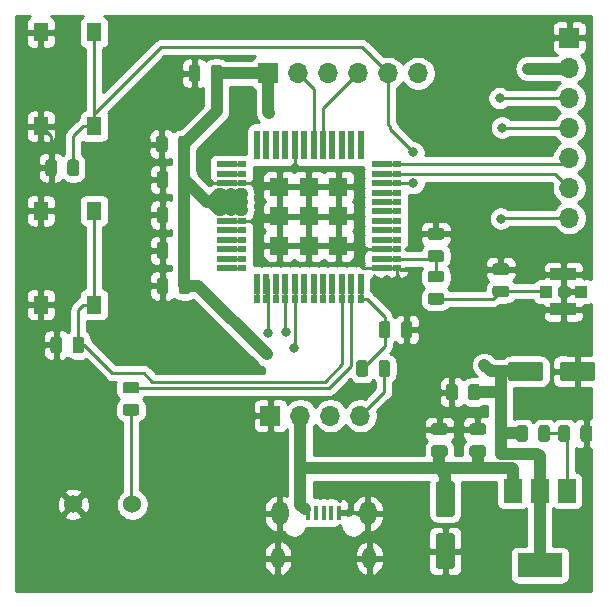
<source format=gbr>
G04 #@! TF.GenerationSoftware,KiCad,Pcbnew,5.1.5-1.fc31*
G04 #@! TF.CreationDate,2020-02-13T14:12:48+01:00*
G04 #@! TF.ProjectId,pcbdesign,70636264-6573-4696-976e-2e6b69636164,rev?*
G04 #@! TF.SameCoordinates,Original*
G04 #@! TF.FileFunction,Copper,L1,Top*
G04 #@! TF.FilePolarity,Positive*
%FSLAX46Y46*%
G04 Gerber Fmt 4.6, Leading zero omitted, Abs format (unit mm)*
G04 Created by KiCad (PCBNEW 5.1.5-1.fc31) date 2020-02-13 14:12:48*
%MOMM*%
%LPD*%
G04 APERTURE LIST*
%ADD10C,0.100000*%
%ADD11R,1.700000X1.700000*%
%ADD12O,1.700000X1.700000*%
%ADD13C,1.524000*%
%ADD14R,2.200000X1.050000*%
%ADD15R,1.000000X1.000000*%
%ADD16R,1.300000X1.550000*%
%ADD17R,0.800000X0.500000*%
%ADD18R,1.000000X0.500000*%
%ADD19R,0.500000X0.800000*%
%ADD20R,0.500000X1.000000*%
%ADD21R,1.600000X1.600000*%
%ADD22R,3.800000X2.000000*%
%ADD23R,1.500000X2.000000*%
%ADD24R,0.450000X1.300000*%
%ADD25O,1.450000X2.000000*%
%ADD26O,1.150000X1.800000*%
%ADD27C,0.800000*%
%ADD28C,0.250000*%
%ADD29C,1.000000*%
%ADD30C,0.254000*%
G04 APERTURE END LIST*
G04 #@! TA.AperFunction,SMDPad,CuDef*
D10*
G36*
X153330142Y-102801174D02*
G01*
X153353803Y-102804684D01*
X153377007Y-102810496D01*
X153399529Y-102818554D01*
X153421153Y-102828782D01*
X153441670Y-102841079D01*
X153460883Y-102855329D01*
X153478607Y-102871393D01*
X153494671Y-102889117D01*
X153508921Y-102908330D01*
X153521218Y-102928847D01*
X153531446Y-102950471D01*
X153539504Y-102972993D01*
X153545316Y-102996197D01*
X153548826Y-103019858D01*
X153550000Y-103043750D01*
X153550000Y-103956250D01*
X153548826Y-103980142D01*
X153545316Y-104003803D01*
X153539504Y-104027007D01*
X153531446Y-104049529D01*
X153521218Y-104071153D01*
X153508921Y-104091670D01*
X153494671Y-104110883D01*
X153478607Y-104128607D01*
X153460883Y-104144671D01*
X153441670Y-104158921D01*
X153421153Y-104171218D01*
X153399529Y-104181446D01*
X153377007Y-104189504D01*
X153353803Y-104195316D01*
X153330142Y-104198826D01*
X153306250Y-104200000D01*
X152818750Y-104200000D01*
X152794858Y-104198826D01*
X152771197Y-104195316D01*
X152747993Y-104189504D01*
X152725471Y-104181446D01*
X152703847Y-104171218D01*
X152683330Y-104158921D01*
X152664117Y-104144671D01*
X152646393Y-104128607D01*
X152630329Y-104110883D01*
X152616079Y-104091670D01*
X152603782Y-104071153D01*
X152593554Y-104049529D01*
X152585496Y-104027007D01*
X152579684Y-104003803D01*
X152576174Y-103980142D01*
X152575000Y-103956250D01*
X152575000Y-103043750D01*
X152576174Y-103019858D01*
X152579684Y-102996197D01*
X152585496Y-102972993D01*
X152593554Y-102950471D01*
X152603782Y-102928847D01*
X152616079Y-102908330D01*
X152630329Y-102889117D01*
X152646393Y-102871393D01*
X152664117Y-102855329D01*
X152683330Y-102841079D01*
X152703847Y-102828782D01*
X152725471Y-102818554D01*
X152747993Y-102810496D01*
X152771197Y-102804684D01*
X152794858Y-102801174D01*
X152818750Y-102800000D01*
X153306250Y-102800000D01*
X153330142Y-102801174D01*
G37*
G04 #@! TD.AperFunction*
G04 #@! TA.AperFunction,SMDPad,CuDef*
G36*
X155205142Y-102801174D02*
G01*
X155228803Y-102804684D01*
X155252007Y-102810496D01*
X155274529Y-102818554D01*
X155296153Y-102828782D01*
X155316670Y-102841079D01*
X155335883Y-102855329D01*
X155353607Y-102871393D01*
X155369671Y-102889117D01*
X155383921Y-102908330D01*
X155396218Y-102928847D01*
X155406446Y-102950471D01*
X155414504Y-102972993D01*
X155420316Y-102996197D01*
X155423826Y-103019858D01*
X155425000Y-103043750D01*
X155425000Y-103956250D01*
X155423826Y-103980142D01*
X155420316Y-104003803D01*
X155414504Y-104027007D01*
X155406446Y-104049529D01*
X155396218Y-104071153D01*
X155383921Y-104091670D01*
X155369671Y-104110883D01*
X155353607Y-104128607D01*
X155335883Y-104144671D01*
X155316670Y-104158921D01*
X155296153Y-104171218D01*
X155274529Y-104181446D01*
X155252007Y-104189504D01*
X155228803Y-104195316D01*
X155205142Y-104198826D01*
X155181250Y-104200000D01*
X154693750Y-104200000D01*
X154669858Y-104198826D01*
X154646197Y-104195316D01*
X154622993Y-104189504D01*
X154600471Y-104181446D01*
X154578847Y-104171218D01*
X154558330Y-104158921D01*
X154539117Y-104144671D01*
X154521393Y-104128607D01*
X154505329Y-104110883D01*
X154491079Y-104091670D01*
X154478782Y-104071153D01*
X154468554Y-104049529D01*
X154460496Y-104027007D01*
X154454684Y-104003803D01*
X154451174Y-103980142D01*
X154450000Y-103956250D01*
X154450000Y-103043750D01*
X154451174Y-103019858D01*
X154454684Y-102996197D01*
X154460496Y-102972993D01*
X154468554Y-102950471D01*
X154478782Y-102928847D01*
X154491079Y-102908330D01*
X154505329Y-102889117D01*
X154521393Y-102871393D01*
X154539117Y-102855329D01*
X154558330Y-102841079D01*
X154578847Y-102828782D01*
X154600471Y-102818554D01*
X154622993Y-102810496D01*
X154646197Y-102804684D01*
X154669858Y-102801174D01*
X154693750Y-102800000D01*
X155181250Y-102800000D01*
X155205142Y-102801174D01*
G37*
G04 #@! TD.AperFunction*
D11*
X162200000Y-114500000D03*
D12*
X164740000Y-114500000D03*
X167280000Y-114500000D03*
X169820000Y-114500000D03*
D13*
X145500000Y-122000000D03*
X150500000Y-122000000D03*
G04 #@! TA.AperFunction,SMDPad,CuDef*
D10*
G36*
X156030142Y-84801174D02*
G01*
X156053803Y-84804684D01*
X156077007Y-84810496D01*
X156099529Y-84818554D01*
X156121153Y-84828782D01*
X156141670Y-84841079D01*
X156160883Y-84855329D01*
X156178607Y-84871393D01*
X156194671Y-84889117D01*
X156208921Y-84908330D01*
X156221218Y-84928847D01*
X156231446Y-84950471D01*
X156239504Y-84972993D01*
X156245316Y-84996197D01*
X156248826Y-85019858D01*
X156250000Y-85043750D01*
X156250000Y-85956250D01*
X156248826Y-85980142D01*
X156245316Y-86003803D01*
X156239504Y-86027007D01*
X156231446Y-86049529D01*
X156221218Y-86071153D01*
X156208921Y-86091670D01*
X156194671Y-86110883D01*
X156178607Y-86128607D01*
X156160883Y-86144671D01*
X156141670Y-86158921D01*
X156121153Y-86171218D01*
X156099529Y-86181446D01*
X156077007Y-86189504D01*
X156053803Y-86195316D01*
X156030142Y-86198826D01*
X156006250Y-86200000D01*
X155518750Y-86200000D01*
X155494858Y-86198826D01*
X155471197Y-86195316D01*
X155447993Y-86189504D01*
X155425471Y-86181446D01*
X155403847Y-86171218D01*
X155383330Y-86158921D01*
X155364117Y-86144671D01*
X155346393Y-86128607D01*
X155330329Y-86110883D01*
X155316079Y-86091670D01*
X155303782Y-86071153D01*
X155293554Y-86049529D01*
X155285496Y-86027007D01*
X155279684Y-86003803D01*
X155276174Y-85980142D01*
X155275000Y-85956250D01*
X155275000Y-85043750D01*
X155276174Y-85019858D01*
X155279684Y-84996197D01*
X155285496Y-84972993D01*
X155293554Y-84950471D01*
X155303782Y-84928847D01*
X155316079Y-84908330D01*
X155330329Y-84889117D01*
X155346393Y-84871393D01*
X155364117Y-84855329D01*
X155383330Y-84841079D01*
X155403847Y-84828782D01*
X155425471Y-84818554D01*
X155447993Y-84810496D01*
X155471197Y-84804684D01*
X155494858Y-84801174D01*
X155518750Y-84800000D01*
X156006250Y-84800000D01*
X156030142Y-84801174D01*
G37*
G04 #@! TD.AperFunction*
G04 #@! TA.AperFunction,SMDPad,CuDef*
G36*
X157905142Y-84801174D02*
G01*
X157928803Y-84804684D01*
X157952007Y-84810496D01*
X157974529Y-84818554D01*
X157996153Y-84828782D01*
X158016670Y-84841079D01*
X158035883Y-84855329D01*
X158053607Y-84871393D01*
X158069671Y-84889117D01*
X158083921Y-84908330D01*
X158096218Y-84928847D01*
X158106446Y-84950471D01*
X158114504Y-84972993D01*
X158120316Y-84996197D01*
X158123826Y-85019858D01*
X158125000Y-85043750D01*
X158125000Y-85956250D01*
X158123826Y-85980142D01*
X158120316Y-86003803D01*
X158114504Y-86027007D01*
X158106446Y-86049529D01*
X158096218Y-86071153D01*
X158083921Y-86091670D01*
X158069671Y-86110883D01*
X158053607Y-86128607D01*
X158035883Y-86144671D01*
X158016670Y-86158921D01*
X157996153Y-86171218D01*
X157974529Y-86181446D01*
X157952007Y-86189504D01*
X157928803Y-86195316D01*
X157905142Y-86198826D01*
X157881250Y-86200000D01*
X157393750Y-86200000D01*
X157369858Y-86198826D01*
X157346197Y-86195316D01*
X157322993Y-86189504D01*
X157300471Y-86181446D01*
X157278847Y-86171218D01*
X157258330Y-86158921D01*
X157239117Y-86144671D01*
X157221393Y-86128607D01*
X157205329Y-86110883D01*
X157191079Y-86091670D01*
X157178782Y-86071153D01*
X157168554Y-86049529D01*
X157160496Y-86027007D01*
X157154684Y-86003803D01*
X157151174Y-85980142D01*
X157150000Y-85956250D01*
X157150000Y-85043750D01*
X157151174Y-85019858D01*
X157154684Y-84996197D01*
X157160496Y-84972993D01*
X157168554Y-84950471D01*
X157178782Y-84928847D01*
X157191079Y-84908330D01*
X157205329Y-84889117D01*
X157221393Y-84871393D01*
X157239117Y-84855329D01*
X157258330Y-84841079D01*
X157278847Y-84828782D01*
X157300471Y-84818554D01*
X157322993Y-84810496D01*
X157346197Y-84804684D01*
X157369858Y-84801174D01*
X157393750Y-84800000D01*
X157881250Y-84800000D01*
X157905142Y-84801174D01*
G37*
G04 #@! TD.AperFunction*
G04 #@! TA.AperFunction,SMDPad,CuDef*
G36*
X155142642Y-90801174D02*
G01*
X155166303Y-90804684D01*
X155189507Y-90810496D01*
X155212029Y-90818554D01*
X155233653Y-90828782D01*
X155254170Y-90841079D01*
X155273383Y-90855329D01*
X155291107Y-90871393D01*
X155307171Y-90889117D01*
X155321421Y-90908330D01*
X155333718Y-90928847D01*
X155343946Y-90950471D01*
X155352004Y-90972993D01*
X155357816Y-90996197D01*
X155361326Y-91019858D01*
X155362500Y-91043750D01*
X155362500Y-91956250D01*
X155361326Y-91980142D01*
X155357816Y-92003803D01*
X155352004Y-92027007D01*
X155343946Y-92049529D01*
X155333718Y-92071153D01*
X155321421Y-92091670D01*
X155307171Y-92110883D01*
X155291107Y-92128607D01*
X155273383Y-92144671D01*
X155254170Y-92158921D01*
X155233653Y-92171218D01*
X155212029Y-92181446D01*
X155189507Y-92189504D01*
X155166303Y-92195316D01*
X155142642Y-92198826D01*
X155118750Y-92200000D01*
X154631250Y-92200000D01*
X154607358Y-92198826D01*
X154583697Y-92195316D01*
X154560493Y-92189504D01*
X154537971Y-92181446D01*
X154516347Y-92171218D01*
X154495830Y-92158921D01*
X154476617Y-92144671D01*
X154458893Y-92128607D01*
X154442829Y-92110883D01*
X154428579Y-92091670D01*
X154416282Y-92071153D01*
X154406054Y-92049529D01*
X154397996Y-92027007D01*
X154392184Y-92003803D01*
X154388674Y-91980142D01*
X154387500Y-91956250D01*
X154387500Y-91043750D01*
X154388674Y-91019858D01*
X154392184Y-90996197D01*
X154397996Y-90972993D01*
X154406054Y-90950471D01*
X154416282Y-90928847D01*
X154428579Y-90908330D01*
X154442829Y-90889117D01*
X154458893Y-90871393D01*
X154476617Y-90855329D01*
X154495830Y-90841079D01*
X154516347Y-90828782D01*
X154537971Y-90818554D01*
X154560493Y-90810496D01*
X154583697Y-90804684D01*
X154607358Y-90801174D01*
X154631250Y-90800000D01*
X155118750Y-90800000D01*
X155142642Y-90801174D01*
G37*
G04 #@! TD.AperFunction*
G04 #@! TA.AperFunction,SMDPad,CuDef*
G36*
X153267642Y-90801174D02*
G01*
X153291303Y-90804684D01*
X153314507Y-90810496D01*
X153337029Y-90818554D01*
X153358653Y-90828782D01*
X153379170Y-90841079D01*
X153398383Y-90855329D01*
X153416107Y-90871393D01*
X153432171Y-90889117D01*
X153446421Y-90908330D01*
X153458718Y-90928847D01*
X153468946Y-90950471D01*
X153477004Y-90972993D01*
X153482816Y-90996197D01*
X153486326Y-91019858D01*
X153487500Y-91043750D01*
X153487500Y-91956250D01*
X153486326Y-91980142D01*
X153482816Y-92003803D01*
X153477004Y-92027007D01*
X153468946Y-92049529D01*
X153458718Y-92071153D01*
X153446421Y-92091670D01*
X153432171Y-92110883D01*
X153416107Y-92128607D01*
X153398383Y-92144671D01*
X153379170Y-92158921D01*
X153358653Y-92171218D01*
X153337029Y-92181446D01*
X153314507Y-92189504D01*
X153291303Y-92195316D01*
X153267642Y-92198826D01*
X153243750Y-92200000D01*
X152756250Y-92200000D01*
X152732358Y-92198826D01*
X152708697Y-92195316D01*
X152685493Y-92189504D01*
X152662971Y-92181446D01*
X152641347Y-92171218D01*
X152620830Y-92158921D01*
X152601617Y-92144671D01*
X152583893Y-92128607D01*
X152567829Y-92110883D01*
X152553579Y-92091670D01*
X152541282Y-92071153D01*
X152531054Y-92049529D01*
X152522996Y-92027007D01*
X152517184Y-92003803D01*
X152513674Y-91980142D01*
X152512500Y-91956250D01*
X152512500Y-91043750D01*
X152513674Y-91019858D01*
X152517184Y-90996197D01*
X152522996Y-90972993D01*
X152531054Y-90950471D01*
X152541282Y-90928847D01*
X152553579Y-90908330D01*
X152567829Y-90889117D01*
X152583893Y-90871393D01*
X152601617Y-90855329D01*
X152620830Y-90841079D01*
X152641347Y-90828782D01*
X152662971Y-90818554D01*
X152685493Y-90810496D01*
X152708697Y-90804684D01*
X152732358Y-90801174D01*
X152756250Y-90800000D01*
X153243750Y-90800000D01*
X153267642Y-90801174D01*
G37*
G04 #@! TD.AperFunction*
G04 #@! TA.AperFunction,SMDPad,CuDef*
G36*
X153330142Y-93801174D02*
G01*
X153353803Y-93804684D01*
X153377007Y-93810496D01*
X153399529Y-93818554D01*
X153421153Y-93828782D01*
X153441670Y-93841079D01*
X153460883Y-93855329D01*
X153478607Y-93871393D01*
X153494671Y-93889117D01*
X153508921Y-93908330D01*
X153521218Y-93928847D01*
X153531446Y-93950471D01*
X153539504Y-93972993D01*
X153545316Y-93996197D01*
X153548826Y-94019858D01*
X153550000Y-94043750D01*
X153550000Y-94956250D01*
X153548826Y-94980142D01*
X153545316Y-95003803D01*
X153539504Y-95027007D01*
X153531446Y-95049529D01*
X153521218Y-95071153D01*
X153508921Y-95091670D01*
X153494671Y-95110883D01*
X153478607Y-95128607D01*
X153460883Y-95144671D01*
X153441670Y-95158921D01*
X153421153Y-95171218D01*
X153399529Y-95181446D01*
X153377007Y-95189504D01*
X153353803Y-95195316D01*
X153330142Y-95198826D01*
X153306250Y-95200000D01*
X152818750Y-95200000D01*
X152794858Y-95198826D01*
X152771197Y-95195316D01*
X152747993Y-95189504D01*
X152725471Y-95181446D01*
X152703847Y-95171218D01*
X152683330Y-95158921D01*
X152664117Y-95144671D01*
X152646393Y-95128607D01*
X152630329Y-95110883D01*
X152616079Y-95091670D01*
X152603782Y-95071153D01*
X152593554Y-95049529D01*
X152585496Y-95027007D01*
X152579684Y-95003803D01*
X152576174Y-94980142D01*
X152575000Y-94956250D01*
X152575000Y-94043750D01*
X152576174Y-94019858D01*
X152579684Y-93996197D01*
X152585496Y-93972993D01*
X152593554Y-93950471D01*
X152603782Y-93928847D01*
X152616079Y-93908330D01*
X152630329Y-93889117D01*
X152646393Y-93871393D01*
X152664117Y-93855329D01*
X152683330Y-93841079D01*
X152703847Y-93828782D01*
X152725471Y-93818554D01*
X152747993Y-93810496D01*
X152771197Y-93804684D01*
X152794858Y-93801174D01*
X152818750Y-93800000D01*
X153306250Y-93800000D01*
X153330142Y-93801174D01*
G37*
G04 #@! TD.AperFunction*
G04 #@! TA.AperFunction,SMDPad,CuDef*
G36*
X155205142Y-93801174D02*
G01*
X155228803Y-93804684D01*
X155252007Y-93810496D01*
X155274529Y-93818554D01*
X155296153Y-93828782D01*
X155316670Y-93841079D01*
X155335883Y-93855329D01*
X155353607Y-93871393D01*
X155369671Y-93889117D01*
X155383921Y-93908330D01*
X155396218Y-93928847D01*
X155406446Y-93950471D01*
X155414504Y-93972993D01*
X155420316Y-93996197D01*
X155423826Y-94019858D01*
X155425000Y-94043750D01*
X155425000Y-94956250D01*
X155423826Y-94980142D01*
X155420316Y-95003803D01*
X155414504Y-95027007D01*
X155406446Y-95049529D01*
X155396218Y-95071153D01*
X155383921Y-95091670D01*
X155369671Y-95110883D01*
X155353607Y-95128607D01*
X155335883Y-95144671D01*
X155316670Y-95158921D01*
X155296153Y-95171218D01*
X155274529Y-95181446D01*
X155252007Y-95189504D01*
X155228803Y-95195316D01*
X155205142Y-95198826D01*
X155181250Y-95200000D01*
X154693750Y-95200000D01*
X154669858Y-95198826D01*
X154646197Y-95195316D01*
X154622993Y-95189504D01*
X154600471Y-95181446D01*
X154578847Y-95171218D01*
X154558330Y-95158921D01*
X154539117Y-95144671D01*
X154521393Y-95128607D01*
X154505329Y-95110883D01*
X154491079Y-95091670D01*
X154478782Y-95071153D01*
X154468554Y-95049529D01*
X154460496Y-95027007D01*
X154454684Y-95003803D01*
X154451174Y-94980142D01*
X154450000Y-94956250D01*
X154450000Y-94043750D01*
X154451174Y-94019858D01*
X154454684Y-93996197D01*
X154460496Y-93972993D01*
X154468554Y-93950471D01*
X154478782Y-93928847D01*
X154491079Y-93908330D01*
X154505329Y-93889117D01*
X154521393Y-93871393D01*
X154539117Y-93855329D01*
X154558330Y-93841079D01*
X154578847Y-93828782D01*
X154600471Y-93818554D01*
X154622993Y-93810496D01*
X154646197Y-93804684D01*
X154669858Y-93801174D01*
X154693750Y-93800000D01*
X155181250Y-93800000D01*
X155205142Y-93801174D01*
G37*
G04 #@! TD.AperFunction*
G04 #@! TA.AperFunction,SMDPad,CuDef*
G36*
X155205142Y-96801174D02*
G01*
X155228803Y-96804684D01*
X155252007Y-96810496D01*
X155274529Y-96818554D01*
X155296153Y-96828782D01*
X155316670Y-96841079D01*
X155335883Y-96855329D01*
X155353607Y-96871393D01*
X155369671Y-96889117D01*
X155383921Y-96908330D01*
X155396218Y-96928847D01*
X155406446Y-96950471D01*
X155414504Y-96972993D01*
X155420316Y-96996197D01*
X155423826Y-97019858D01*
X155425000Y-97043750D01*
X155425000Y-97956250D01*
X155423826Y-97980142D01*
X155420316Y-98003803D01*
X155414504Y-98027007D01*
X155406446Y-98049529D01*
X155396218Y-98071153D01*
X155383921Y-98091670D01*
X155369671Y-98110883D01*
X155353607Y-98128607D01*
X155335883Y-98144671D01*
X155316670Y-98158921D01*
X155296153Y-98171218D01*
X155274529Y-98181446D01*
X155252007Y-98189504D01*
X155228803Y-98195316D01*
X155205142Y-98198826D01*
X155181250Y-98200000D01*
X154693750Y-98200000D01*
X154669858Y-98198826D01*
X154646197Y-98195316D01*
X154622993Y-98189504D01*
X154600471Y-98181446D01*
X154578847Y-98171218D01*
X154558330Y-98158921D01*
X154539117Y-98144671D01*
X154521393Y-98128607D01*
X154505329Y-98110883D01*
X154491079Y-98091670D01*
X154478782Y-98071153D01*
X154468554Y-98049529D01*
X154460496Y-98027007D01*
X154454684Y-98003803D01*
X154451174Y-97980142D01*
X154450000Y-97956250D01*
X154450000Y-97043750D01*
X154451174Y-97019858D01*
X154454684Y-96996197D01*
X154460496Y-96972993D01*
X154468554Y-96950471D01*
X154478782Y-96928847D01*
X154491079Y-96908330D01*
X154505329Y-96889117D01*
X154521393Y-96871393D01*
X154539117Y-96855329D01*
X154558330Y-96841079D01*
X154578847Y-96828782D01*
X154600471Y-96818554D01*
X154622993Y-96810496D01*
X154646197Y-96804684D01*
X154669858Y-96801174D01*
X154693750Y-96800000D01*
X155181250Y-96800000D01*
X155205142Y-96801174D01*
G37*
G04 #@! TD.AperFunction*
G04 #@! TA.AperFunction,SMDPad,CuDef*
G36*
X153330142Y-96801174D02*
G01*
X153353803Y-96804684D01*
X153377007Y-96810496D01*
X153399529Y-96818554D01*
X153421153Y-96828782D01*
X153441670Y-96841079D01*
X153460883Y-96855329D01*
X153478607Y-96871393D01*
X153494671Y-96889117D01*
X153508921Y-96908330D01*
X153521218Y-96928847D01*
X153531446Y-96950471D01*
X153539504Y-96972993D01*
X153545316Y-96996197D01*
X153548826Y-97019858D01*
X153550000Y-97043750D01*
X153550000Y-97956250D01*
X153548826Y-97980142D01*
X153545316Y-98003803D01*
X153539504Y-98027007D01*
X153531446Y-98049529D01*
X153521218Y-98071153D01*
X153508921Y-98091670D01*
X153494671Y-98110883D01*
X153478607Y-98128607D01*
X153460883Y-98144671D01*
X153441670Y-98158921D01*
X153421153Y-98171218D01*
X153399529Y-98181446D01*
X153377007Y-98189504D01*
X153353803Y-98195316D01*
X153330142Y-98198826D01*
X153306250Y-98200000D01*
X152818750Y-98200000D01*
X152794858Y-98198826D01*
X152771197Y-98195316D01*
X152747993Y-98189504D01*
X152725471Y-98181446D01*
X152703847Y-98171218D01*
X152683330Y-98158921D01*
X152664117Y-98144671D01*
X152646393Y-98128607D01*
X152630329Y-98110883D01*
X152616079Y-98091670D01*
X152603782Y-98071153D01*
X152593554Y-98049529D01*
X152585496Y-98027007D01*
X152579684Y-98003803D01*
X152576174Y-97980142D01*
X152575000Y-97956250D01*
X152575000Y-97043750D01*
X152576174Y-97019858D01*
X152579684Y-96996197D01*
X152585496Y-96972993D01*
X152593554Y-96950471D01*
X152603782Y-96928847D01*
X152616079Y-96908330D01*
X152630329Y-96889117D01*
X152646393Y-96871393D01*
X152664117Y-96855329D01*
X152683330Y-96841079D01*
X152703847Y-96828782D01*
X152725471Y-96818554D01*
X152747993Y-96810496D01*
X152771197Y-96804684D01*
X152794858Y-96801174D01*
X152818750Y-96800000D01*
X153306250Y-96800000D01*
X153330142Y-96801174D01*
G37*
G04 #@! TD.AperFunction*
G04 #@! TA.AperFunction,SMDPad,CuDef*
G36*
X155205142Y-99801174D02*
G01*
X155228803Y-99804684D01*
X155252007Y-99810496D01*
X155274529Y-99818554D01*
X155296153Y-99828782D01*
X155316670Y-99841079D01*
X155335883Y-99855329D01*
X155353607Y-99871393D01*
X155369671Y-99889117D01*
X155383921Y-99908330D01*
X155396218Y-99928847D01*
X155406446Y-99950471D01*
X155414504Y-99972993D01*
X155420316Y-99996197D01*
X155423826Y-100019858D01*
X155425000Y-100043750D01*
X155425000Y-100956250D01*
X155423826Y-100980142D01*
X155420316Y-101003803D01*
X155414504Y-101027007D01*
X155406446Y-101049529D01*
X155396218Y-101071153D01*
X155383921Y-101091670D01*
X155369671Y-101110883D01*
X155353607Y-101128607D01*
X155335883Y-101144671D01*
X155316670Y-101158921D01*
X155296153Y-101171218D01*
X155274529Y-101181446D01*
X155252007Y-101189504D01*
X155228803Y-101195316D01*
X155205142Y-101198826D01*
X155181250Y-101200000D01*
X154693750Y-101200000D01*
X154669858Y-101198826D01*
X154646197Y-101195316D01*
X154622993Y-101189504D01*
X154600471Y-101181446D01*
X154578847Y-101171218D01*
X154558330Y-101158921D01*
X154539117Y-101144671D01*
X154521393Y-101128607D01*
X154505329Y-101110883D01*
X154491079Y-101091670D01*
X154478782Y-101071153D01*
X154468554Y-101049529D01*
X154460496Y-101027007D01*
X154454684Y-101003803D01*
X154451174Y-100980142D01*
X154450000Y-100956250D01*
X154450000Y-100043750D01*
X154451174Y-100019858D01*
X154454684Y-99996197D01*
X154460496Y-99972993D01*
X154468554Y-99950471D01*
X154478782Y-99928847D01*
X154491079Y-99908330D01*
X154505329Y-99889117D01*
X154521393Y-99871393D01*
X154539117Y-99855329D01*
X154558330Y-99841079D01*
X154578847Y-99828782D01*
X154600471Y-99818554D01*
X154622993Y-99810496D01*
X154646197Y-99804684D01*
X154669858Y-99801174D01*
X154693750Y-99800000D01*
X155181250Y-99800000D01*
X155205142Y-99801174D01*
G37*
G04 #@! TD.AperFunction*
G04 #@! TA.AperFunction,SMDPad,CuDef*
G36*
X153330142Y-99801174D02*
G01*
X153353803Y-99804684D01*
X153377007Y-99810496D01*
X153399529Y-99818554D01*
X153421153Y-99828782D01*
X153441670Y-99841079D01*
X153460883Y-99855329D01*
X153478607Y-99871393D01*
X153494671Y-99889117D01*
X153508921Y-99908330D01*
X153521218Y-99928847D01*
X153531446Y-99950471D01*
X153539504Y-99972993D01*
X153545316Y-99996197D01*
X153548826Y-100019858D01*
X153550000Y-100043750D01*
X153550000Y-100956250D01*
X153548826Y-100980142D01*
X153545316Y-101003803D01*
X153539504Y-101027007D01*
X153531446Y-101049529D01*
X153521218Y-101071153D01*
X153508921Y-101091670D01*
X153494671Y-101110883D01*
X153478607Y-101128607D01*
X153460883Y-101144671D01*
X153441670Y-101158921D01*
X153421153Y-101171218D01*
X153399529Y-101181446D01*
X153377007Y-101189504D01*
X153353803Y-101195316D01*
X153330142Y-101198826D01*
X153306250Y-101200000D01*
X152818750Y-101200000D01*
X152794858Y-101198826D01*
X152771197Y-101195316D01*
X152747993Y-101189504D01*
X152725471Y-101181446D01*
X152703847Y-101171218D01*
X152683330Y-101158921D01*
X152664117Y-101144671D01*
X152646393Y-101128607D01*
X152630329Y-101110883D01*
X152616079Y-101091670D01*
X152603782Y-101071153D01*
X152593554Y-101049529D01*
X152585496Y-101027007D01*
X152579684Y-101003803D01*
X152576174Y-100980142D01*
X152575000Y-100956250D01*
X152575000Y-100043750D01*
X152576174Y-100019858D01*
X152579684Y-99996197D01*
X152585496Y-99972993D01*
X152593554Y-99950471D01*
X152603782Y-99928847D01*
X152616079Y-99908330D01*
X152630329Y-99889117D01*
X152646393Y-99871393D01*
X152664117Y-99855329D01*
X152683330Y-99841079D01*
X152703847Y-99828782D01*
X152725471Y-99818554D01*
X152747993Y-99810496D01*
X152771197Y-99804684D01*
X152794858Y-99801174D01*
X152818750Y-99800000D01*
X153306250Y-99800000D01*
X153330142Y-99801174D01*
G37*
G04 #@! TD.AperFunction*
G04 #@! TA.AperFunction,SMDPad,CuDef*
G36*
X143892642Y-92801174D02*
G01*
X143916303Y-92804684D01*
X143939507Y-92810496D01*
X143962029Y-92818554D01*
X143983653Y-92828782D01*
X144004170Y-92841079D01*
X144023383Y-92855329D01*
X144041107Y-92871393D01*
X144057171Y-92889117D01*
X144071421Y-92908330D01*
X144083718Y-92928847D01*
X144093946Y-92950471D01*
X144102004Y-92972993D01*
X144107816Y-92996197D01*
X144111326Y-93019858D01*
X144112500Y-93043750D01*
X144112500Y-93956250D01*
X144111326Y-93980142D01*
X144107816Y-94003803D01*
X144102004Y-94027007D01*
X144093946Y-94049529D01*
X144083718Y-94071153D01*
X144071421Y-94091670D01*
X144057171Y-94110883D01*
X144041107Y-94128607D01*
X144023383Y-94144671D01*
X144004170Y-94158921D01*
X143983653Y-94171218D01*
X143962029Y-94181446D01*
X143939507Y-94189504D01*
X143916303Y-94195316D01*
X143892642Y-94198826D01*
X143868750Y-94200000D01*
X143381250Y-94200000D01*
X143357358Y-94198826D01*
X143333697Y-94195316D01*
X143310493Y-94189504D01*
X143287971Y-94181446D01*
X143266347Y-94171218D01*
X143245830Y-94158921D01*
X143226617Y-94144671D01*
X143208893Y-94128607D01*
X143192829Y-94110883D01*
X143178579Y-94091670D01*
X143166282Y-94071153D01*
X143156054Y-94049529D01*
X143147996Y-94027007D01*
X143142184Y-94003803D01*
X143138674Y-93980142D01*
X143137500Y-93956250D01*
X143137500Y-93043750D01*
X143138674Y-93019858D01*
X143142184Y-92996197D01*
X143147996Y-92972993D01*
X143156054Y-92950471D01*
X143166282Y-92928847D01*
X143178579Y-92908330D01*
X143192829Y-92889117D01*
X143208893Y-92871393D01*
X143226617Y-92855329D01*
X143245830Y-92841079D01*
X143266347Y-92828782D01*
X143287971Y-92818554D01*
X143310493Y-92810496D01*
X143333697Y-92804684D01*
X143357358Y-92801174D01*
X143381250Y-92800000D01*
X143868750Y-92800000D01*
X143892642Y-92801174D01*
G37*
G04 #@! TD.AperFunction*
G04 #@! TA.AperFunction,SMDPad,CuDef*
G36*
X145767642Y-92801174D02*
G01*
X145791303Y-92804684D01*
X145814507Y-92810496D01*
X145837029Y-92818554D01*
X145858653Y-92828782D01*
X145879170Y-92841079D01*
X145898383Y-92855329D01*
X145916107Y-92871393D01*
X145932171Y-92889117D01*
X145946421Y-92908330D01*
X145958718Y-92928847D01*
X145968946Y-92950471D01*
X145977004Y-92972993D01*
X145982816Y-92996197D01*
X145986326Y-93019858D01*
X145987500Y-93043750D01*
X145987500Y-93956250D01*
X145986326Y-93980142D01*
X145982816Y-94003803D01*
X145977004Y-94027007D01*
X145968946Y-94049529D01*
X145958718Y-94071153D01*
X145946421Y-94091670D01*
X145932171Y-94110883D01*
X145916107Y-94128607D01*
X145898383Y-94144671D01*
X145879170Y-94158921D01*
X145858653Y-94171218D01*
X145837029Y-94181446D01*
X145814507Y-94189504D01*
X145791303Y-94195316D01*
X145767642Y-94198826D01*
X145743750Y-94200000D01*
X145256250Y-94200000D01*
X145232358Y-94198826D01*
X145208697Y-94195316D01*
X145185493Y-94189504D01*
X145162971Y-94181446D01*
X145141347Y-94171218D01*
X145120830Y-94158921D01*
X145101617Y-94144671D01*
X145083893Y-94128607D01*
X145067829Y-94110883D01*
X145053579Y-94091670D01*
X145041282Y-94071153D01*
X145031054Y-94049529D01*
X145022996Y-94027007D01*
X145017184Y-94003803D01*
X145013674Y-93980142D01*
X145012500Y-93956250D01*
X145012500Y-93043750D01*
X145013674Y-93019858D01*
X145017184Y-92996197D01*
X145022996Y-92972993D01*
X145031054Y-92950471D01*
X145041282Y-92928847D01*
X145053579Y-92908330D01*
X145067829Y-92889117D01*
X145083893Y-92871393D01*
X145101617Y-92855329D01*
X145120830Y-92841079D01*
X145141347Y-92828782D01*
X145162971Y-92818554D01*
X145185493Y-92810496D01*
X145208697Y-92804684D01*
X145232358Y-92801174D01*
X145256250Y-92800000D01*
X145743750Y-92800000D01*
X145767642Y-92801174D01*
G37*
G04 #@! TD.AperFunction*
G04 #@! TA.AperFunction,SMDPad,CuDef*
G36*
X180230142Y-115138674D02*
G01*
X180253803Y-115142184D01*
X180277007Y-115147996D01*
X180299529Y-115156054D01*
X180321153Y-115166282D01*
X180341670Y-115178579D01*
X180360883Y-115192829D01*
X180378607Y-115208893D01*
X180394671Y-115226617D01*
X180408921Y-115245830D01*
X180421218Y-115266347D01*
X180431446Y-115287971D01*
X180439504Y-115310493D01*
X180445316Y-115333697D01*
X180448826Y-115357358D01*
X180450000Y-115381250D01*
X180450000Y-115868750D01*
X180448826Y-115892642D01*
X180445316Y-115916303D01*
X180439504Y-115939507D01*
X180431446Y-115962029D01*
X180421218Y-115983653D01*
X180408921Y-116004170D01*
X180394671Y-116023383D01*
X180378607Y-116041107D01*
X180360883Y-116057171D01*
X180341670Y-116071421D01*
X180321153Y-116083718D01*
X180299529Y-116093946D01*
X180277007Y-116102004D01*
X180253803Y-116107816D01*
X180230142Y-116111326D01*
X180206250Y-116112500D01*
X179293750Y-116112500D01*
X179269858Y-116111326D01*
X179246197Y-116107816D01*
X179222993Y-116102004D01*
X179200471Y-116093946D01*
X179178847Y-116083718D01*
X179158330Y-116071421D01*
X179139117Y-116057171D01*
X179121393Y-116041107D01*
X179105329Y-116023383D01*
X179091079Y-116004170D01*
X179078782Y-115983653D01*
X179068554Y-115962029D01*
X179060496Y-115939507D01*
X179054684Y-115916303D01*
X179051174Y-115892642D01*
X179050000Y-115868750D01*
X179050000Y-115381250D01*
X179051174Y-115357358D01*
X179054684Y-115333697D01*
X179060496Y-115310493D01*
X179068554Y-115287971D01*
X179078782Y-115266347D01*
X179091079Y-115245830D01*
X179105329Y-115226617D01*
X179121393Y-115208893D01*
X179139117Y-115192829D01*
X179158330Y-115178579D01*
X179178847Y-115166282D01*
X179200471Y-115156054D01*
X179222993Y-115147996D01*
X179246197Y-115142184D01*
X179269858Y-115138674D01*
X179293750Y-115137500D01*
X180206250Y-115137500D01*
X180230142Y-115138674D01*
G37*
G04 #@! TD.AperFunction*
G04 #@! TA.AperFunction,SMDPad,CuDef*
G36*
X180230142Y-117013674D02*
G01*
X180253803Y-117017184D01*
X180277007Y-117022996D01*
X180299529Y-117031054D01*
X180321153Y-117041282D01*
X180341670Y-117053579D01*
X180360883Y-117067829D01*
X180378607Y-117083893D01*
X180394671Y-117101617D01*
X180408921Y-117120830D01*
X180421218Y-117141347D01*
X180431446Y-117162971D01*
X180439504Y-117185493D01*
X180445316Y-117208697D01*
X180448826Y-117232358D01*
X180450000Y-117256250D01*
X180450000Y-117743750D01*
X180448826Y-117767642D01*
X180445316Y-117791303D01*
X180439504Y-117814507D01*
X180431446Y-117837029D01*
X180421218Y-117858653D01*
X180408921Y-117879170D01*
X180394671Y-117898383D01*
X180378607Y-117916107D01*
X180360883Y-117932171D01*
X180341670Y-117946421D01*
X180321153Y-117958718D01*
X180299529Y-117968946D01*
X180277007Y-117977004D01*
X180253803Y-117982816D01*
X180230142Y-117986326D01*
X180206250Y-117987500D01*
X179293750Y-117987500D01*
X179269858Y-117986326D01*
X179246197Y-117982816D01*
X179222993Y-117977004D01*
X179200471Y-117968946D01*
X179178847Y-117958718D01*
X179158330Y-117946421D01*
X179139117Y-117932171D01*
X179121393Y-117916107D01*
X179105329Y-117898383D01*
X179091079Y-117879170D01*
X179078782Y-117858653D01*
X179068554Y-117837029D01*
X179060496Y-117814507D01*
X179054684Y-117791303D01*
X179051174Y-117767642D01*
X179050000Y-117743750D01*
X179050000Y-117256250D01*
X179051174Y-117232358D01*
X179054684Y-117208697D01*
X179060496Y-117185493D01*
X179068554Y-117162971D01*
X179078782Y-117141347D01*
X179091079Y-117120830D01*
X179105329Y-117101617D01*
X179121393Y-117083893D01*
X179139117Y-117067829D01*
X179158330Y-117053579D01*
X179178847Y-117041282D01*
X179200471Y-117031054D01*
X179222993Y-117022996D01*
X179246197Y-117017184D01*
X179269858Y-117013674D01*
X179293750Y-117012500D01*
X180206250Y-117012500D01*
X180230142Y-117013674D01*
G37*
G04 #@! TD.AperFunction*
G04 #@! TA.AperFunction,SMDPad,CuDef*
G36*
X177574504Y-120051204D02*
G01*
X177598773Y-120054804D01*
X177622571Y-120060765D01*
X177645671Y-120069030D01*
X177667849Y-120079520D01*
X177688893Y-120092133D01*
X177708598Y-120106747D01*
X177726777Y-120123223D01*
X177743253Y-120141402D01*
X177757867Y-120161107D01*
X177770480Y-120182151D01*
X177780970Y-120204329D01*
X177789235Y-120227429D01*
X177795196Y-120251227D01*
X177798796Y-120275496D01*
X177800000Y-120300000D01*
X177800000Y-122800000D01*
X177798796Y-122824504D01*
X177795196Y-122848773D01*
X177789235Y-122872571D01*
X177780970Y-122895671D01*
X177770480Y-122917849D01*
X177757867Y-122938893D01*
X177743253Y-122958598D01*
X177726777Y-122976777D01*
X177708598Y-122993253D01*
X177688893Y-123007867D01*
X177667849Y-123020480D01*
X177645671Y-123030970D01*
X177622571Y-123039235D01*
X177598773Y-123045196D01*
X177574504Y-123048796D01*
X177550000Y-123050000D01*
X176450000Y-123050000D01*
X176425496Y-123048796D01*
X176401227Y-123045196D01*
X176377429Y-123039235D01*
X176354329Y-123030970D01*
X176332151Y-123020480D01*
X176311107Y-123007867D01*
X176291402Y-122993253D01*
X176273223Y-122976777D01*
X176256747Y-122958598D01*
X176242133Y-122938893D01*
X176229520Y-122917849D01*
X176219030Y-122895671D01*
X176210765Y-122872571D01*
X176204804Y-122848773D01*
X176201204Y-122824504D01*
X176200000Y-122800000D01*
X176200000Y-120300000D01*
X176201204Y-120275496D01*
X176204804Y-120251227D01*
X176210765Y-120227429D01*
X176219030Y-120204329D01*
X176229520Y-120182151D01*
X176242133Y-120161107D01*
X176256747Y-120141402D01*
X176273223Y-120123223D01*
X176291402Y-120106747D01*
X176311107Y-120092133D01*
X176332151Y-120079520D01*
X176354329Y-120069030D01*
X176377429Y-120060765D01*
X176401227Y-120054804D01*
X176425496Y-120051204D01*
X176450000Y-120050000D01*
X177550000Y-120050000D01*
X177574504Y-120051204D01*
G37*
G04 #@! TD.AperFunction*
G04 #@! TA.AperFunction,SMDPad,CuDef*
G36*
X177574504Y-124451204D02*
G01*
X177598773Y-124454804D01*
X177622571Y-124460765D01*
X177645671Y-124469030D01*
X177667849Y-124479520D01*
X177688893Y-124492133D01*
X177708598Y-124506747D01*
X177726777Y-124523223D01*
X177743253Y-124541402D01*
X177757867Y-124561107D01*
X177770480Y-124582151D01*
X177780970Y-124604329D01*
X177789235Y-124627429D01*
X177795196Y-124651227D01*
X177798796Y-124675496D01*
X177800000Y-124700000D01*
X177800000Y-127200000D01*
X177798796Y-127224504D01*
X177795196Y-127248773D01*
X177789235Y-127272571D01*
X177780970Y-127295671D01*
X177770480Y-127317849D01*
X177757867Y-127338893D01*
X177743253Y-127358598D01*
X177726777Y-127376777D01*
X177708598Y-127393253D01*
X177688893Y-127407867D01*
X177667849Y-127420480D01*
X177645671Y-127430970D01*
X177622571Y-127439235D01*
X177598773Y-127445196D01*
X177574504Y-127448796D01*
X177550000Y-127450000D01*
X176450000Y-127450000D01*
X176425496Y-127448796D01*
X176401227Y-127445196D01*
X176377429Y-127439235D01*
X176354329Y-127430970D01*
X176332151Y-127420480D01*
X176311107Y-127407867D01*
X176291402Y-127393253D01*
X176273223Y-127376777D01*
X176256747Y-127358598D01*
X176242133Y-127338893D01*
X176229520Y-127317849D01*
X176219030Y-127295671D01*
X176210765Y-127272571D01*
X176204804Y-127248773D01*
X176201204Y-127224504D01*
X176200000Y-127200000D01*
X176200000Y-124700000D01*
X176201204Y-124675496D01*
X176204804Y-124651227D01*
X176210765Y-124627429D01*
X176219030Y-124604329D01*
X176229520Y-124582151D01*
X176242133Y-124561107D01*
X176256747Y-124541402D01*
X176273223Y-124523223D01*
X176291402Y-124506747D01*
X176311107Y-124492133D01*
X176332151Y-124479520D01*
X176354329Y-124469030D01*
X176377429Y-124460765D01*
X176401227Y-124454804D01*
X176425496Y-124451204D01*
X176450000Y-124450000D01*
X177550000Y-124450000D01*
X177574504Y-124451204D01*
G37*
G04 #@! TD.AperFunction*
G04 #@! TA.AperFunction,SMDPad,CuDef*
G36*
X176980142Y-117013674D02*
G01*
X177003803Y-117017184D01*
X177027007Y-117022996D01*
X177049529Y-117031054D01*
X177071153Y-117041282D01*
X177091670Y-117053579D01*
X177110883Y-117067829D01*
X177128607Y-117083893D01*
X177144671Y-117101617D01*
X177158921Y-117120830D01*
X177171218Y-117141347D01*
X177181446Y-117162971D01*
X177189504Y-117185493D01*
X177195316Y-117208697D01*
X177198826Y-117232358D01*
X177200000Y-117256250D01*
X177200000Y-117743750D01*
X177198826Y-117767642D01*
X177195316Y-117791303D01*
X177189504Y-117814507D01*
X177181446Y-117837029D01*
X177171218Y-117858653D01*
X177158921Y-117879170D01*
X177144671Y-117898383D01*
X177128607Y-117916107D01*
X177110883Y-117932171D01*
X177091670Y-117946421D01*
X177071153Y-117958718D01*
X177049529Y-117968946D01*
X177027007Y-117977004D01*
X177003803Y-117982816D01*
X176980142Y-117986326D01*
X176956250Y-117987500D01*
X176043750Y-117987500D01*
X176019858Y-117986326D01*
X175996197Y-117982816D01*
X175972993Y-117977004D01*
X175950471Y-117968946D01*
X175928847Y-117958718D01*
X175908330Y-117946421D01*
X175889117Y-117932171D01*
X175871393Y-117916107D01*
X175855329Y-117898383D01*
X175841079Y-117879170D01*
X175828782Y-117858653D01*
X175818554Y-117837029D01*
X175810496Y-117814507D01*
X175804684Y-117791303D01*
X175801174Y-117767642D01*
X175800000Y-117743750D01*
X175800000Y-117256250D01*
X175801174Y-117232358D01*
X175804684Y-117208697D01*
X175810496Y-117185493D01*
X175818554Y-117162971D01*
X175828782Y-117141347D01*
X175841079Y-117120830D01*
X175855329Y-117101617D01*
X175871393Y-117083893D01*
X175889117Y-117067829D01*
X175908330Y-117053579D01*
X175928847Y-117041282D01*
X175950471Y-117031054D01*
X175972993Y-117022996D01*
X175996197Y-117017184D01*
X176019858Y-117013674D01*
X176043750Y-117012500D01*
X176956250Y-117012500D01*
X176980142Y-117013674D01*
G37*
G04 #@! TD.AperFunction*
G04 #@! TA.AperFunction,SMDPad,CuDef*
G36*
X176980142Y-115138674D02*
G01*
X177003803Y-115142184D01*
X177027007Y-115147996D01*
X177049529Y-115156054D01*
X177071153Y-115166282D01*
X177091670Y-115178579D01*
X177110883Y-115192829D01*
X177128607Y-115208893D01*
X177144671Y-115226617D01*
X177158921Y-115245830D01*
X177171218Y-115266347D01*
X177181446Y-115287971D01*
X177189504Y-115310493D01*
X177195316Y-115333697D01*
X177198826Y-115357358D01*
X177200000Y-115381250D01*
X177200000Y-115868750D01*
X177198826Y-115892642D01*
X177195316Y-115916303D01*
X177189504Y-115939507D01*
X177181446Y-115962029D01*
X177171218Y-115983653D01*
X177158921Y-116004170D01*
X177144671Y-116023383D01*
X177128607Y-116041107D01*
X177110883Y-116057171D01*
X177091670Y-116071421D01*
X177071153Y-116083718D01*
X177049529Y-116093946D01*
X177027007Y-116102004D01*
X177003803Y-116107816D01*
X176980142Y-116111326D01*
X176956250Y-116112500D01*
X176043750Y-116112500D01*
X176019858Y-116111326D01*
X175996197Y-116107816D01*
X175972993Y-116102004D01*
X175950471Y-116093946D01*
X175928847Y-116083718D01*
X175908330Y-116071421D01*
X175889117Y-116057171D01*
X175871393Y-116041107D01*
X175855329Y-116023383D01*
X175841079Y-116004170D01*
X175828782Y-115983653D01*
X175818554Y-115962029D01*
X175810496Y-115939507D01*
X175804684Y-115916303D01*
X175801174Y-115892642D01*
X175800000Y-115868750D01*
X175800000Y-115381250D01*
X175801174Y-115357358D01*
X175804684Y-115333697D01*
X175810496Y-115310493D01*
X175818554Y-115287971D01*
X175828782Y-115266347D01*
X175841079Y-115245830D01*
X175855329Y-115226617D01*
X175871393Y-115208893D01*
X175889117Y-115192829D01*
X175908330Y-115178579D01*
X175928847Y-115166282D01*
X175950471Y-115156054D01*
X175972993Y-115147996D01*
X175996197Y-115142184D01*
X176019858Y-115138674D01*
X176043750Y-115137500D01*
X176956250Y-115137500D01*
X176980142Y-115138674D01*
G37*
G04 #@! TD.AperFunction*
G04 #@! TA.AperFunction,SMDPad,CuDef*
G36*
X177830142Y-111801174D02*
G01*
X177853803Y-111804684D01*
X177877007Y-111810496D01*
X177899529Y-111818554D01*
X177921153Y-111828782D01*
X177941670Y-111841079D01*
X177960883Y-111855329D01*
X177978607Y-111871393D01*
X177994671Y-111889117D01*
X178008921Y-111908330D01*
X178021218Y-111928847D01*
X178031446Y-111950471D01*
X178039504Y-111972993D01*
X178045316Y-111996197D01*
X178048826Y-112019858D01*
X178050000Y-112043750D01*
X178050000Y-112956250D01*
X178048826Y-112980142D01*
X178045316Y-113003803D01*
X178039504Y-113027007D01*
X178031446Y-113049529D01*
X178021218Y-113071153D01*
X178008921Y-113091670D01*
X177994671Y-113110883D01*
X177978607Y-113128607D01*
X177960883Y-113144671D01*
X177941670Y-113158921D01*
X177921153Y-113171218D01*
X177899529Y-113181446D01*
X177877007Y-113189504D01*
X177853803Y-113195316D01*
X177830142Y-113198826D01*
X177806250Y-113200000D01*
X177318750Y-113200000D01*
X177294858Y-113198826D01*
X177271197Y-113195316D01*
X177247993Y-113189504D01*
X177225471Y-113181446D01*
X177203847Y-113171218D01*
X177183330Y-113158921D01*
X177164117Y-113144671D01*
X177146393Y-113128607D01*
X177130329Y-113110883D01*
X177116079Y-113091670D01*
X177103782Y-113071153D01*
X177093554Y-113049529D01*
X177085496Y-113027007D01*
X177079684Y-113003803D01*
X177076174Y-112980142D01*
X177075000Y-112956250D01*
X177075000Y-112043750D01*
X177076174Y-112019858D01*
X177079684Y-111996197D01*
X177085496Y-111972993D01*
X177093554Y-111950471D01*
X177103782Y-111928847D01*
X177116079Y-111908330D01*
X177130329Y-111889117D01*
X177146393Y-111871393D01*
X177164117Y-111855329D01*
X177183330Y-111841079D01*
X177203847Y-111828782D01*
X177225471Y-111818554D01*
X177247993Y-111810496D01*
X177271197Y-111804684D01*
X177294858Y-111801174D01*
X177318750Y-111800000D01*
X177806250Y-111800000D01*
X177830142Y-111801174D01*
G37*
G04 #@! TD.AperFunction*
G04 #@! TA.AperFunction,SMDPad,CuDef*
G36*
X179705142Y-111801174D02*
G01*
X179728803Y-111804684D01*
X179752007Y-111810496D01*
X179774529Y-111818554D01*
X179796153Y-111828782D01*
X179816670Y-111841079D01*
X179835883Y-111855329D01*
X179853607Y-111871393D01*
X179869671Y-111889117D01*
X179883921Y-111908330D01*
X179896218Y-111928847D01*
X179906446Y-111950471D01*
X179914504Y-111972993D01*
X179920316Y-111996197D01*
X179923826Y-112019858D01*
X179925000Y-112043750D01*
X179925000Y-112956250D01*
X179923826Y-112980142D01*
X179920316Y-113003803D01*
X179914504Y-113027007D01*
X179906446Y-113049529D01*
X179896218Y-113071153D01*
X179883921Y-113091670D01*
X179869671Y-113110883D01*
X179853607Y-113128607D01*
X179835883Y-113144671D01*
X179816670Y-113158921D01*
X179796153Y-113171218D01*
X179774529Y-113181446D01*
X179752007Y-113189504D01*
X179728803Y-113195316D01*
X179705142Y-113198826D01*
X179681250Y-113200000D01*
X179193750Y-113200000D01*
X179169858Y-113198826D01*
X179146197Y-113195316D01*
X179122993Y-113189504D01*
X179100471Y-113181446D01*
X179078847Y-113171218D01*
X179058330Y-113158921D01*
X179039117Y-113144671D01*
X179021393Y-113128607D01*
X179005329Y-113110883D01*
X178991079Y-113091670D01*
X178978782Y-113071153D01*
X178968554Y-113049529D01*
X178960496Y-113027007D01*
X178954684Y-113003803D01*
X178951174Y-112980142D01*
X178950000Y-112956250D01*
X178950000Y-112043750D01*
X178951174Y-112019858D01*
X178954684Y-111996197D01*
X178960496Y-111972993D01*
X178968554Y-111950471D01*
X178978782Y-111928847D01*
X178991079Y-111908330D01*
X179005329Y-111889117D01*
X179021393Y-111871393D01*
X179039117Y-111855329D01*
X179058330Y-111841079D01*
X179078847Y-111828782D01*
X179100471Y-111818554D01*
X179122993Y-111810496D01*
X179146197Y-111804684D01*
X179169858Y-111801174D01*
X179193750Y-111800000D01*
X179681250Y-111800000D01*
X179705142Y-111801174D01*
G37*
G04 #@! TD.AperFunction*
G04 #@! TA.AperFunction,SMDPad,CuDef*
G36*
X189474504Y-109951204D02*
G01*
X189498773Y-109954804D01*
X189522571Y-109960765D01*
X189545671Y-109969030D01*
X189567849Y-109979520D01*
X189588893Y-109992133D01*
X189608598Y-110006747D01*
X189626777Y-110023223D01*
X189643253Y-110041402D01*
X189657867Y-110061107D01*
X189670480Y-110082151D01*
X189680970Y-110104329D01*
X189689235Y-110127429D01*
X189695196Y-110151227D01*
X189698796Y-110175496D01*
X189700000Y-110200000D01*
X189700000Y-111300000D01*
X189698796Y-111324504D01*
X189695196Y-111348773D01*
X189689235Y-111372571D01*
X189680970Y-111395671D01*
X189670480Y-111417849D01*
X189657867Y-111438893D01*
X189643253Y-111458598D01*
X189626777Y-111476777D01*
X189608598Y-111493253D01*
X189588893Y-111507867D01*
X189567849Y-111520480D01*
X189545671Y-111530970D01*
X189522571Y-111539235D01*
X189498773Y-111545196D01*
X189474504Y-111548796D01*
X189450000Y-111550000D01*
X186950000Y-111550000D01*
X186925496Y-111548796D01*
X186901227Y-111545196D01*
X186877429Y-111539235D01*
X186854329Y-111530970D01*
X186832151Y-111520480D01*
X186811107Y-111507867D01*
X186791402Y-111493253D01*
X186773223Y-111476777D01*
X186756747Y-111458598D01*
X186742133Y-111438893D01*
X186729520Y-111417849D01*
X186719030Y-111395671D01*
X186710765Y-111372571D01*
X186704804Y-111348773D01*
X186701204Y-111324504D01*
X186700000Y-111300000D01*
X186700000Y-110200000D01*
X186701204Y-110175496D01*
X186704804Y-110151227D01*
X186710765Y-110127429D01*
X186719030Y-110104329D01*
X186729520Y-110082151D01*
X186742133Y-110061107D01*
X186756747Y-110041402D01*
X186773223Y-110023223D01*
X186791402Y-110006747D01*
X186811107Y-109992133D01*
X186832151Y-109979520D01*
X186854329Y-109969030D01*
X186877429Y-109960765D01*
X186901227Y-109954804D01*
X186925496Y-109951204D01*
X186950000Y-109950000D01*
X189450000Y-109950000D01*
X189474504Y-109951204D01*
G37*
G04 #@! TD.AperFunction*
G04 #@! TA.AperFunction,SMDPad,CuDef*
G36*
X185074504Y-109951204D02*
G01*
X185098773Y-109954804D01*
X185122571Y-109960765D01*
X185145671Y-109969030D01*
X185167849Y-109979520D01*
X185188893Y-109992133D01*
X185208598Y-110006747D01*
X185226777Y-110023223D01*
X185243253Y-110041402D01*
X185257867Y-110061107D01*
X185270480Y-110082151D01*
X185280970Y-110104329D01*
X185289235Y-110127429D01*
X185295196Y-110151227D01*
X185298796Y-110175496D01*
X185300000Y-110200000D01*
X185300000Y-111300000D01*
X185298796Y-111324504D01*
X185295196Y-111348773D01*
X185289235Y-111372571D01*
X185280970Y-111395671D01*
X185270480Y-111417849D01*
X185257867Y-111438893D01*
X185243253Y-111458598D01*
X185226777Y-111476777D01*
X185208598Y-111493253D01*
X185188893Y-111507867D01*
X185167849Y-111520480D01*
X185145671Y-111530970D01*
X185122571Y-111539235D01*
X185098773Y-111545196D01*
X185074504Y-111548796D01*
X185050000Y-111550000D01*
X182550000Y-111550000D01*
X182525496Y-111548796D01*
X182501227Y-111545196D01*
X182477429Y-111539235D01*
X182454329Y-111530970D01*
X182432151Y-111520480D01*
X182411107Y-111507867D01*
X182391402Y-111493253D01*
X182373223Y-111476777D01*
X182356747Y-111458598D01*
X182342133Y-111438893D01*
X182329520Y-111417849D01*
X182319030Y-111395671D01*
X182310765Y-111372571D01*
X182304804Y-111348773D01*
X182301204Y-111324504D01*
X182300000Y-111300000D01*
X182300000Y-110200000D01*
X182301204Y-110175496D01*
X182304804Y-110151227D01*
X182310765Y-110127429D01*
X182319030Y-110104329D01*
X182329520Y-110082151D01*
X182342133Y-110061107D01*
X182356747Y-110041402D01*
X182373223Y-110023223D01*
X182391402Y-110006747D01*
X182411107Y-109992133D01*
X182432151Y-109979520D01*
X182454329Y-109969030D01*
X182477429Y-109960765D01*
X182501227Y-109954804D01*
X182525496Y-109951204D01*
X182550000Y-109950000D01*
X185050000Y-109950000D01*
X185074504Y-109951204D01*
G37*
G04 #@! TD.AperFunction*
G04 #@! TA.AperFunction,SMDPad,CuDef*
G36*
X176680142Y-100488674D02*
G01*
X176703803Y-100492184D01*
X176727007Y-100497996D01*
X176749529Y-100506054D01*
X176771153Y-100516282D01*
X176791670Y-100528579D01*
X176810883Y-100542829D01*
X176828607Y-100558893D01*
X176844671Y-100576617D01*
X176858921Y-100595830D01*
X176871218Y-100616347D01*
X176881446Y-100637971D01*
X176889504Y-100660493D01*
X176895316Y-100683697D01*
X176898826Y-100707358D01*
X176900000Y-100731250D01*
X176900000Y-101218750D01*
X176898826Y-101242642D01*
X176895316Y-101266303D01*
X176889504Y-101289507D01*
X176881446Y-101312029D01*
X176871218Y-101333653D01*
X176858921Y-101354170D01*
X176844671Y-101373383D01*
X176828607Y-101391107D01*
X176810883Y-101407171D01*
X176791670Y-101421421D01*
X176771153Y-101433718D01*
X176749529Y-101443946D01*
X176727007Y-101452004D01*
X176703803Y-101457816D01*
X176680142Y-101461326D01*
X176656250Y-101462500D01*
X175743750Y-101462500D01*
X175719858Y-101461326D01*
X175696197Y-101457816D01*
X175672993Y-101452004D01*
X175650471Y-101443946D01*
X175628847Y-101433718D01*
X175608330Y-101421421D01*
X175589117Y-101407171D01*
X175571393Y-101391107D01*
X175555329Y-101373383D01*
X175541079Y-101354170D01*
X175528782Y-101333653D01*
X175518554Y-101312029D01*
X175510496Y-101289507D01*
X175504684Y-101266303D01*
X175501174Y-101242642D01*
X175500000Y-101218750D01*
X175500000Y-100731250D01*
X175501174Y-100707358D01*
X175504684Y-100683697D01*
X175510496Y-100660493D01*
X175518554Y-100637971D01*
X175528782Y-100616347D01*
X175541079Y-100595830D01*
X175555329Y-100576617D01*
X175571393Y-100558893D01*
X175589117Y-100542829D01*
X175608330Y-100528579D01*
X175628847Y-100516282D01*
X175650471Y-100506054D01*
X175672993Y-100497996D01*
X175696197Y-100492184D01*
X175719858Y-100488674D01*
X175743750Y-100487500D01*
X176656250Y-100487500D01*
X176680142Y-100488674D01*
G37*
G04 #@! TD.AperFunction*
G04 #@! TA.AperFunction,SMDPad,CuDef*
G36*
X176680142Y-98613674D02*
G01*
X176703803Y-98617184D01*
X176727007Y-98622996D01*
X176749529Y-98631054D01*
X176771153Y-98641282D01*
X176791670Y-98653579D01*
X176810883Y-98667829D01*
X176828607Y-98683893D01*
X176844671Y-98701617D01*
X176858921Y-98720830D01*
X176871218Y-98741347D01*
X176881446Y-98762971D01*
X176889504Y-98785493D01*
X176895316Y-98808697D01*
X176898826Y-98832358D01*
X176900000Y-98856250D01*
X176900000Y-99343750D01*
X176898826Y-99367642D01*
X176895316Y-99391303D01*
X176889504Y-99414507D01*
X176881446Y-99437029D01*
X176871218Y-99458653D01*
X176858921Y-99479170D01*
X176844671Y-99498383D01*
X176828607Y-99516107D01*
X176810883Y-99532171D01*
X176791670Y-99546421D01*
X176771153Y-99558718D01*
X176749529Y-99568946D01*
X176727007Y-99577004D01*
X176703803Y-99582816D01*
X176680142Y-99586326D01*
X176656250Y-99587500D01*
X175743750Y-99587500D01*
X175719858Y-99586326D01*
X175696197Y-99582816D01*
X175672993Y-99577004D01*
X175650471Y-99568946D01*
X175628847Y-99558718D01*
X175608330Y-99546421D01*
X175589117Y-99532171D01*
X175571393Y-99516107D01*
X175555329Y-99498383D01*
X175541079Y-99479170D01*
X175528782Y-99458653D01*
X175518554Y-99437029D01*
X175510496Y-99414507D01*
X175504684Y-99391303D01*
X175501174Y-99367642D01*
X175500000Y-99343750D01*
X175500000Y-98856250D01*
X175501174Y-98832358D01*
X175504684Y-98808697D01*
X175510496Y-98785493D01*
X175518554Y-98762971D01*
X175528782Y-98741347D01*
X175541079Y-98720830D01*
X175555329Y-98701617D01*
X175571393Y-98683893D01*
X175589117Y-98667829D01*
X175608330Y-98653579D01*
X175628847Y-98641282D01*
X175650471Y-98631054D01*
X175672993Y-98622996D01*
X175696197Y-98617184D01*
X175719858Y-98613674D01*
X175743750Y-98612500D01*
X176656250Y-98612500D01*
X176680142Y-98613674D01*
G37*
G04 #@! TD.AperFunction*
G04 #@! TA.AperFunction,SMDPad,CuDef*
G36*
X182180142Y-101601174D02*
G01*
X182203803Y-101604684D01*
X182227007Y-101610496D01*
X182249529Y-101618554D01*
X182271153Y-101628782D01*
X182291670Y-101641079D01*
X182310883Y-101655329D01*
X182328607Y-101671393D01*
X182344671Y-101689117D01*
X182358921Y-101708330D01*
X182371218Y-101728847D01*
X182381446Y-101750471D01*
X182389504Y-101772993D01*
X182395316Y-101796197D01*
X182398826Y-101819858D01*
X182400000Y-101843750D01*
X182400000Y-102331250D01*
X182398826Y-102355142D01*
X182395316Y-102378803D01*
X182389504Y-102402007D01*
X182381446Y-102424529D01*
X182371218Y-102446153D01*
X182358921Y-102466670D01*
X182344671Y-102485883D01*
X182328607Y-102503607D01*
X182310883Y-102519671D01*
X182291670Y-102533921D01*
X182271153Y-102546218D01*
X182249529Y-102556446D01*
X182227007Y-102564504D01*
X182203803Y-102570316D01*
X182180142Y-102573826D01*
X182156250Y-102575000D01*
X181243750Y-102575000D01*
X181219858Y-102573826D01*
X181196197Y-102570316D01*
X181172993Y-102564504D01*
X181150471Y-102556446D01*
X181128847Y-102546218D01*
X181108330Y-102533921D01*
X181089117Y-102519671D01*
X181071393Y-102503607D01*
X181055329Y-102485883D01*
X181041079Y-102466670D01*
X181028782Y-102446153D01*
X181018554Y-102424529D01*
X181010496Y-102402007D01*
X181004684Y-102378803D01*
X181001174Y-102355142D01*
X181000000Y-102331250D01*
X181000000Y-101843750D01*
X181001174Y-101819858D01*
X181004684Y-101796197D01*
X181010496Y-101772993D01*
X181018554Y-101750471D01*
X181028782Y-101728847D01*
X181041079Y-101708330D01*
X181055329Y-101689117D01*
X181071393Y-101671393D01*
X181089117Y-101655329D01*
X181108330Y-101641079D01*
X181128847Y-101628782D01*
X181150471Y-101618554D01*
X181172993Y-101610496D01*
X181196197Y-101604684D01*
X181219858Y-101601174D01*
X181243750Y-101600000D01*
X182156250Y-101600000D01*
X182180142Y-101601174D01*
G37*
G04 #@! TD.AperFunction*
G04 #@! TA.AperFunction,SMDPad,CuDef*
G36*
X182180142Y-103476174D02*
G01*
X182203803Y-103479684D01*
X182227007Y-103485496D01*
X182249529Y-103493554D01*
X182271153Y-103503782D01*
X182291670Y-103516079D01*
X182310883Y-103530329D01*
X182328607Y-103546393D01*
X182344671Y-103564117D01*
X182358921Y-103583330D01*
X182371218Y-103603847D01*
X182381446Y-103625471D01*
X182389504Y-103647993D01*
X182395316Y-103671197D01*
X182398826Y-103694858D01*
X182400000Y-103718750D01*
X182400000Y-104206250D01*
X182398826Y-104230142D01*
X182395316Y-104253803D01*
X182389504Y-104277007D01*
X182381446Y-104299529D01*
X182371218Y-104321153D01*
X182358921Y-104341670D01*
X182344671Y-104360883D01*
X182328607Y-104378607D01*
X182310883Y-104394671D01*
X182291670Y-104408921D01*
X182271153Y-104421218D01*
X182249529Y-104431446D01*
X182227007Y-104439504D01*
X182203803Y-104445316D01*
X182180142Y-104448826D01*
X182156250Y-104450000D01*
X181243750Y-104450000D01*
X181219858Y-104448826D01*
X181196197Y-104445316D01*
X181172993Y-104439504D01*
X181150471Y-104431446D01*
X181128847Y-104421218D01*
X181108330Y-104408921D01*
X181089117Y-104394671D01*
X181071393Y-104378607D01*
X181055329Y-104360883D01*
X181041079Y-104341670D01*
X181028782Y-104321153D01*
X181018554Y-104299529D01*
X181010496Y-104277007D01*
X181004684Y-104253803D01*
X181001174Y-104230142D01*
X181000000Y-104206250D01*
X181000000Y-103718750D01*
X181001174Y-103694858D01*
X181004684Y-103671197D01*
X181010496Y-103647993D01*
X181018554Y-103625471D01*
X181028782Y-103603847D01*
X181041079Y-103583330D01*
X181055329Y-103564117D01*
X181071393Y-103546393D01*
X181089117Y-103530329D01*
X181108330Y-103516079D01*
X181128847Y-103503782D01*
X181150471Y-103493554D01*
X181172993Y-103485496D01*
X181196197Y-103479684D01*
X181219858Y-103476174D01*
X181243750Y-103475000D01*
X182156250Y-103475000D01*
X182180142Y-103476174D01*
G37*
G04 #@! TD.AperFunction*
D11*
X162000000Y-85500000D03*
D12*
X164540000Y-85500000D03*
X167080000Y-85500000D03*
X169620000Y-85500000D03*
X172160000Y-85500000D03*
X174700000Y-85500000D03*
D14*
X187000000Y-102525000D03*
X187000000Y-105475000D03*
D15*
X188500000Y-104000000D03*
X185500000Y-104000000D03*
G04 #@! TA.AperFunction,SMDPad,CuDef*
D10*
G36*
X176680142Y-102238674D02*
G01*
X176703803Y-102242184D01*
X176727007Y-102247996D01*
X176749529Y-102256054D01*
X176771153Y-102266282D01*
X176791670Y-102278579D01*
X176810883Y-102292829D01*
X176828607Y-102308893D01*
X176844671Y-102326617D01*
X176858921Y-102345830D01*
X176871218Y-102366347D01*
X176881446Y-102387971D01*
X176889504Y-102410493D01*
X176895316Y-102433697D01*
X176898826Y-102457358D01*
X176900000Y-102481250D01*
X176900000Y-102968750D01*
X176898826Y-102992642D01*
X176895316Y-103016303D01*
X176889504Y-103039507D01*
X176881446Y-103062029D01*
X176871218Y-103083653D01*
X176858921Y-103104170D01*
X176844671Y-103123383D01*
X176828607Y-103141107D01*
X176810883Y-103157171D01*
X176791670Y-103171421D01*
X176771153Y-103183718D01*
X176749529Y-103193946D01*
X176727007Y-103202004D01*
X176703803Y-103207816D01*
X176680142Y-103211326D01*
X176656250Y-103212500D01*
X175743750Y-103212500D01*
X175719858Y-103211326D01*
X175696197Y-103207816D01*
X175672993Y-103202004D01*
X175650471Y-103193946D01*
X175628847Y-103183718D01*
X175608330Y-103171421D01*
X175589117Y-103157171D01*
X175571393Y-103141107D01*
X175555329Y-103123383D01*
X175541079Y-103104170D01*
X175528782Y-103083653D01*
X175518554Y-103062029D01*
X175510496Y-103039507D01*
X175504684Y-103016303D01*
X175501174Y-102992642D01*
X175500000Y-102968750D01*
X175500000Y-102481250D01*
X175501174Y-102457358D01*
X175504684Y-102433697D01*
X175510496Y-102410493D01*
X175518554Y-102387971D01*
X175528782Y-102366347D01*
X175541079Y-102345830D01*
X175555329Y-102326617D01*
X175571393Y-102308893D01*
X175589117Y-102292829D01*
X175608330Y-102278579D01*
X175628847Y-102266282D01*
X175650471Y-102256054D01*
X175672993Y-102247996D01*
X175696197Y-102242184D01*
X175719858Y-102238674D01*
X175743750Y-102237500D01*
X176656250Y-102237500D01*
X176680142Y-102238674D01*
G37*
G04 #@! TD.AperFunction*
G04 #@! TA.AperFunction,SMDPad,CuDef*
G36*
X176680142Y-104113674D02*
G01*
X176703803Y-104117184D01*
X176727007Y-104122996D01*
X176749529Y-104131054D01*
X176771153Y-104141282D01*
X176791670Y-104153579D01*
X176810883Y-104167829D01*
X176828607Y-104183893D01*
X176844671Y-104201617D01*
X176858921Y-104220830D01*
X176871218Y-104241347D01*
X176881446Y-104262971D01*
X176889504Y-104285493D01*
X176895316Y-104308697D01*
X176898826Y-104332358D01*
X176900000Y-104356250D01*
X176900000Y-104843750D01*
X176898826Y-104867642D01*
X176895316Y-104891303D01*
X176889504Y-104914507D01*
X176881446Y-104937029D01*
X176871218Y-104958653D01*
X176858921Y-104979170D01*
X176844671Y-104998383D01*
X176828607Y-105016107D01*
X176810883Y-105032171D01*
X176791670Y-105046421D01*
X176771153Y-105058718D01*
X176749529Y-105068946D01*
X176727007Y-105077004D01*
X176703803Y-105082816D01*
X176680142Y-105086326D01*
X176656250Y-105087500D01*
X175743750Y-105087500D01*
X175719858Y-105086326D01*
X175696197Y-105082816D01*
X175672993Y-105077004D01*
X175650471Y-105068946D01*
X175628847Y-105058718D01*
X175608330Y-105046421D01*
X175589117Y-105032171D01*
X175571393Y-105016107D01*
X175555329Y-104998383D01*
X175541079Y-104979170D01*
X175528782Y-104958653D01*
X175518554Y-104937029D01*
X175510496Y-104914507D01*
X175504684Y-104891303D01*
X175501174Y-104867642D01*
X175500000Y-104843750D01*
X175500000Y-104356250D01*
X175501174Y-104332358D01*
X175504684Y-104308697D01*
X175510496Y-104285493D01*
X175518554Y-104262971D01*
X175528782Y-104241347D01*
X175541079Y-104220830D01*
X175555329Y-104201617D01*
X175571393Y-104183893D01*
X175589117Y-104167829D01*
X175608330Y-104153579D01*
X175628847Y-104141282D01*
X175650471Y-104131054D01*
X175672993Y-104122996D01*
X175696197Y-104117184D01*
X175719858Y-104113674D01*
X175743750Y-104112500D01*
X176656250Y-104112500D01*
X176680142Y-104113674D01*
G37*
G04 #@! TD.AperFunction*
G04 #@! TA.AperFunction,SMDPad,CuDef*
G36*
X183767642Y-115301174D02*
G01*
X183791303Y-115304684D01*
X183814507Y-115310496D01*
X183837029Y-115318554D01*
X183858653Y-115328782D01*
X183879170Y-115341079D01*
X183898383Y-115355329D01*
X183916107Y-115371393D01*
X183932171Y-115389117D01*
X183946421Y-115408330D01*
X183958718Y-115428847D01*
X183968946Y-115450471D01*
X183977004Y-115472993D01*
X183982816Y-115496197D01*
X183986326Y-115519858D01*
X183987500Y-115543750D01*
X183987500Y-116456250D01*
X183986326Y-116480142D01*
X183982816Y-116503803D01*
X183977004Y-116527007D01*
X183968946Y-116549529D01*
X183958718Y-116571153D01*
X183946421Y-116591670D01*
X183932171Y-116610883D01*
X183916107Y-116628607D01*
X183898383Y-116644671D01*
X183879170Y-116658921D01*
X183858653Y-116671218D01*
X183837029Y-116681446D01*
X183814507Y-116689504D01*
X183791303Y-116695316D01*
X183767642Y-116698826D01*
X183743750Y-116700000D01*
X183256250Y-116700000D01*
X183232358Y-116698826D01*
X183208697Y-116695316D01*
X183185493Y-116689504D01*
X183162971Y-116681446D01*
X183141347Y-116671218D01*
X183120830Y-116658921D01*
X183101617Y-116644671D01*
X183083893Y-116628607D01*
X183067829Y-116610883D01*
X183053579Y-116591670D01*
X183041282Y-116571153D01*
X183031054Y-116549529D01*
X183022996Y-116527007D01*
X183017184Y-116503803D01*
X183013674Y-116480142D01*
X183012500Y-116456250D01*
X183012500Y-115543750D01*
X183013674Y-115519858D01*
X183017184Y-115496197D01*
X183022996Y-115472993D01*
X183031054Y-115450471D01*
X183041282Y-115428847D01*
X183053579Y-115408330D01*
X183067829Y-115389117D01*
X183083893Y-115371393D01*
X183101617Y-115355329D01*
X183120830Y-115341079D01*
X183141347Y-115328782D01*
X183162971Y-115318554D01*
X183185493Y-115310496D01*
X183208697Y-115304684D01*
X183232358Y-115301174D01*
X183256250Y-115300000D01*
X183743750Y-115300000D01*
X183767642Y-115301174D01*
G37*
G04 #@! TD.AperFunction*
G04 #@! TA.AperFunction,SMDPad,CuDef*
G36*
X185642642Y-115301174D02*
G01*
X185666303Y-115304684D01*
X185689507Y-115310496D01*
X185712029Y-115318554D01*
X185733653Y-115328782D01*
X185754170Y-115341079D01*
X185773383Y-115355329D01*
X185791107Y-115371393D01*
X185807171Y-115389117D01*
X185821421Y-115408330D01*
X185833718Y-115428847D01*
X185843946Y-115450471D01*
X185852004Y-115472993D01*
X185857816Y-115496197D01*
X185861326Y-115519858D01*
X185862500Y-115543750D01*
X185862500Y-116456250D01*
X185861326Y-116480142D01*
X185857816Y-116503803D01*
X185852004Y-116527007D01*
X185843946Y-116549529D01*
X185833718Y-116571153D01*
X185821421Y-116591670D01*
X185807171Y-116610883D01*
X185791107Y-116628607D01*
X185773383Y-116644671D01*
X185754170Y-116658921D01*
X185733653Y-116671218D01*
X185712029Y-116681446D01*
X185689507Y-116689504D01*
X185666303Y-116695316D01*
X185642642Y-116698826D01*
X185618750Y-116700000D01*
X185131250Y-116700000D01*
X185107358Y-116698826D01*
X185083697Y-116695316D01*
X185060493Y-116689504D01*
X185037971Y-116681446D01*
X185016347Y-116671218D01*
X184995830Y-116658921D01*
X184976617Y-116644671D01*
X184958893Y-116628607D01*
X184942829Y-116610883D01*
X184928579Y-116591670D01*
X184916282Y-116571153D01*
X184906054Y-116549529D01*
X184897996Y-116527007D01*
X184892184Y-116503803D01*
X184888674Y-116480142D01*
X184887500Y-116456250D01*
X184887500Y-115543750D01*
X184888674Y-115519858D01*
X184892184Y-115496197D01*
X184897996Y-115472993D01*
X184906054Y-115450471D01*
X184916282Y-115428847D01*
X184928579Y-115408330D01*
X184942829Y-115389117D01*
X184958893Y-115371393D01*
X184976617Y-115355329D01*
X184995830Y-115341079D01*
X185016347Y-115328782D01*
X185037971Y-115318554D01*
X185060493Y-115310496D01*
X185083697Y-115304684D01*
X185107358Y-115301174D01*
X185131250Y-115300000D01*
X185618750Y-115300000D01*
X185642642Y-115301174D01*
G37*
G04 #@! TD.AperFunction*
G04 #@! TA.AperFunction,SMDPad,CuDef*
G36*
X187330142Y-115301174D02*
G01*
X187353803Y-115304684D01*
X187377007Y-115310496D01*
X187399529Y-115318554D01*
X187421153Y-115328782D01*
X187441670Y-115341079D01*
X187460883Y-115355329D01*
X187478607Y-115371393D01*
X187494671Y-115389117D01*
X187508921Y-115408330D01*
X187521218Y-115428847D01*
X187531446Y-115450471D01*
X187539504Y-115472993D01*
X187545316Y-115496197D01*
X187548826Y-115519858D01*
X187550000Y-115543750D01*
X187550000Y-116456250D01*
X187548826Y-116480142D01*
X187545316Y-116503803D01*
X187539504Y-116527007D01*
X187531446Y-116549529D01*
X187521218Y-116571153D01*
X187508921Y-116591670D01*
X187494671Y-116610883D01*
X187478607Y-116628607D01*
X187460883Y-116644671D01*
X187441670Y-116658921D01*
X187421153Y-116671218D01*
X187399529Y-116681446D01*
X187377007Y-116689504D01*
X187353803Y-116695316D01*
X187330142Y-116698826D01*
X187306250Y-116700000D01*
X186818750Y-116700000D01*
X186794858Y-116698826D01*
X186771197Y-116695316D01*
X186747993Y-116689504D01*
X186725471Y-116681446D01*
X186703847Y-116671218D01*
X186683330Y-116658921D01*
X186664117Y-116644671D01*
X186646393Y-116628607D01*
X186630329Y-116610883D01*
X186616079Y-116591670D01*
X186603782Y-116571153D01*
X186593554Y-116549529D01*
X186585496Y-116527007D01*
X186579684Y-116503803D01*
X186576174Y-116480142D01*
X186575000Y-116456250D01*
X186575000Y-115543750D01*
X186576174Y-115519858D01*
X186579684Y-115496197D01*
X186585496Y-115472993D01*
X186593554Y-115450471D01*
X186603782Y-115428847D01*
X186616079Y-115408330D01*
X186630329Y-115389117D01*
X186646393Y-115371393D01*
X186664117Y-115355329D01*
X186683330Y-115341079D01*
X186703847Y-115328782D01*
X186725471Y-115318554D01*
X186747993Y-115310496D01*
X186771197Y-115304684D01*
X186794858Y-115301174D01*
X186818750Y-115300000D01*
X187306250Y-115300000D01*
X187330142Y-115301174D01*
G37*
G04 #@! TD.AperFunction*
G04 #@! TA.AperFunction,SMDPad,CuDef*
G36*
X189205142Y-115301174D02*
G01*
X189228803Y-115304684D01*
X189252007Y-115310496D01*
X189274529Y-115318554D01*
X189296153Y-115328782D01*
X189316670Y-115341079D01*
X189335883Y-115355329D01*
X189353607Y-115371393D01*
X189369671Y-115389117D01*
X189383921Y-115408330D01*
X189396218Y-115428847D01*
X189406446Y-115450471D01*
X189414504Y-115472993D01*
X189420316Y-115496197D01*
X189423826Y-115519858D01*
X189425000Y-115543750D01*
X189425000Y-116456250D01*
X189423826Y-116480142D01*
X189420316Y-116503803D01*
X189414504Y-116527007D01*
X189406446Y-116549529D01*
X189396218Y-116571153D01*
X189383921Y-116591670D01*
X189369671Y-116610883D01*
X189353607Y-116628607D01*
X189335883Y-116644671D01*
X189316670Y-116658921D01*
X189296153Y-116671218D01*
X189274529Y-116681446D01*
X189252007Y-116689504D01*
X189228803Y-116695316D01*
X189205142Y-116698826D01*
X189181250Y-116700000D01*
X188693750Y-116700000D01*
X188669858Y-116698826D01*
X188646197Y-116695316D01*
X188622993Y-116689504D01*
X188600471Y-116681446D01*
X188578847Y-116671218D01*
X188558330Y-116658921D01*
X188539117Y-116644671D01*
X188521393Y-116628607D01*
X188505329Y-116610883D01*
X188491079Y-116591670D01*
X188478782Y-116571153D01*
X188468554Y-116549529D01*
X188460496Y-116527007D01*
X188454684Y-116503803D01*
X188451174Y-116480142D01*
X188450000Y-116456250D01*
X188450000Y-115543750D01*
X188451174Y-115519858D01*
X188454684Y-115496197D01*
X188460496Y-115472993D01*
X188468554Y-115450471D01*
X188478782Y-115428847D01*
X188491079Y-115408330D01*
X188505329Y-115389117D01*
X188521393Y-115371393D01*
X188539117Y-115355329D01*
X188558330Y-115341079D01*
X188578847Y-115328782D01*
X188600471Y-115318554D01*
X188622993Y-115310496D01*
X188646197Y-115304684D01*
X188669858Y-115301174D01*
X188693750Y-115300000D01*
X189181250Y-115300000D01*
X189205142Y-115301174D01*
G37*
G04 #@! TD.AperFunction*
G04 #@! TA.AperFunction,SMDPad,CuDef*
G36*
X170230142Y-109801174D02*
G01*
X170253803Y-109804684D01*
X170277007Y-109810496D01*
X170299529Y-109818554D01*
X170321153Y-109828782D01*
X170341670Y-109841079D01*
X170360883Y-109855329D01*
X170378607Y-109871393D01*
X170394671Y-109889117D01*
X170408921Y-109908330D01*
X170421218Y-109928847D01*
X170431446Y-109950471D01*
X170439504Y-109972993D01*
X170445316Y-109996197D01*
X170448826Y-110019858D01*
X170450000Y-110043750D01*
X170450000Y-110956250D01*
X170448826Y-110980142D01*
X170445316Y-111003803D01*
X170439504Y-111027007D01*
X170431446Y-111049529D01*
X170421218Y-111071153D01*
X170408921Y-111091670D01*
X170394671Y-111110883D01*
X170378607Y-111128607D01*
X170360883Y-111144671D01*
X170341670Y-111158921D01*
X170321153Y-111171218D01*
X170299529Y-111181446D01*
X170277007Y-111189504D01*
X170253803Y-111195316D01*
X170230142Y-111198826D01*
X170206250Y-111200000D01*
X169718750Y-111200000D01*
X169694858Y-111198826D01*
X169671197Y-111195316D01*
X169647993Y-111189504D01*
X169625471Y-111181446D01*
X169603847Y-111171218D01*
X169583330Y-111158921D01*
X169564117Y-111144671D01*
X169546393Y-111128607D01*
X169530329Y-111110883D01*
X169516079Y-111091670D01*
X169503782Y-111071153D01*
X169493554Y-111049529D01*
X169485496Y-111027007D01*
X169479684Y-111003803D01*
X169476174Y-110980142D01*
X169475000Y-110956250D01*
X169475000Y-110043750D01*
X169476174Y-110019858D01*
X169479684Y-109996197D01*
X169485496Y-109972993D01*
X169493554Y-109950471D01*
X169503782Y-109928847D01*
X169516079Y-109908330D01*
X169530329Y-109889117D01*
X169546393Y-109871393D01*
X169564117Y-109855329D01*
X169583330Y-109841079D01*
X169603847Y-109828782D01*
X169625471Y-109818554D01*
X169647993Y-109810496D01*
X169671197Y-109804684D01*
X169694858Y-109801174D01*
X169718750Y-109800000D01*
X170206250Y-109800000D01*
X170230142Y-109801174D01*
G37*
G04 #@! TD.AperFunction*
G04 #@! TA.AperFunction,SMDPad,CuDef*
G36*
X172105142Y-109801174D02*
G01*
X172128803Y-109804684D01*
X172152007Y-109810496D01*
X172174529Y-109818554D01*
X172196153Y-109828782D01*
X172216670Y-109841079D01*
X172235883Y-109855329D01*
X172253607Y-109871393D01*
X172269671Y-109889117D01*
X172283921Y-109908330D01*
X172296218Y-109928847D01*
X172306446Y-109950471D01*
X172314504Y-109972993D01*
X172320316Y-109996197D01*
X172323826Y-110019858D01*
X172325000Y-110043750D01*
X172325000Y-110956250D01*
X172323826Y-110980142D01*
X172320316Y-111003803D01*
X172314504Y-111027007D01*
X172306446Y-111049529D01*
X172296218Y-111071153D01*
X172283921Y-111091670D01*
X172269671Y-111110883D01*
X172253607Y-111128607D01*
X172235883Y-111144671D01*
X172216670Y-111158921D01*
X172196153Y-111171218D01*
X172174529Y-111181446D01*
X172152007Y-111189504D01*
X172128803Y-111195316D01*
X172105142Y-111198826D01*
X172081250Y-111200000D01*
X171593750Y-111200000D01*
X171569858Y-111198826D01*
X171546197Y-111195316D01*
X171522993Y-111189504D01*
X171500471Y-111181446D01*
X171478847Y-111171218D01*
X171458330Y-111158921D01*
X171439117Y-111144671D01*
X171421393Y-111128607D01*
X171405329Y-111110883D01*
X171391079Y-111091670D01*
X171378782Y-111071153D01*
X171368554Y-111049529D01*
X171360496Y-111027007D01*
X171354684Y-111003803D01*
X171351174Y-110980142D01*
X171350000Y-110956250D01*
X171350000Y-110043750D01*
X171351174Y-110019858D01*
X171354684Y-109996197D01*
X171360496Y-109972993D01*
X171368554Y-109950471D01*
X171378782Y-109928847D01*
X171391079Y-109908330D01*
X171405329Y-109889117D01*
X171421393Y-109871393D01*
X171439117Y-109855329D01*
X171458330Y-109841079D01*
X171478847Y-109828782D01*
X171500471Y-109818554D01*
X171522993Y-109810496D01*
X171546197Y-109804684D01*
X171569858Y-109801174D01*
X171593750Y-109800000D01*
X172081250Y-109800000D01*
X172105142Y-109801174D01*
G37*
G04 #@! TD.AperFunction*
G04 #@! TA.AperFunction,SMDPad,CuDef*
G36*
X172130142Y-106501174D02*
G01*
X172153803Y-106504684D01*
X172177007Y-106510496D01*
X172199529Y-106518554D01*
X172221153Y-106528782D01*
X172241670Y-106541079D01*
X172260883Y-106555329D01*
X172278607Y-106571393D01*
X172294671Y-106589117D01*
X172308921Y-106608330D01*
X172321218Y-106628847D01*
X172331446Y-106650471D01*
X172339504Y-106672993D01*
X172345316Y-106696197D01*
X172348826Y-106719858D01*
X172350000Y-106743750D01*
X172350000Y-107656250D01*
X172348826Y-107680142D01*
X172345316Y-107703803D01*
X172339504Y-107727007D01*
X172331446Y-107749529D01*
X172321218Y-107771153D01*
X172308921Y-107791670D01*
X172294671Y-107810883D01*
X172278607Y-107828607D01*
X172260883Y-107844671D01*
X172241670Y-107858921D01*
X172221153Y-107871218D01*
X172199529Y-107881446D01*
X172177007Y-107889504D01*
X172153803Y-107895316D01*
X172130142Y-107898826D01*
X172106250Y-107900000D01*
X171618750Y-107900000D01*
X171594858Y-107898826D01*
X171571197Y-107895316D01*
X171547993Y-107889504D01*
X171525471Y-107881446D01*
X171503847Y-107871218D01*
X171483330Y-107858921D01*
X171464117Y-107844671D01*
X171446393Y-107828607D01*
X171430329Y-107810883D01*
X171416079Y-107791670D01*
X171403782Y-107771153D01*
X171393554Y-107749529D01*
X171385496Y-107727007D01*
X171379684Y-107703803D01*
X171376174Y-107680142D01*
X171375000Y-107656250D01*
X171375000Y-106743750D01*
X171376174Y-106719858D01*
X171379684Y-106696197D01*
X171385496Y-106672993D01*
X171393554Y-106650471D01*
X171403782Y-106628847D01*
X171416079Y-106608330D01*
X171430329Y-106589117D01*
X171446393Y-106571393D01*
X171464117Y-106555329D01*
X171483330Y-106541079D01*
X171503847Y-106528782D01*
X171525471Y-106518554D01*
X171547993Y-106510496D01*
X171571197Y-106504684D01*
X171594858Y-106501174D01*
X171618750Y-106500000D01*
X172106250Y-106500000D01*
X172130142Y-106501174D01*
G37*
G04 #@! TD.AperFunction*
G04 #@! TA.AperFunction,SMDPad,CuDef*
G36*
X174005142Y-106501174D02*
G01*
X174028803Y-106504684D01*
X174052007Y-106510496D01*
X174074529Y-106518554D01*
X174096153Y-106528782D01*
X174116670Y-106541079D01*
X174135883Y-106555329D01*
X174153607Y-106571393D01*
X174169671Y-106589117D01*
X174183921Y-106608330D01*
X174196218Y-106628847D01*
X174206446Y-106650471D01*
X174214504Y-106672993D01*
X174220316Y-106696197D01*
X174223826Y-106719858D01*
X174225000Y-106743750D01*
X174225000Y-107656250D01*
X174223826Y-107680142D01*
X174220316Y-107703803D01*
X174214504Y-107727007D01*
X174206446Y-107749529D01*
X174196218Y-107771153D01*
X174183921Y-107791670D01*
X174169671Y-107810883D01*
X174153607Y-107828607D01*
X174135883Y-107844671D01*
X174116670Y-107858921D01*
X174096153Y-107871218D01*
X174074529Y-107881446D01*
X174052007Y-107889504D01*
X174028803Y-107895316D01*
X174005142Y-107898826D01*
X173981250Y-107900000D01*
X173493750Y-107900000D01*
X173469858Y-107898826D01*
X173446197Y-107895316D01*
X173422993Y-107889504D01*
X173400471Y-107881446D01*
X173378847Y-107871218D01*
X173358330Y-107858921D01*
X173339117Y-107844671D01*
X173321393Y-107828607D01*
X173305329Y-107810883D01*
X173291079Y-107791670D01*
X173278782Y-107771153D01*
X173268554Y-107749529D01*
X173260496Y-107727007D01*
X173254684Y-107703803D01*
X173251174Y-107680142D01*
X173250000Y-107656250D01*
X173250000Y-106743750D01*
X173251174Y-106719858D01*
X173254684Y-106696197D01*
X173260496Y-106672993D01*
X173268554Y-106650471D01*
X173278782Y-106628847D01*
X173291079Y-106608330D01*
X173305329Y-106589117D01*
X173321393Y-106571393D01*
X173339117Y-106555329D01*
X173358330Y-106541079D01*
X173378847Y-106528782D01*
X173400471Y-106518554D01*
X173422993Y-106510496D01*
X173446197Y-106504684D01*
X173469858Y-106501174D01*
X173493750Y-106500000D01*
X173981250Y-106500000D01*
X174005142Y-106501174D01*
G37*
G04 #@! TD.AperFunction*
G04 #@! TA.AperFunction,SMDPad,CuDef*
G36*
X150880142Y-113513674D02*
G01*
X150903803Y-113517184D01*
X150927007Y-113522996D01*
X150949529Y-113531054D01*
X150971153Y-113541282D01*
X150991670Y-113553579D01*
X151010883Y-113567829D01*
X151028607Y-113583893D01*
X151044671Y-113601617D01*
X151058921Y-113620830D01*
X151071218Y-113641347D01*
X151081446Y-113662971D01*
X151089504Y-113685493D01*
X151095316Y-113708697D01*
X151098826Y-113732358D01*
X151100000Y-113756250D01*
X151100000Y-114243750D01*
X151098826Y-114267642D01*
X151095316Y-114291303D01*
X151089504Y-114314507D01*
X151081446Y-114337029D01*
X151071218Y-114358653D01*
X151058921Y-114379170D01*
X151044671Y-114398383D01*
X151028607Y-114416107D01*
X151010883Y-114432171D01*
X150991670Y-114446421D01*
X150971153Y-114458718D01*
X150949529Y-114468946D01*
X150927007Y-114477004D01*
X150903803Y-114482816D01*
X150880142Y-114486326D01*
X150856250Y-114487500D01*
X149943750Y-114487500D01*
X149919858Y-114486326D01*
X149896197Y-114482816D01*
X149872993Y-114477004D01*
X149850471Y-114468946D01*
X149828847Y-114458718D01*
X149808330Y-114446421D01*
X149789117Y-114432171D01*
X149771393Y-114416107D01*
X149755329Y-114398383D01*
X149741079Y-114379170D01*
X149728782Y-114358653D01*
X149718554Y-114337029D01*
X149710496Y-114314507D01*
X149704684Y-114291303D01*
X149701174Y-114267642D01*
X149700000Y-114243750D01*
X149700000Y-113756250D01*
X149701174Y-113732358D01*
X149704684Y-113708697D01*
X149710496Y-113685493D01*
X149718554Y-113662971D01*
X149728782Y-113641347D01*
X149741079Y-113620830D01*
X149755329Y-113601617D01*
X149771393Y-113583893D01*
X149789117Y-113567829D01*
X149808330Y-113553579D01*
X149828847Y-113541282D01*
X149850471Y-113531054D01*
X149872993Y-113522996D01*
X149896197Y-113517184D01*
X149919858Y-113513674D01*
X149943750Y-113512500D01*
X150856250Y-113512500D01*
X150880142Y-113513674D01*
G37*
G04 #@! TD.AperFunction*
G04 #@! TA.AperFunction,SMDPad,CuDef*
G36*
X150880142Y-111638674D02*
G01*
X150903803Y-111642184D01*
X150927007Y-111647996D01*
X150949529Y-111656054D01*
X150971153Y-111666282D01*
X150991670Y-111678579D01*
X151010883Y-111692829D01*
X151028607Y-111708893D01*
X151044671Y-111726617D01*
X151058921Y-111745830D01*
X151071218Y-111766347D01*
X151081446Y-111787971D01*
X151089504Y-111810493D01*
X151095316Y-111833697D01*
X151098826Y-111857358D01*
X151100000Y-111881250D01*
X151100000Y-112368750D01*
X151098826Y-112392642D01*
X151095316Y-112416303D01*
X151089504Y-112439507D01*
X151081446Y-112462029D01*
X151071218Y-112483653D01*
X151058921Y-112504170D01*
X151044671Y-112523383D01*
X151028607Y-112541107D01*
X151010883Y-112557171D01*
X150991670Y-112571421D01*
X150971153Y-112583718D01*
X150949529Y-112593946D01*
X150927007Y-112602004D01*
X150903803Y-112607816D01*
X150880142Y-112611326D01*
X150856250Y-112612500D01*
X149943750Y-112612500D01*
X149919858Y-112611326D01*
X149896197Y-112607816D01*
X149872993Y-112602004D01*
X149850471Y-112593946D01*
X149828847Y-112583718D01*
X149808330Y-112571421D01*
X149789117Y-112557171D01*
X149771393Y-112541107D01*
X149755329Y-112523383D01*
X149741079Y-112504170D01*
X149728782Y-112483653D01*
X149718554Y-112462029D01*
X149710496Y-112439507D01*
X149704684Y-112416303D01*
X149701174Y-112392642D01*
X149700000Y-112368750D01*
X149700000Y-111881250D01*
X149701174Y-111857358D01*
X149704684Y-111833697D01*
X149710496Y-111810493D01*
X149718554Y-111787971D01*
X149728782Y-111766347D01*
X149741079Y-111745830D01*
X149755329Y-111726617D01*
X149771393Y-111708893D01*
X149789117Y-111692829D01*
X149808330Y-111678579D01*
X149828847Y-111666282D01*
X149850471Y-111656054D01*
X149872993Y-111647996D01*
X149896197Y-111642184D01*
X149919858Y-111638674D01*
X149943750Y-111637500D01*
X150856250Y-111637500D01*
X150880142Y-111638674D01*
G37*
G04 #@! TD.AperFunction*
D11*
X187500000Y-82500000D03*
D12*
X187500000Y-85040000D03*
X187500000Y-87580000D03*
X187500000Y-90120000D03*
X187500000Y-92660000D03*
X187500000Y-95200000D03*
X187500000Y-97740000D03*
D16*
X142750000Y-82025000D03*
X147250000Y-82025000D03*
X147250000Y-89975000D03*
X142750000Y-89975000D03*
D17*
X158000000Y-102000000D03*
D18*
X158900000Y-102000000D03*
D17*
X158000000Y-101200000D03*
D18*
X158900000Y-101200000D03*
X158900000Y-100400000D03*
D17*
X158000000Y-100400000D03*
D18*
X158900000Y-99600000D03*
D17*
X158000000Y-99600000D03*
D18*
X158900000Y-98800000D03*
D17*
X158000000Y-98800000D03*
D18*
X158900000Y-98000000D03*
D17*
X158000000Y-98000000D03*
D18*
X158900000Y-97200000D03*
D17*
X158000000Y-97200000D03*
D18*
X158900000Y-96400000D03*
D17*
X158000000Y-96400000D03*
D18*
X158900000Y-95600000D03*
D17*
X158000000Y-95600000D03*
D18*
X158900000Y-94800000D03*
D17*
X158000000Y-94800000D03*
D18*
X158900000Y-94000000D03*
D17*
X158000000Y-94000000D03*
X158000000Y-93200000D03*
D18*
X158900000Y-93200000D03*
D19*
X161050000Y-104600000D03*
D20*
X161050000Y-103700000D03*
D19*
X161850000Y-104600000D03*
D20*
X161850000Y-103700000D03*
D19*
X162650000Y-104600000D03*
D20*
X162650000Y-103700000D03*
D19*
X163450000Y-104600000D03*
D20*
X163450000Y-103700000D03*
X164250000Y-103700000D03*
D19*
X164250000Y-104600000D03*
D20*
X165050000Y-103700000D03*
D19*
X165050000Y-104600000D03*
D20*
X165850000Y-103700000D03*
D19*
X165850000Y-104600000D03*
X166650000Y-104600000D03*
D20*
X166650000Y-103700000D03*
X167450000Y-103700000D03*
D19*
X167450000Y-104600000D03*
D20*
X168250000Y-103700000D03*
D19*
X168250000Y-104600000D03*
X169050000Y-104600000D03*
D20*
X169050000Y-103700000D03*
D19*
X169850000Y-104600000D03*
D20*
X169850000Y-103700000D03*
D19*
X161050000Y-90700000D03*
D20*
X161050000Y-91600000D03*
X161850000Y-91600000D03*
D19*
X161850000Y-90700000D03*
D20*
X162650000Y-91600000D03*
D19*
X162650000Y-90700000D03*
D20*
X163450000Y-91600000D03*
D19*
X163450000Y-90700000D03*
D20*
X164250000Y-91600000D03*
D19*
X164250000Y-90700000D03*
D20*
X165050000Y-91600000D03*
D19*
X165050000Y-90700000D03*
X165850000Y-90700000D03*
D20*
X165850000Y-91600000D03*
X166650000Y-91600000D03*
D19*
X166650000Y-90700000D03*
D20*
X167450000Y-91600000D03*
D19*
X167450000Y-90700000D03*
D20*
X168250000Y-91600000D03*
D19*
X168250000Y-90700000D03*
X169050000Y-90700000D03*
D20*
X169050000Y-91600000D03*
D19*
X169850000Y-90700000D03*
D20*
X169850000Y-91600000D03*
D17*
X172900000Y-102000000D03*
D18*
X172000000Y-102000000D03*
D17*
X172900000Y-101200000D03*
D18*
X172000000Y-101200000D03*
X172000000Y-100400000D03*
D17*
X172900000Y-100400000D03*
D18*
X172000000Y-99600000D03*
D17*
X172900000Y-99600000D03*
D18*
X172000000Y-98800000D03*
D17*
X172900000Y-98800000D03*
X172900000Y-98000000D03*
D18*
X172000000Y-98000000D03*
D17*
X172900000Y-97200000D03*
D18*
X172000000Y-97200000D03*
X172000000Y-96400000D03*
D17*
X172900000Y-96400000D03*
D18*
X172000000Y-95600000D03*
D17*
X172900000Y-95600000D03*
X172900000Y-94800000D03*
D18*
X172000000Y-94800000D03*
D17*
X172900000Y-94000000D03*
D18*
X172000000Y-94000000D03*
D17*
X172900000Y-93200000D03*
D18*
X172000000Y-93200000D03*
D21*
X167950000Y-100100000D03*
X165450000Y-100100000D03*
X162950000Y-100100000D03*
X167950000Y-97600000D03*
X165450000Y-97600000D03*
X162950000Y-97600000D03*
X167950000Y-95100000D03*
X165450000Y-95100000D03*
X162950000Y-95100000D03*
D19*
X161050000Y-92400000D03*
X161850000Y-92400000D03*
X162650000Y-92400000D03*
X163450000Y-92400000D03*
X164250000Y-92400000D03*
X165050000Y-92400000D03*
X165850000Y-92400000D03*
D17*
X159800000Y-93200000D03*
X159800000Y-94000000D03*
X159800000Y-94800000D03*
X159800000Y-95600000D03*
X159800000Y-96400000D03*
X159800000Y-97200000D03*
X159800000Y-98000000D03*
X159800000Y-98800000D03*
X159800000Y-99600000D03*
X159800000Y-100400000D03*
X159800000Y-101200000D03*
X171100000Y-100400000D03*
X171100000Y-99600000D03*
X171100000Y-98800000D03*
X171100000Y-98000000D03*
X171100000Y-97200000D03*
X171100000Y-96400000D03*
X171100000Y-95600000D03*
X171100000Y-94800000D03*
X171100000Y-94000000D03*
X171100000Y-93200000D03*
D19*
X169850000Y-92400000D03*
X168250000Y-92400000D03*
X167450000Y-92400000D03*
X166650000Y-92400000D03*
D17*
X159800000Y-102000000D03*
D19*
X161050000Y-102800000D03*
X161850000Y-102800000D03*
X162650000Y-102800000D03*
X163450000Y-102800000D03*
X164250000Y-102800000D03*
X165050000Y-102800000D03*
X165850000Y-102800000D03*
X166650000Y-102800000D03*
X167450000Y-102800000D03*
X168250000Y-102800000D03*
X169050000Y-102800000D03*
X169850000Y-102800000D03*
D17*
X171100000Y-102000000D03*
X171100000Y-101200000D03*
D19*
X169050000Y-92400000D03*
D22*
X185000000Y-127150000D03*
D23*
X185000000Y-120850000D03*
X182700000Y-120850000D03*
X187300000Y-120850000D03*
D24*
X165400000Y-122700000D03*
X166050000Y-122700000D03*
X166700000Y-122700000D03*
X167350000Y-122700000D03*
X168000000Y-122700000D03*
D25*
X162975000Y-122750000D03*
X170425000Y-122750000D03*
D26*
X162825000Y-126550000D03*
X170575000Y-126550000D03*
G04 #@! TA.AperFunction,SMDPad,CuDef*
D10*
G36*
X144330142Y-107801174D02*
G01*
X144353803Y-107804684D01*
X144377007Y-107810496D01*
X144399529Y-107818554D01*
X144421153Y-107828782D01*
X144441670Y-107841079D01*
X144460883Y-107855329D01*
X144478607Y-107871393D01*
X144494671Y-107889117D01*
X144508921Y-107908330D01*
X144521218Y-107928847D01*
X144531446Y-107950471D01*
X144539504Y-107972993D01*
X144545316Y-107996197D01*
X144548826Y-108019858D01*
X144550000Y-108043750D01*
X144550000Y-108956250D01*
X144548826Y-108980142D01*
X144545316Y-109003803D01*
X144539504Y-109027007D01*
X144531446Y-109049529D01*
X144521218Y-109071153D01*
X144508921Y-109091670D01*
X144494671Y-109110883D01*
X144478607Y-109128607D01*
X144460883Y-109144671D01*
X144441670Y-109158921D01*
X144421153Y-109171218D01*
X144399529Y-109181446D01*
X144377007Y-109189504D01*
X144353803Y-109195316D01*
X144330142Y-109198826D01*
X144306250Y-109200000D01*
X143818750Y-109200000D01*
X143794858Y-109198826D01*
X143771197Y-109195316D01*
X143747993Y-109189504D01*
X143725471Y-109181446D01*
X143703847Y-109171218D01*
X143683330Y-109158921D01*
X143664117Y-109144671D01*
X143646393Y-109128607D01*
X143630329Y-109110883D01*
X143616079Y-109091670D01*
X143603782Y-109071153D01*
X143593554Y-109049529D01*
X143585496Y-109027007D01*
X143579684Y-109003803D01*
X143576174Y-108980142D01*
X143575000Y-108956250D01*
X143575000Y-108043750D01*
X143576174Y-108019858D01*
X143579684Y-107996197D01*
X143585496Y-107972993D01*
X143593554Y-107950471D01*
X143603782Y-107928847D01*
X143616079Y-107908330D01*
X143630329Y-107889117D01*
X143646393Y-107871393D01*
X143664117Y-107855329D01*
X143683330Y-107841079D01*
X143703847Y-107828782D01*
X143725471Y-107818554D01*
X143747993Y-107810496D01*
X143771197Y-107804684D01*
X143794858Y-107801174D01*
X143818750Y-107800000D01*
X144306250Y-107800000D01*
X144330142Y-107801174D01*
G37*
G04 #@! TD.AperFunction*
G04 #@! TA.AperFunction,SMDPad,CuDef*
G36*
X146205142Y-107801174D02*
G01*
X146228803Y-107804684D01*
X146252007Y-107810496D01*
X146274529Y-107818554D01*
X146296153Y-107828782D01*
X146316670Y-107841079D01*
X146335883Y-107855329D01*
X146353607Y-107871393D01*
X146369671Y-107889117D01*
X146383921Y-107908330D01*
X146396218Y-107928847D01*
X146406446Y-107950471D01*
X146414504Y-107972993D01*
X146420316Y-107996197D01*
X146423826Y-108019858D01*
X146425000Y-108043750D01*
X146425000Y-108956250D01*
X146423826Y-108980142D01*
X146420316Y-109003803D01*
X146414504Y-109027007D01*
X146406446Y-109049529D01*
X146396218Y-109071153D01*
X146383921Y-109091670D01*
X146369671Y-109110883D01*
X146353607Y-109128607D01*
X146335883Y-109144671D01*
X146316670Y-109158921D01*
X146296153Y-109171218D01*
X146274529Y-109181446D01*
X146252007Y-109189504D01*
X146228803Y-109195316D01*
X146205142Y-109198826D01*
X146181250Y-109200000D01*
X145693750Y-109200000D01*
X145669858Y-109198826D01*
X145646197Y-109195316D01*
X145622993Y-109189504D01*
X145600471Y-109181446D01*
X145578847Y-109171218D01*
X145558330Y-109158921D01*
X145539117Y-109144671D01*
X145521393Y-109128607D01*
X145505329Y-109110883D01*
X145491079Y-109091670D01*
X145478782Y-109071153D01*
X145468554Y-109049529D01*
X145460496Y-109027007D01*
X145454684Y-109003803D01*
X145451174Y-108980142D01*
X145450000Y-108956250D01*
X145450000Y-108043750D01*
X145451174Y-108019858D01*
X145454684Y-107996197D01*
X145460496Y-107972993D01*
X145468554Y-107950471D01*
X145478782Y-107928847D01*
X145491079Y-107908330D01*
X145505329Y-107889117D01*
X145521393Y-107871393D01*
X145539117Y-107855329D01*
X145558330Y-107841079D01*
X145578847Y-107828782D01*
X145600471Y-107818554D01*
X145622993Y-107810496D01*
X145646197Y-107804684D01*
X145669858Y-107801174D01*
X145693750Y-107800000D01*
X146181250Y-107800000D01*
X146205142Y-107801174D01*
G37*
G04 #@! TD.AperFunction*
D16*
X142759999Y-97150001D03*
X147259999Y-97150001D03*
X147259999Y-105100001D03*
X142759999Y-105100001D03*
D27*
X158900000Y-91300000D03*
X159600000Y-110100000D03*
X187600000Y-107100000D03*
X187700000Y-100600000D03*
X180300000Y-110200000D03*
X161900000Y-109300000D03*
X180300000Y-110200000D03*
X184000000Y-85100000D03*
X162100000Y-88900000D03*
X174300000Y-92200000D03*
X174300000Y-94800000D03*
X181600000Y-87600000D03*
X163487340Y-107387340D03*
X181800000Y-90100000D03*
X162000000Y-107500000D03*
X181700000Y-97800000D03*
X164200000Y-108800000D03*
D28*
X159800000Y-98000000D02*
X158000000Y-98000000D01*
X172900000Y-102000000D02*
X171100000Y-102000000D01*
X172900000Y-100400000D02*
X171100000Y-100400000D01*
X164250000Y-90700000D02*
X164250000Y-92400000D01*
X158000000Y-94800000D02*
X159800000Y-94800000D01*
X143625000Y-90850000D02*
X142750000Y-89975000D01*
X143625000Y-93500000D02*
X143625000Y-90850000D01*
X142750000Y-82025000D02*
X142750000Y-89975000D01*
X157350000Y-94800000D02*
X156300000Y-93750000D01*
X158000000Y-94800000D02*
X157350000Y-94800000D01*
X162650000Y-94800000D02*
X162950000Y-95100000D01*
X159800000Y-94800000D02*
X162650000Y-94800000D01*
X162550000Y-98000000D02*
X162950000Y-97600000D01*
X159800000Y-98000000D02*
X162550000Y-98000000D01*
X168250000Y-100400000D02*
X167950000Y-100100000D01*
X171100000Y-100400000D02*
X168250000Y-100400000D01*
X171100000Y-102000000D02*
X170000000Y-102000000D01*
X170000000Y-102000000D02*
X169700000Y-101700000D01*
X172900000Y-102000000D02*
X172900000Y-103100000D01*
X164250000Y-92400000D02*
X164250000Y-93350000D01*
D29*
X164740000Y-118940000D02*
X176460000Y-118940000D01*
X164740000Y-114500000D02*
X164740000Y-118940000D01*
X176500000Y-118900000D02*
X176500000Y-117500000D01*
X176460000Y-118940000D02*
X176500000Y-118900000D01*
X177000000Y-119480000D02*
X177000000Y-121550000D01*
X176460000Y-118940000D02*
X177000000Y-119480000D01*
X176460000Y-118940000D02*
X179860000Y-118940000D01*
X179750000Y-118830000D02*
X179750000Y-117500000D01*
X179860000Y-118940000D02*
X179750000Y-118830000D01*
X179860000Y-118940000D02*
X182660000Y-118940000D01*
X182700000Y-118980000D02*
X182700000Y-120850000D01*
X182660000Y-118940000D02*
X182700000Y-118980000D01*
X164740000Y-122040000D02*
X165124999Y-122424999D01*
X164740000Y-118940000D02*
X164740000Y-122040000D01*
D28*
X171837500Y-112482500D02*
X169820000Y-114500000D01*
X171837500Y-110500000D02*
X171837500Y-112482500D01*
X150400000Y-121900000D02*
X150500000Y-122000000D01*
X150400000Y-114000000D02*
X150400000Y-121900000D01*
D29*
X185000000Y-127150000D02*
X185000000Y-120850000D01*
X185000000Y-120850000D02*
X185000000Y-117900000D01*
X185000000Y-117900000D02*
X184800000Y-117700000D01*
X184800000Y-117700000D02*
X181700000Y-117700000D01*
X181700000Y-117700000D02*
X181700000Y-116000000D01*
X181700000Y-116000000D02*
X183500000Y-116000000D01*
X181700000Y-116000000D02*
X181700000Y-112600000D01*
X181600000Y-112500000D02*
X179437500Y-112500000D01*
X181700000Y-112600000D02*
X181600000Y-112500000D01*
X183800000Y-110750000D02*
X181550000Y-110750000D01*
X181700000Y-110900000D02*
X181700000Y-112600000D01*
X181550000Y-110750000D02*
X181700000Y-110900000D01*
X154875000Y-103437500D02*
X154937500Y-103500000D01*
X154875000Y-91500000D02*
X154875000Y-103437500D01*
X154937500Y-94500000D02*
X156837500Y-96400000D01*
X157849999Y-95750001D02*
X158000000Y-95750001D01*
X156837500Y-96400000D02*
X157200000Y-96400000D01*
X157200000Y-96400000D02*
X157849999Y-95750001D01*
X157849999Y-97049999D02*
X158000000Y-97049999D01*
X157200000Y-96400000D02*
X157849999Y-97049999D01*
X158000000Y-96400000D02*
X159800000Y-96400000D01*
X159649999Y-97049999D02*
X159800000Y-97049999D01*
X158900000Y-96400000D02*
X159000000Y-96400000D01*
X159000000Y-96400000D02*
X159649999Y-97049999D01*
X159649999Y-95750001D02*
X159800000Y-95750001D01*
X159000000Y-96400000D02*
X159649999Y-95750001D01*
X158900000Y-96400000D02*
X158900000Y-95750001D01*
X158900000Y-96400000D02*
X158900000Y-97049999D01*
X158000000Y-96400000D02*
X158000000Y-95750001D01*
X158000000Y-96400000D02*
X158000000Y-97049999D01*
X181550000Y-110750000D02*
X180850000Y-110750000D01*
X180850000Y-110750000D02*
X180300000Y-110200000D01*
X156100000Y-103500000D02*
X161900000Y-109300000D01*
X154937500Y-103500000D02*
X156100000Y-103500000D01*
X187440000Y-85100000D02*
X187500000Y-85040000D01*
X184000000Y-85100000D02*
X187440000Y-85100000D01*
X157637500Y-88737500D02*
X154875000Y-91500000D01*
X157637500Y-85500000D02*
X157637500Y-88737500D01*
X157637500Y-85500000D02*
X162000000Y-85500000D01*
X162000000Y-88800000D02*
X162100000Y-88900000D01*
X162000000Y-85500000D02*
X162000000Y-88800000D01*
D28*
X171100000Y-94800000D02*
X172900000Y-94800000D01*
X146350000Y-89975000D02*
X147250000Y-89975000D01*
X145500000Y-90825000D02*
X146350000Y-89975000D01*
X145500000Y-93500000D02*
X145500000Y-90825000D01*
X147250000Y-89975000D02*
X147250000Y-82025000D01*
X147250000Y-88950000D02*
X152900000Y-83300000D01*
X147250000Y-89975000D02*
X147250000Y-88950000D01*
X169960000Y-83300000D02*
X172160000Y-85500000D01*
X152900000Y-83300000D02*
X169960000Y-83300000D01*
X172160000Y-85500000D02*
X172160000Y-89860000D01*
X172160000Y-89860000D02*
X172300000Y-90000000D01*
X172300000Y-90000000D02*
X172300000Y-90200000D01*
X172300000Y-90200000D02*
X174300000Y-92200000D01*
X174300000Y-94800000D02*
X172000000Y-94800000D01*
X172900000Y-101200000D02*
X173550000Y-101200000D01*
X171100000Y-101200000D02*
X172900000Y-101200000D01*
X175975000Y-101200000D02*
X176200000Y-100975000D01*
X172900000Y-101200000D02*
X175975000Y-101200000D01*
X176200000Y-100975000D02*
X176200000Y-102725000D01*
X185462500Y-103962500D02*
X185500000Y-104000000D01*
X181700000Y-103962500D02*
X185462500Y-103962500D01*
X181062500Y-104600000D02*
X181700000Y-103962500D01*
X176200000Y-104600000D02*
X181062500Y-104600000D01*
X165850000Y-86810000D02*
X165850000Y-90700000D01*
X164540000Y-85500000D02*
X165850000Y-86810000D01*
X165850000Y-90700000D02*
X165850000Y-92400000D01*
X166650000Y-88470000D02*
X169620000Y-85500000D01*
X166650000Y-90700000D02*
X166650000Y-88470000D01*
X166650000Y-92400000D02*
X166650000Y-90700000D01*
X187300000Y-116237500D02*
X187062500Y-116000000D01*
X187300000Y-120850000D02*
X187300000Y-116237500D01*
X185375000Y-116000000D02*
X187062500Y-116000000D01*
X170350000Y-104600000D02*
X171862500Y-106112500D01*
X171862500Y-106500000D02*
X171862500Y-107200000D01*
X171862500Y-106112500D02*
X171862500Y-106500000D01*
X169850000Y-104600000D02*
X170350000Y-104600000D01*
X171862500Y-108600000D02*
X169962500Y-110500000D01*
X171862500Y-107200000D02*
X171862500Y-108600000D01*
X169962500Y-110500000D02*
X169962500Y-110562500D01*
X169850000Y-104600000D02*
X169850000Y-102800000D01*
X169050000Y-104600000D02*
X169050000Y-110250000D01*
X167175000Y-112125000D02*
X150400000Y-112125000D01*
X169050000Y-110250000D02*
X167175000Y-112125000D01*
X169050000Y-102800000D02*
X169050000Y-104600000D01*
X163450000Y-104600000D02*
X163450000Y-102800000D01*
X187500000Y-87580000D02*
X181620000Y-87580000D01*
X181620000Y-87580000D02*
X181600000Y-87600000D01*
X163450000Y-107350000D02*
X163487340Y-107387340D01*
X163450000Y-103700000D02*
X163450000Y-107350000D01*
X161850000Y-104600000D02*
X161850000Y-102800000D01*
X187500000Y-90120000D02*
X181820000Y-90120000D01*
X181820000Y-90120000D02*
X181800000Y-90100000D01*
X162000000Y-102950000D02*
X161850000Y-102800000D01*
X162000000Y-107500000D02*
X162000000Y-102950000D01*
X171100000Y-93200000D02*
X172900000Y-93200000D01*
X186960000Y-93200000D02*
X187500000Y-92660000D01*
X172900000Y-93200000D02*
X186960000Y-93200000D01*
X172900000Y-94000000D02*
X171100000Y-94000000D01*
X186300000Y-94000000D02*
X187500000Y-95200000D01*
X172900000Y-94000000D02*
X186300000Y-94000000D01*
X164250000Y-102800000D02*
X164250000Y-104600000D01*
X187500000Y-97740000D02*
X181760000Y-97740000D01*
X181760000Y-97740000D02*
X181700000Y-97800000D01*
X164250000Y-108750000D02*
X164200000Y-108800000D01*
X164250000Y-104600000D02*
X164250000Y-108750000D01*
X158000000Y-102000000D02*
X159800000Y-102000000D01*
X159800000Y-101200000D02*
X158000000Y-101200000D01*
X158000000Y-100400000D02*
X159800000Y-100400000D01*
X159800000Y-99600000D02*
X158000000Y-99600000D01*
X158000000Y-98800000D02*
X159800000Y-98800000D01*
X159800000Y-94000000D02*
X158000000Y-94000000D01*
X158000000Y-93200000D02*
X159800000Y-93200000D01*
X161050000Y-102800000D02*
X161050000Y-104600000D01*
X162650000Y-102800000D02*
X162650000Y-104600000D01*
X165050000Y-104600000D02*
X165050000Y-102800000D01*
X165850000Y-102800000D02*
X165850000Y-104600000D01*
X166650000Y-104600000D02*
X166650000Y-102800000D01*
X167450000Y-102800000D02*
X167450000Y-104475001D01*
X161050000Y-90700000D02*
X161050000Y-92400000D01*
X161850000Y-92400000D02*
X161850000Y-90700000D01*
X162650000Y-90700000D02*
X162650000Y-92400000D01*
X163450000Y-92400000D02*
X163450000Y-90700000D01*
X165050000Y-92400000D02*
X165050000Y-90700000D01*
X167450000Y-90700000D02*
X167450000Y-92400000D01*
X168250000Y-92400000D02*
X168250000Y-90700000D01*
X169050000Y-90700000D02*
X169050000Y-92400000D01*
X169850000Y-92400000D02*
X169850000Y-90700000D01*
X171100000Y-99600000D02*
X172900000Y-99600000D01*
X172900000Y-98800000D02*
X171100000Y-98800000D01*
X171100000Y-98000000D02*
X172900000Y-98000000D01*
X172900000Y-97200000D02*
X171100000Y-97200000D01*
X171100000Y-96400000D02*
X172900000Y-96400000D01*
X172900000Y-95600000D02*
X171100000Y-95600000D01*
X168250000Y-102800000D02*
X168250000Y-104600000D01*
X147259999Y-97150001D02*
X147259999Y-105100001D01*
X146359999Y-105100001D02*
X147259999Y-105100001D01*
X145937500Y-105522500D02*
X146359999Y-105100001D01*
X145937500Y-108500000D02*
X145937500Y-105522500D01*
X146425000Y-108500000D02*
X148825000Y-110900000D01*
X145937500Y-108500000D02*
X146425000Y-108500000D01*
X148825000Y-110900000D02*
X151500000Y-110900000D01*
X151500000Y-110900000D02*
X152200000Y-111600000D01*
X152200000Y-111600000D02*
X166800000Y-111600000D01*
X168300000Y-110100000D02*
X168300000Y-107800000D01*
X166800000Y-111600000D02*
X168300000Y-110100000D01*
X168300000Y-107800000D02*
X168250000Y-104600000D01*
D30*
G36*
X141855820Y-80660498D02*
G01*
X141745506Y-80719463D01*
X141648815Y-80798815D01*
X141569463Y-80895506D01*
X141510498Y-81005820D01*
X141474188Y-81125518D01*
X141461928Y-81250000D01*
X141465000Y-81739250D01*
X141623750Y-81898000D01*
X142623000Y-81898000D01*
X142623000Y-81878000D01*
X142877000Y-81878000D01*
X142877000Y-81898000D01*
X143876250Y-81898000D01*
X144035000Y-81739250D01*
X144038072Y-81250000D01*
X144025812Y-81125518D01*
X143989502Y-81005820D01*
X143930537Y-80895506D01*
X143851185Y-80798815D01*
X143754494Y-80719463D01*
X143644180Y-80660498D01*
X143642538Y-80660000D01*
X146357462Y-80660000D01*
X146355820Y-80660498D01*
X146245506Y-80719463D01*
X146148815Y-80798815D01*
X146069463Y-80895506D01*
X146010498Y-81005820D01*
X145974188Y-81125518D01*
X145961928Y-81250000D01*
X145961928Y-82800000D01*
X145974188Y-82924482D01*
X146010498Y-83044180D01*
X146069463Y-83154494D01*
X146148815Y-83251185D01*
X146245506Y-83330537D01*
X146355820Y-83389502D01*
X146475518Y-83425812D01*
X146490001Y-83427238D01*
X146490000Y-88572762D01*
X146475518Y-88574188D01*
X146355820Y-88610498D01*
X146245506Y-88669463D01*
X146148815Y-88748815D01*
X146069463Y-88845506D01*
X146010498Y-88955820D01*
X145974188Y-89075518D01*
X145961928Y-89200000D01*
X145961928Y-89320674D01*
X145925724Y-89340026D01*
X145809999Y-89434999D01*
X145786201Y-89463997D01*
X144988998Y-90261201D01*
X144960000Y-90284999D01*
X144936202Y-90313997D01*
X144936201Y-90313998D01*
X144865026Y-90400724D01*
X144794454Y-90532754D01*
X144783319Y-90569463D01*
X144750998Y-90676014D01*
X144745188Y-90735000D01*
X144736324Y-90825000D01*
X144740001Y-90862332D01*
X144740000Y-92332155D01*
X144632708Y-92420208D01*
X144627492Y-92426564D01*
X144563685Y-92348815D01*
X144466994Y-92269463D01*
X144356680Y-92210498D01*
X144236982Y-92174188D01*
X144112500Y-92161928D01*
X143910750Y-92165000D01*
X143752000Y-92323750D01*
X143752000Y-93373000D01*
X143772000Y-93373000D01*
X143772000Y-93627000D01*
X143752000Y-93627000D01*
X143752000Y-94676250D01*
X143910750Y-94835000D01*
X144112500Y-94838072D01*
X144236982Y-94825812D01*
X144356680Y-94789502D01*
X144466994Y-94730537D01*
X144563685Y-94651185D01*
X144627492Y-94573436D01*
X144632708Y-94579792D01*
X144766336Y-94689458D01*
X144918791Y-94770947D01*
X145084215Y-94821128D01*
X145256250Y-94838072D01*
X145743750Y-94838072D01*
X145915785Y-94821128D01*
X146081209Y-94770947D01*
X146233664Y-94689458D01*
X146367292Y-94579792D01*
X146476958Y-94446164D01*
X146558447Y-94293709D01*
X146608628Y-94128285D01*
X146625572Y-93956250D01*
X146625572Y-93800000D01*
X151936928Y-93800000D01*
X151940000Y-94214250D01*
X152098750Y-94373000D01*
X152935500Y-94373000D01*
X152935500Y-93323750D01*
X152776750Y-93165000D01*
X152575000Y-93161928D01*
X152450518Y-93174188D01*
X152330820Y-93210498D01*
X152220506Y-93269463D01*
X152123815Y-93348815D01*
X152044463Y-93445506D01*
X151985498Y-93555820D01*
X151949188Y-93675518D01*
X151936928Y-93800000D01*
X146625572Y-93800000D01*
X146625572Y-93043750D01*
X146608628Y-92871715D01*
X146558447Y-92706291D01*
X146476958Y-92553836D01*
X146367292Y-92420208D01*
X146260000Y-92332155D01*
X146260000Y-92200000D01*
X151874428Y-92200000D01*
X151886688Y-92324482D01*
X151922998Y-92444180D01*
X151981963Y-92554494D01*
X152061315Y-92651185D01*
X152158006Y-92730537D01*
X152268320Y-92789502D01*
X152388018Y-92825812D01*
X152512500Y-92838072D01*
X152714250Y-92835000D01*
X152873000Y-92676250D01*
X152873000Y-91627000D01*
X152036250Y-91627000D01*
X151877500Y-91785750D01*
X151874428Y-92200000D01*
X146260000Y-92200000D01*
X146260000Y-91288284D01*
X146355820Y-91339502D01*
X146475518Y-91375812D01*
X146600000Y-91388072D01*
X147900000Y-91388072D01*
X148024482Y-91375812D01*
X148144180Y-91339502D01*
X148254494Y-91280537D01*
X148351185Y-91201185D01*
X148430537Y-91104494D01*
X148489502Y-90994180D01*
X148525812Y-90874482D01*
X148533147Y-90800000D01*
X151874428Y-90800000D01*
X151877500Y-91214250D01*
X152036250Y-91373000D01*
X152873000Y-91373000D01*
X152873000Y-90323750D01*
X152714250Y-90165000D01*
X152512500Y-90161928D01*
X152388018Y-90174188D01*
X152268320Y-90210498D01*
X152158006Y-90269463D01*
X152061315Y-90348815D01*
X151981963Y-90445506D01*
X151922998Y-90555820D01*
X151886688Y-90675518D01*
X151874428Y-90800000D01*
X148533147Y-90800000D01*
X148538072Y-90750000D01*
X148538072Y-89200000D01*
X148525812Y-89075518D01*
X148489502Y-88955820D01*
X148430537Y-88845506D01*
X148429977Y-88844824D01*
X151074801Y-86200000D01*
X154636928Y-86200000D01*
X154649188Y-86324482D01*
X154685498Y-86444180D01*
X154744463Y-86554494D01*
X154823815Y-86651185D01*
X154920506Y-86730537D01*
X155030820Y-86789502D01*
X155150518Y-86825812D01*
X155275000Y-86838072D01*
X155476750Y-86835000D01*
X155635500Y-86676250D01*
X155635500Y-85627000D01*
X154798750Y-85627000D01*
X154640000Y-85785750D01*
X154636928Y-86200000D01*
X151074801Y-86200000D01*
X152474801Y-84800000D01*
X154636928Y-84800000D01*
X154640000Y-85214250D01*
X154798750Y-85373000D01*
X155635500Y-85373000D01*
X155635500Y-84323750D01*
X155476750Y-84165000D01*
X155275000Y-84161928D01*
X155150518Y-84174188D01*
X155030820Y-84210498D01*
X154920506Y-84269463D01*
X154823815Y-84348815D01*
X154744463Y-84445506D01*
X154685498Y-84555820D01*
X154649188Y-84675518D01*
X154636928Y-84800000D01*
X152474801Y-84800000D01*
X153214802Y-84060000D01*
X160907462Y-84060000D01*
X160905820Y-84060498D01*
X160795506Y-84119463D01*
X160698815Y-84198815D01*
X160619463Y-84295506D01*
X160582317Y-84365000D01*
X158437521Y-84365000D01*
X158371164Y-84310542D01*
X158218709Y-84229053D01*
X158053285Y-84178872D01*
X157881250Y-84161928D01*
X157393750Y-84161928D01*
X157221715Y-84178872D01*
X157056291Y-84229053D01*
X156903836Y-84310542D01*
X156770208Y-84420208D01*
X156764992Y-84426564D01*
X156701185Y-84348815D01*
X156604494Y-84269463D01*
X156494180Y-84210498D01*
X156374482Y-84174188D01*
X156250000Y-84161928D01*
X156048250Y-84165000D01*
X155889500Y-84323750D01*
X155889500Y-85373000D01*
X155909500Y-85373000D01*
X155909500Y-85627000D01*
X155889500Y-85627000D01*
X155889500Y-86676250D01*
X156048250Y-86835000D01*
X156250000Y-86838072D01*
X156374482Y-86825812D01*
X156494180Y-86789502D01*
X156502500Y-86785055D01*
X156502501Y-88267367D01*
X154605394Y-90164475D01*
X154459215Y-90178872D01*
X154293791Y-90229053D01*
X154141336Y-90310542D01*
X154007708Y-90420208D01*
X154002492Y-90426564D01*
X153938685Y-90348815D01*
X153841994Y-90269463D01*
X153731680Y-90210498D01*
X153611982Y-90174188D01*
X153487500Y-90161928D01*
X153285750Y-90165000D01*
X153127000Y-90323750D01*
X153127000Y-91373000D01*
X153147000Y-91373000D01*
X153147000Y-91627000D01*
X153127000Y-91627000D01*
X153127000Y-92676250D01*
X153285750Y-92835000D01*
X153487500Y-92838072D01*
X153611982Y-92825812D01*
X153731680Y-92789502D01*
X153740000Y-92785055D01*
X153740000Y-93194063D01*
X153674482Y-93174188D01*
X153550000Y-93161928D01*
X153348250Y-93165000D01*
X153189500Y-93323750D01*
X153189500Y-94373000D01*
X153209500Y-94373000D01*
X153209500Y-94627000D01*
X153189500Y-94627000D01*
X153189500Y-95676250D01*
X153348250Y-95835000D01*
X153550000Y-95838072D01*
X153674482Y-95825812D01*
X153740000Y-95805937D01*
X153740000Y-96194063D01*
X153674482Y-96174188D01*
X153550000Y-96161928D01*
X153348250Y-96165000D01*
X153189500Y-96323750D01*
X153189500Y-97373000D01*
X153209500Y-97373000D01*
X153209500Y-97627000D01*
X153189500Y-97627000D01*
X153189500Y-98676250D01*
X153348250Y-98835000D01*
X153550000Y-98838072D01*
X153674482Y-98825812D01*
X153740001Y-98805937D01*
X153740001Y-99194063D01*
X153674482Y-99174188D01*
X153550000Y-99161928D01*
X153348250Y-99165000D01*
X153189500Y-99323750D01*
X153189500Y-100373000D01*
X153209500Y-100373000D01*
X153209500Y-100627000D01*
X153189500Y-100627000D01*
X153189500Y-101676250D01*
X153348250Y-101835000D01*
X153550000Y-101838072D01*
X153674482Y-101825812D01*
X153740001Y-101805937D01*
X153740001Y-102194063D01*
X153674482Y-102174188D01*
X153550000Y-102161928D01*
X153348250Y-102165000D01*
X153189500Y-102323750D01*
X153189500Y-103373000D01*
X153209500Y-103373000D01*
X153209500Y-103627000D01*
X153189500Y-103627000D01*
X153189500Y-104676250D01*
X153348250Y-104835000D01*
X153550000Y-104838072D01*
X153674482Y-104825812D01*
X153794180Y-104789502D01*
X153904494Y-104730537D01*
X154001185Y-104651185D01*
X154064992Y-104573436D01*
X154070208Y-104579792D01*
X154203836Y-104689458D01*
X154356291Y-104770947D01*
X154521715Y-104821128D01*
X154693750Y-104838072D01*
X155181250Y-104838072D01*
X155353285Y-104821128D01*
X155518709Y-104770947D01*
X155671164Y-104689458D01*
X155678394Y-104683525D01*
X161136856Y-110141989D01*
X161266377Y-110248284D01*
X161463553Y-110353676D01*
X161673000Y-110417212D01*
X161673000Y-110840000D01*
X152514802Y-110840000D01*
X152063803Y-110389002D01*
X152040001Y-110359999D01*
X151924276Y-110265026D01*
X151792247Y-110194454D01*
X151648986Y-110150997D01*
X151537333Y-110140000D01*
X151537322Y-110140000D01*
X151500000Y-110136324D01*
X151462678Y-110140000D01*
X149139802Y-110140000D01*
X147063072Y-108063271D01*
X147063072Y-108043750D01*
X147046128Y-107871715D01*
X146995947Y-107706291D01*
X146914458Y-107553836D01*
X146804792Y-107420208D01*
X146697500Y-107332155D01*
X146697500Y-106513073D01*
X147909999Y-106513073D01*
X148034481Y-106500813D01*
X148154179Y-106464503D01*
X148264493Y-106405538D01*
X148361184Y-106326186D01*
X148440536Y-106229495D01*
X148499501Y-106119181D01*
X148535811Y-105999483D01*
X148548071Y-105875001D01*
X148548071Y-104325001D01*
X148535811Y-104200519D01*
X148535654Y-104200000D01*
X151936928Y-104200000D01*
X151949188Y-104324482D01*
X151985498Y-104444180D01*
X152044463Y-104554494D01*
X152123815Y-104651185D01*
X152220506Y-104730537D01*
X152330820Y-104789502D01*
X152450518Y-104825812D01*
X152575000Y-104838072D01*
X152776750Y-104835000D01*
X152935500Y-104676250D01*
X152935500Y-103627000D01*
X152098750Y-103627000D01*
X151940000Y-103785750D01*
X151936928Y-104200000D01*
X148535654Y-104200000D01*
X148499501Y-104080821D01*
X148440536Y-103970507D01*
X148361184Y-103873816D01*
X148264493Y-103794464D01*
X148154179Y-103735499D01*
X148034481Y-103699189D01*
X148019999Y-103697763D01*
X148019999Y-102800000D01*
X151936928Y-102800000D01*
X151940000Y-103214250D01*
X152098750Y-103373000D01*
X152935500Y-103373000D01*
X152935500Y-102323750D01*
X152776750Y-102165000D01*
X152575000Y-102161928D01*
X152450518Y-102174188D01*
X152330820Y-102210498D01*
X152220506Y-102269463D01*
X152123815Y-102348815D01*
X152044463Y-102445506D01*
X151985498Y-102555820D01*
X151949188Y-102675518D01*
X151936928Y-102800000D01*
X148019999Y-102800000D01*
X148019999Y-101200000D01*
X151936928Y-101200000D01*
X151949188Y-101324482D01*
X151985498Y-101444180D01*
X152044463Y-101554494D01*
X152123815Y-101651185D01*
X152220506Y-101730537D01*
X152330820Y-101789502D01*
X152450518Y-101825812D01*
X152575000Y-101838072D01*
X152776750Y-101835000D01*
X152935500Y-101676250D01*
X152935500Y-100627000D01*
X152098750Y-100627000D01*
X151940000Y-100785750D01*
X151936928Y-101200000D01*
X148019999Y-101200000D01*
X148019999Y-99800000D01*
X151936928Y-99800000D01*
X151940000Y-100214250D01*
X152098750Y-100373000D01*
X152935500Y-100373000D01*
X152935500Y-99323750D01*
X152776750Y-99165000D01*
X152575000Y-99161928D01*
X152450518Y-99174188D01*
X152330820Y-99210498D01*
X152220506Y-99269463D01*
X152123815Y-99348815D01*
X152044463Y-99445506D01*
X151985498Y-99555820D01*
X151949188Y-99675518D01*
X151936928Y-99800000D01*
X148019999Y-99800000D01*
X148019999Y-98552239D01*
X148034481Y-98550813D01*
X148154179Y-98514503D01*
X148264493Y-98455538D01*
X148361184Y-98376186D01*
X148440536Y-98279495D01*
X148483027Y-98200000D01*
X151936928Y-98200000D01*
X151949188Y-98324482D01*
X151985498Y-98444180D01*
X152044463Y-98554494D01*
X152123815Y-98651185D01*
X152220506Y-98730537D01*
X152330820Y-98789502D01*
X152450518Y-98825812D01*
X152575000Y-98838072D01*
X152776750Y-98835000D01*
X152935500Y-98676250D01*
X152935500Y-97627000D01*
X152098750Y-97627000D01*
X151940000Y-97785750D01*
X151936928Y-98200000D01*
X148483027Y-98200000D01*
X148499501Y-98169181D01*
X148535811Y-98049483D01*
X148548071Y-97925001D01*
X148548071Y-96800000D01*
X151936928Y-96800000D01*
X151940000Y-97214250D01*
X152098750Y-97373000D01*
X152935500Y-97373000D01*
X152935500Y-96323750D01*
X152776750Y-96165000D01*
X152575000Y-96161928D01*
X152450518Y-96174188D01*
X152330820Y-96210498D01*
X152220506Y-96269463D01*
X152123815Y-96348815D01*
X152044463Y-96445506D01*
X151985498Y-96555820D01*
X151949188Y-96675518D01*
X151936928Y-96800000D01*
X148548071Y-96800000D01*
X148548071Y-96375001D01*
X148535811Y-96250519D01*
X148499501Y-96130821D01*
X148440536Y-96020507D01*
X148361184Y-95923816D01*
X148264493Y-95844464D01*
X148154179Y-95785499D01*
X148034481Y-95749189D01*
X147909999Y-95736929D01*
X146609999Y-95736929D01*
X146485517Y-95749189D01*
X146365819Y-95785499D01*
X146255505Y-95844464D01*
X146158814Y-95923816D01*
X146079462Y-96020507D01*
X146020497Y-96130821D01*
X145984187Y-96250519D01*
X145971927Y-96375001D01*
X145971927Y-97925001D01*
X145984187Y-98049483D01*
X146020497Y-98169181D01*
X146079462Y-98279495D01*
X146158814Y-98376186D01*
X146255505Y-98455538D01*
X146365819Y-98514503D01*
X146485517Y-98550813D01*
X146499999Y-98552239D01*
X146500000Y-103697763D01*
X146485517Y-103699189D01*
X146365819Y-103735499D01*
X146255505Y-103794464D01*
X146158814Y-103873816D01*
X146079462Y-103970507D01*
X146020497Y-104080821D01*
X145984187Y-104200519D01*
X145971927Y-104325001D01*
X145971927Y-104445675D01*
X145935723Y-104465027D01*
X145819998Y-104560000D01*
X145796195Y-104589004D01*
X145426498Y-104958701D01*
X145397500Y-104982499D01*
X145373702Y-105011497D01*
X145373701Y-105011498D01*
X145302526Y-105098224D01*
X145231954Y-105230254D01*
X145204020Y-105322345D01*
X145190562Y-105366712D01*
X145188498Y-105373515D01*
X145173824Y-105522500D01*
X145177501Y-105559832D01*
X145177500Y-107332155D01*
X145070208Y-107420208D01*
X145064992Y-107426564D01*
X145001185Y-107348815D01*
X144904494Y-107269463D01*
X144794180Y-107210498D01*
X144674482Y-107174188D01*
X144550000Y-107161928D01*
X144348250Y-107165000D01*
X144189500Y-107323750D01*
X144189500Y-108373000D01*
X144209500Y-108373000D01*
X144209500Y-108627000D01*
X144189500Y-108627000D01*
X144189500Y-109676250D01*
X144348250Y-109835000D01*
X144550000Y-109838072D01*
X144674482Y-109825812D01*
X144794180Y-109789502D01*
X144904494Y-109730537D01*
X145001185Y-109651185D01*
X145064992Y-109573436D01*
X145070208Y-109579792D01*
X145203836Y-109689458D01*
X145356291Y-109770947D01*
X145521715Y-109821128D01*
X145693750Y-109838072D01*
X146181250Y-109838072D01*
X146353285Y-109821128D01*
X146518709Y-109770947D01*
X146585464Y-109735266D01*
X148261200Y-111411002D01*
X148284999Y-111440001D01*
X148313997Y-111463799D01*
X148400724Y-111534974D01*
X148532753Y-111605546D01*
X148676014Y-111649003D01*
X148825000Y-111663677D01*
X148862333Y-111660000D01*
X149093801Y-111660000D01*
X149078872Y-111709215D01*
X149061928Y-111881250D01*
X149061928Y-112368750D01*
X149078872Y-112540785D01*
X149129053Y-112706209D01*
X149210542Y-112858664D01*
X149320208Y-112992292D01*
X149405756Y-113062500D01*
X149320208Y-113132708D01*
X149210542Y-113266336D01*
X149129053Y-113418791D01*
X149078872Y-113584215D01*
X149061928Y-113756250D01*
X149061928Y-114243750D01*
X149078872Y-114415785D01*
X149129053Y-114581209D01*
X149210542Y-114733664D01*
X149320208Y-114867292D01*
X149453836Y-114976958D01*
X149606291Y-115058447D01*
X149640000Y-115068673D01*
X149640001Y-120894477D01*
X149609465Y-120914880D01*
X149414880Y-121109465D01*
X149261995Y-121338273D01*
X149156686Y-121592510D01*
X149103000Y-121862408D01*
X149103000Y-122137592D01*
X149156686Y-122407490D01*
X149261995Y-122661727D01*
X149414880Y-122890535D01*
X149609465Y-123085120D01*
X149838273Y-123238005D01*
X150092510Y-123343314D01*
X150362408Y-123397000D01*
X150637592Y-123397000D01*
X150907490Y-123343314D01*
X151161727Y-123238005D01*
X151390535Y-123085120D01*
X151585120Y-122890535D01*
X151594163Y-122877000D01*
X161615000Y-122877000D01*
X161615000Y-123152000D01*
X161665908Y-123414883D01*
X161767124Y-123662783D01*
X161914758Y-123886173D01*
X162103137Y-124076469D01*
X162325021Y-124226357D01*
X162571883Y-124330078D01*
X162637742Y-124342519D01*
X162848000Y-124219518D01*
X162848000Y-122877000D01*
X161615000Y-122877000D01*
X151594163Y-122877000D01*
X151738005Y-122661727D01*
X151843314Y-122407490D01*
X151855147Y-122348000D01*
X161615000Y-122348000D01*
X161615000Y-122623000D01*
X162848000Y-122623000D01*
X162848000Y-121280482D01*
X162637742Y-121157481D01*
X162571883Y-121169922D01*
X162325021Y-121273643D01*
X162103137Y-121423531D01*
X161914758Y-121613827D01*
X161767124Y-121837217D01*
X161665908Y-122085117D01*
X161615000Y-122348000D01*
X151855147Y-122348000D01*
X151897000Y-122137592D01*
X151897000Y-121862408D01*
X151843314Y-121592510D01*
X151738005Y-121338273D01*
X151585120Y-121109465D01*
X151390535Y-120914880D01*
X151161727Y-120761995D01*
X151160000Y-120761280D01*
X151160000Y-115350000D01*
X160711928Y-115350000D01*
X160724188Y-115474482D01*
X160760498Y-115594180D01*
X160819463Y-115704494D01*
X160898815Y-115801185D01*
X160995506Y-115880537D01*
X161105820Y-115939502D01*
X161225518Y-115975812D01*
X161350000Y-115988072D01*
X161914250Y-115985000D01*
X162073000Y-115826250D01*
X162073000Y-114627000D01*
X160873750Y-114627000D01*
X160715000Y-114785750D01*
X160711928Y-115350000D01*
X151160000Y-115350000D01*
X151160000Y-115068673D01*
X151193709Y-115058447D01*
X151346164Y-114976958D01*
X151479792Y-114867292D01*
X151589458Y-114733664D01*
X151670947Y-114581209D01*
X151721128Y-114415785D01*
X151738072Y-114243750D01*
X151738072Y-113756250D01*
X151727608Y-113650000D01*
X160711928Y-113650000D01*
X160715000Y-114214250D01*
X160873750Y-114373000D01*
X162073000Y-114373000D01*
X162073000Y-113173750D01*
X161914250Y-113015000D01*
X161350000Y-113011928D01*
X161225518Y-113024188D01*
X161105820Y-113060498D01*
X160995506Y-113119463D01*
X160898815Y-113198815D01*
X160819463Y-113295506D01*
X160760498Y-113405820D01*
X160724188Y-113525518D01*
X160711928Y-113650000D01*
X151727608Y-113650000D01*
X151721128Y-113584215D01*
X151670947Y-113418791D01*
X151589458Y-113266336D01*
X151479792Y-113132708D01*
X151394244Y-113062500D01*
X151479792Y-112992292D01*
X151567845Y-112885000D01*
X167137678Y-112885000D01*
X167175000Y-112888676D01*
X167212322Y-112885000D01*
X167212333Y-112885000D01*
X167323986Y-112874003D01*
X167467247Y-112830546D01*
X167599276Y-112759974D01*
X167715001Y-112665001D01*
X167738803Y-112635998D01*
X168965721Y-111409081D01*
X168985542Y-111446164D01*
X169095208Y-111579792D01*
X169228836Y-111689458D01*
X169381291Y-111770947D01*
X169546715Y-111821128D01*
X169718750Y-111838072D01*
X170206250Y-111838072D01*
X170378285Y-111821128D01*
X170543709Y-111770947D01*
X170696164Y-111689458D01*
X170829792Y-111579792D01*
X170900000Y-111494244D01*
X170970208Y-111579792D01*
X171077501Y-111667845D01*
X171077501Y-112167697D01*
X170186408Y-113058791D01*
X169966260Y-113015000D01*
X169673740Y-113015000D01*
X169386842Y-113072068D01*
X169116589Y-113184010D01*
X168873368Y-113346525D01*
X168666525Y-113553368D01*
X168550000Y-113727760D01*
X168433475Y-113553368D01*
X168226632Y-113346525D01*
X167983411Y-113184010D01*
X167713158Y-113072068D01*
X167426260Y-113015000D01*
X167133740Y-113015000D01*
X166846842Y-113072068D01*
X166576589Y-113184010D01*
X166333368Y-113346525D01*
X166126525Y-113553368D01*
X166010000Y-113727760D01*
X165893475Y-113553368D01*
X165686632Y-113346525D01*
X165443411Y-113184010D01*
X165173158Y-113072068D01*
X164886260Y-113015000D01*
X164593740Y-113015000D01*
X164306842Y-113072068D01*
X164036589Y-113184010D01*
X163793368Y-113346525D01*
X163661513Y-113478380D01*
X163639502Y-113405820D01*
X163580537Y-113295506D01*
X163501185Y-113198815D01*
X163404494Y-113119463D01*
X163294180Y-113060498D01*
X163174482Y-113024188D01*
X163050000Y-113011928D01*
X162485750Y-113015000D01*
X162327000Y-113173750D01*
X162327000Y-114373000D01*
X162347000Y-114373000D01*
X162347000Y-114627000D01*
X162327000Y-114627000D01*
X162327000Y-115826250D01*
X162485750Y-115985000D01*
X163050000Y-115988072D01*
X163174482Y-115975812D01*
X163294180Y-115939502D01*
X163404494Y-115880537D01*
X163501185Y-115801185D01*
X163580537Y-115704494D01*
X163605000Y-115658727D01*
X163605001Y-118884238D01*
X163599509Y-118940000D01*
X163605000Y-118995752D01*
X163605001Y-121265249D01*
X163378117Y-121169922D01*
X163312258Y-121157481D01*
X163102000Y-121280482D01*
X163102000Y-122623000D01*
X163122000Y-122623000D01*
X163122000Y-122877000D01*
X163102000Y-122877000D01*
X163102000Y-124219518D01*
X163312258Y-124342519D01*
X163317104Y-124341604D01*
X163396063Y-124459774D01*
X163540226Y-124603937D01*
X163709744Y-124717205D01*
X163898102Y-124795226D01*
X164098061Y-124835000D01*
X164301939Y-124835000D01*
X164501898Y-124795226D01*
X164690256Y-124717205D01*
X164859774Y-124603937D01*
X165003937Y-124459774D01*
X165117205Y-124290256D01*
X165195226Y-124101898D01*
X165217867Y-123988072D01*
X165625000Y-123988072D01*
X165725000Y-123978223D01*
X165825000Y-123988072D01*
X166275000Y-123988072D01*
X166375000Y-123978223D01*
X166475000Y-123988072D01*
X166925000Y-123988072D01*
X167025000Y-123978223D01*
X167125000Y-123988072D01*
X167575000Y-123988072D01*
X167678465Y-123977882D01*
X167743250Y-123985000D01*
X167775497Y-123952753D01*
X167819180Y-123939502D01*
X167929494Y-123880537D01*
X168026185Y-123801185D01*
X168098000Y-123713678D01*
X168098000Y-123826250D01*
X168165000Y-123893250D01*
X168165000Y-123901939D01*
X168204774Y-124101898D01*
X168282795Y-124290256D01*
X168396063Y-124459774D01*
X168540226Y-124603937D01*
X168709744Y-124717205D01*
X168898102Y-124795226D01*
X169098061Y-124835000D01*
X169301939Y-124835000D01*
X169501898Y-124795226D01*
X169690256Y-124717205D01*
X169859774Y-124603937D01*
X170003937Y-124459774D01*
X170010467Y-124450000D01*
X175561928Y-124450000D01*
X175565000Y-125664250D01*
X175723750Y-125823000D01*
X176873000Y-125823000D01*
X176873000Y-123973750D01*
X177127000Y-123973750D01*
X177127000Y-125823000D01*
X178276250Y-125823000D01*
X178435000Y-125664250D01*
X178438072Y-124450000D01*
X178425812Y-124325518D01*
X178389502Y-124205820D01*
X178330537Y-124095506D01*
X178251185Y-123998815D01*
X178154494Y-123919463D01*
X178044180Y-123860498D01*
X177924482Y-123824188D01*
X177800000Y-123811928D01*
X177285750Y-123815000D01*
X177127000Y-123973750D01*
X176873000Y-123973750D01*
X176714250Y-123815000D01*
X176200000Y-123811928D01*
X176075518Y-123824188D01*
X175955820Y-123860498D01*
X175845506Y-123919463D01*
X175748815Y-123998815D01*
X175669463Y-124095506D01*
X175610498Y-124205820D01*
X175574188Y-124325518D01*
X175561928Y-124450000D01*
X170010467Y-124450000D01*
X170082896Y-124341604D01*
X170087742Y-124342519D01*
X170298000Y-124219518D01*
X170298000Y-122877000D01*
X170552000Y-122877000D01*
X170552000Y-124219518D01*
X170762258Y-124342519D01*
X170828117Y-124330078D01*
X171074979Y-124226357D01*
X171296863Y-124076469D01*
X171485242Y-123886173D01*
X171632876Y-123662783D01*
X171734092Y-123414883D01*
X171785000Y-123152000D01*
X171785000Y-122877000D01*
X170552000Y-122877000D01*
X170298000Y-122877000D01*
X169676266Y-122877000D01*
X169501898Y-122804774D01*
X169301939Y-122765000D01*
X169098061Y-122765000D01*
X168898102Y-122804774D01*
X168743191Y-122868941D01*
X168701250Y-122827000D01*
X168213072Y-122827000D01*
X168213072Y-122573000D01*
X168701250Y-122573000D01*
X168860000Y-122414250D01*
X168860559Y-122348000D01*
X169065000Y-122348000D01*
X169065000Y-122623000D01*
X170298000Y-122623000D01*
X170298000Y-121280482D01*
X170552000Y-121280482D01*
X170552000Y-122623000D01*
X171785000Y-122623000D01*
X171785000Y-122348000D01*
X171734092Y-122085117D01*
X171632876Y-121837217D01*
X171485242Y-121613827D01*
X171296863Y-121423531D01*
X171074979Y-121273643D01*
X170828117Y-121169922D01*
X170762258Y-121157481D01*
X170552000Y-121280482D01*
X170298000Y-121280482D01*
X170087742Y-121157481D01*
X170021883Y-121169922D01*
X169775021Y-121273643D01*
X169553137Y-121423531D01*
X169364758Y-121613827D01*
X169217124Y-121837217D01*
X169115908Y-122085117D01*
X169065000Y-122348000D01*
X168860559Y-122348000D01*
X168862986Y-122060468D01*
X168852770Y-121935802D01*
X168818428Y-121815525D01*
X168761282Y-121704258D01*
X168683526Y-121606278D01*
X168588150Y-121525350D01*
X168478818Y-121464584D01*
X168359732Y-121426315D01*
X168256750Y-121415000D01*
X168098000Y-121573750D01*
X168098000Y-121686322D01*
X168026185Y-121598815D01*
X167929494Y-121519463D01*
X167819180Y-121460498D01*
X167775497Y-121447247D01*
X167743250Y-121415000D01*
X167678465Y-121422118D01*
X167575000Y-121411928D01*
X167125000Y-121411928D01*
X167025000Y-121421777D01*
X166925000Y-121411928D01*
X166475000Y-121411928D01*
X166375000Y-121421777D01*
X166275000Y-121411928D01*
X165875000Y-121411928D01*
X165875000Y-120075000D01*
X175594689Y-120075000D01*
X175578992Y-120126746D01*
X175561928Y-120300000D01*
X175561928Y-122800000D01*
X175578992Y-122973254D01*
X175629528Y-123139850D01*
X175711595Y-123293386D01*
X175822038Y-123427962D01*
X175956614Y-123538405D01*
X176110150Y-123620472D01*
X176276746Y-123671008D01*
X176450000Y-123688072D01*
X177550000Y-123688072D01*
X177723254Y-123671008D01*
X177889850Y-123620472D01*
X178043386Y-123538405D01*
X178177962Y-123427962D01*
X178288405Y-123293386D01*
X178370472Y-123139850D01*
X178421008Y-122973254D01*
X178438072Y-122800000D01*
X178438072Y-120300000D01*
X178421008Y-120126746D01*
X178405311Y-120075000D01*
X179804258Y-120075000D01*
X179859999Y-120080490D01*
X179915741Y-120075000D01*
X181311928Y-120075000D01*
X181311928Y-121850000D01*
X181324188Y-121974482D01*
X181360498Y-122094180D01*
X181419463Y-122204494D01*
X181498815Y-122301185D01*
X181595506Y-122380537D01*
X181705820Y-122439502D01*
X181825518Y-122475812D01*
X181950000Y-122488072D01*
X183450000Y-122488072D01*
X183574482Y-122475812D01*
X183694180Y-122439502D01*
X183804494Y-122380537D01*
X183850000Y-122343191D01*
X183865001Y-122355502D01*
X183865000Y-125511928D01*
X183100000Y-125511928D01*
X182975518Y-125524188D01*
X182855820Y-125560498D01*
X182745506Y-125619463D01*
X182648815Y-125698815D01*
X182569463Y-125795506D01*
X182510498Y-125905820D01*
X182474188Y-126025518D01*
X182461928Y-126150000D01*
X182461928Y-128150000D01*
X182474188Y-128274482D01*
X182510498Y-128394180D01*
X182569463Y-128504494D01*
X182648815Y-128601185D01*
X182745506Y-128680537D01*
X182855820Y-128739502D01*
X182975518Y-128775812D01*
X183100000Y-128788072D01*
X186900000Y-128788072D01*
X187024482Y-128775812D01*
X187144180Y-128739502D01*
X187254494Y-128680537D01*
X187351185Y-128601185D01*
X187430537Y-128504494D01*
X187489502Y-128394180D01*
X187525812Y-128274482D01*
X187538072Y-128150000D01*
X187538072Y-126150000D01*
X187525812Y-126025518D01*
X187489502Y-125905820D01*
X187430537Y-125795506D01*
X187351185Y-125698815D01*
X187254494Y-125619463D01*
X187144180Y-125560498D01*
X187024482Y-125524188D01*
X186900000Y-125511928D01*
X186135000Y-125511928D01*
X186135000Y-122355501D01*
X186150000Y-122343191D01*
X186195506Y-122380537D01*
X186305820Y-122439502D01*
X186425518Y-122475812D01*
X186550000Y-122488072D01*
X188050000Y-122488072D01*
X188174482Y-122475812D01*
X188294180Y-122439502D01*
X188404494Y-122380537D01*
X188501185Y-122301185D01*
X188580537Y-122204494D01*
X188639502Y-122094180D01*
X188675812Y-121974482D01*
X188688072Y-121850000D01*
X188688072Y-119850000D01*
X188675812Y-119725518D01*
X188639502Y-119605820D01*
X188580537Y-119495506D01*
X188501185Y-119398815D01*
X188404494Y-119319463D01*
X188294180Y-119260498D01*
X188174482Y-119224188D01*
X188060000Y-119212913D01*
X188060000Y-117201398D01*
X188095506Y-117230537D01*
X188205820Y-117289502D01*
X188325518Y-117325812D01*
X188450000Y-117338072D01*
X188651750Y-117335000D01*
X188810500Y-117176250D01*
X188810500Y-116127000D01*
X188790500Y-116127000D01*
X188790500Y-115873000D01*
X188810500Y-115873000D01*
X188810500Y-114823750D01*
X188651750Y-114665000D01*
X188450000Y-114661928D01*
X188325518Y-114674188D01*
X188205820Y-114710498D01*
X188095506Y-114769463D01*
X187998815Y-114848815D01*
X187935008Y-114926564D01*
X187929792Y-114920208D01*
X187796164Y-114810542D01*
X187643709Y-114729053D01*
X187478285Y-114678872D01*
X187306250Y-114661928D01*
X186818750Y-114661928D01*
X186646715Y-114678872D01*
X186481291Y-114729053D01*
X186328836Y-114810542D01*
X186218750Y-114900888D01*
X186108664Y-114810542D01*
X185956209Y-114729053D01*
X185790785Y-114678872D01*
X185618750Y-114661928D01*
X185131250Y-114661928D01*
X184959215Y-114678872D01*
X184793791Y-114729053D01*
X184641336Y-114810542D01*
X184507708Y-114920208D01*
X184437500Y-115005756D01*
X184367292Y-114920208D01*
X184233664Y-114810542D01*
X184081209Y-114729053D01*
X183915785Y-114678872D01*
X183743750Y-114661928D01*
X183256250Y-114661928D01*
X183084215Y-114678872D01*
X182918791Y-114729053D01*
X182835000Y-114773840D01*
X182835000Y-112655741D01*
X182840490Y-112599999D01*
X182835000Y-112544258D01*
X182835000Y-112188072D01*
X185050000Y-112188072D01*
X185223254Y-112171008D01*
X185389850Y-112120472D01*
X185543386Y-112038405D01*
X185677962Y-111927962D01*
X185788405Y-111793386D01*
X185870472Y-111639850D01*
X185897727Y-111550000D01*
X186061928Y-111550000D01*
X186074188Y-111674482D01*
X186110498Y-111794180D01*
X186169463Y-111904494D01*
X186248815Y-112001185D01*
X186345506Y-112080537D01*
X186455820Y-112139502D01*
X186575518Y-112175812D01*
X186700000Y-112188072D01*
X187914250Y-112185000D01*
X188073000Y-112026250D01*
X188073000Y-110877000D01*
X186223750Y-110877000D01*
X186065000Y-111035750D01*
X186061928Y-111550000D01*
X185897727Y-111550000D01*
X185921008Y-111473254D01*
X185938072Y-111300000D01*
X185938072Y-110200000D01*
X185921008Y-110026746D01*
X185897728Y-109950000D01*
X186061928Y-109950000D01*
X186065000Y-110464250D01*
X186223750Y-110623000D01*
X188073000Y-110623000D01*
X188073000Y-109473750D01*
X187914250Y-109315000D01*
X186700000Y-109311928D01*
X186575518Y-109324188D01*
X186455820Y-109360498D01*
X186345506Y-109419463D01*
X186248815Y-109498815D01*
X186169463Y-109595506D01*
X186110498Y-109705820D01*
X186074188Y-109825518D01*
X186061928Y-109950000D01*
X185897728Y-109950000D01*
X185870472Y-109860150D01*
X185788405Y-109706614D01*
X185677962Y-109572038D01*
X185543386Y-109461595D01*
X185389850Y-109379528D01*
X185223254Y-109328992D01*
X185050000Y-109311928D01*
X182550000Y-109311928D01*
X182376746Y-109328992D01*
X182210150Y-109379528D01*
X182056614Y-109461595D01*
X181922038Y-109572038D01*
X181886780Y-109615000D01*
X181605751Y-109615000D01*
X181550000Y-109609509D01*
X181494249Y-109615000D01*
X181320131Y-109615000D01*
X181063143Y-109358012D01*
X180933622Y-109251717D01*
X180736446Y-109146324D01*
X180522498Y-109081423D01*
X180300000Y-109059509D01*
X180077502Y-109081423D01*
X179863554Y-109146324D01*
X179666378Y-109251717D01*
X179493552Y-109393552D01*
X179351717Y-109566378D01*
X179246324Y-109763554D01*
X179181423Y-109977502D01*
X179159509Y-110200000D01*
X179181423Y-110422498D01*
X179246324Y-110636446D01*
X179351717Y-110833622D01*
X179458012Y-110963143D01*
X179656797Y-111161928D01*
X179193750Y-111161928D01*
X179021715Y-111178872D01*
X178856291Y-111229053D01*
X178703836Y-111310542D01*
X178570208Y-111420208D01*
X178564992Y-111426564D01*
X178501185Y-111348815D01*
X178404494Y-111269463D01*
X178294180Y-111210498D01*
X178174482Y-111174188D01*
X178050000Y-111161928D01*
X177848250Y-111165000D01*
X177689500Y-111323750D01*
X177689500Y-112373000D01*
X177709500Y-112373000D01*
X177709500Y-112627000D01*
X177689500Y-112627000D01*
X177689500Y-113676250D01*
X177848250Y-113835000D01*
X178050000Y-113838072D01*
X178174482Y-113825812D01*
X178294180Y-113789502D01*
X178404494Y-113730537D01*
X178501185Y-113651185D01*
X178564992Y-113573436D01*
X178570208Y-113579792D01*
X178703836Y-113689458D01*
X178856291Y-113770947D01*
X179021715Y-113821128D01*
X179193750Y-113838072D01*
X179681250Y-113838072D01*
X179853285Y-113821128D01*
X180018709Y-113770947D01*
X180171164Y-113689458D01*
X180237521Y-113635000D01*
X180565001Y-113635000D01*
X180565000Y-114510754D01*
X180450000Y-114499428D01*
X180035750Y-114502500D01*
X179877000Y-114661250D01*
X179877000Y-115498000D01*
X179897000Y-115498000D01*
X179897000Y-115752000D01*
X179877000Y-115752000D01*
X179877000Y-115772000D01*
X179623000Y-115772000D01*
X179623000Y-115752000D01*
X178573750Y-115752000D01*
X178415000Y-115910750D01*
X178411928Y-116112500D01*
X178424188Y-116236982D01*
X178460498Y-116356680D01*
X178519463Y-116466994D01*
X178598815Y-116563685D01*
X178676564Y-116627492D01*
X178670208Y-116632708D01*
X178560542Y-116766336D01*
X178479053Y-116918791D01*
X178428872Y-117084215D01*
X178411928Y-117256250D01*
X178411928Y-117743750D01*
X178417961Y-117805000D01*
X177832039Y-117805000D01*
X177838072Y-117743750D01*
X177838072Y-117256250D01*
X177821128Y-117084215D01*
X177770947Y-116918791D01*
X177689458Y-116766336D01*
X177579792Y-116632708D01*
X177573436Y-116627492D01*
X177651185Y-116563685D01*
X177730537Y-116466994D01*
X177789502Y-116356680D01*
X177825812Y-116236982D01*
X177838072Y-116112500D01*
X177835000Y-115910750D01*
X177676250Y-115752000D01*
X176627000Y-115752000D01*
X176627000Y-115772000D01*
X176373000Y-115772000D01*
X176373000Y-115752000D01*
X175323750Y-115752000D01*
X175165000Y-115910750D01*
X175161928Y-116112500D01*
X175174188Y-116236982D01*
X175210498Y-116356680D01*
X175269463Y-116466994D01*
X175348815Y-116563685D01*
X175426564Y-116627492D01*
X175420208Y-116632708D01*
X175310542Y-116766336D01*
X175229053Y-116918791D01*
X175178872Y-117084215D01*
X175161928Y-117256250D01*
X175161928Y-117743750D01*
X175167961Y-117805000D01*
X165875000Y-117805000D01*
X165875000Y-115465107D01*
X165893475Y-115446632D01*
X166010000Y-115272240D01*
X166126525Y-115446632D01*
X166333368Y-115653475D01*
X166576589Y-115815990D01*
X166846842Y-115927932D01*
X167133740Y-115985000D01*
X167426260Y-115985000D01*
X167713158Y-115927932D01*
X167983411Y-115815990D01*
X168226632Y-115653475D01*
X168433475Y-115446632D01*
X168550000Y-115272240D01*
X168666525Y-115446632D01*
X168873368Y-115653475D01*
X169116589Y-115815990D01*
X169386842Y-115927932D01*
X169673740Y-115985000D01*
X169966260Y-115985000D01*
X170253158Y-115927932D01*
X170523411Y-115815990D01*
X170766632Y-115653475D01*
X170973475Y-115446632D01*
X171135990Y-115203411D01*
X171163291Y-115137500D01*
X175161928Y-115137500D01*
X175165000Y-115339250D01*
X175323750Y-115498000D01*
X176373000Y-115498000D01*
X176373000Y-114661250D01*
X176627000Y-114661250D01*
X176627000Y-115498000D01*
X177676250Y-115498000D01*
X177835000Y-115339250D01*
X177838072Y-115137500D01*
X178411928Y-115137500D01*
X178415000Y-115339250D01*
X178573750Y-115498000D01*
X179623000Y-115498000D01*
X179623000Y-114661250D01*
X179464250Y-114502500D01*
X179050000Y-114499428D01*
X178925518Y-114511688D01*
X178805820Y-114547998D01*
X178695506Y-114606963D01*
X178598815Y-114686315D01*
X178519463Y-114783006D01*
X178460498Y-114893320D01*
X178424188Y-115013018D01*
X178411928Y-115137500D01*
X177838072Y-115137500D01*
X177825812Y-115013018D01*
X177789502Y-114893320D01*
X177730537Y-114783006D01*
X177651185Y-114686315D01*
X177554494Y-114606963D01*
X177444180Y-114547998D01*
X177324482Y-114511688D01*
X177200000Y-114499428D01*
X176785750Y-114502500D01*
X176627000Y-114661250D01*
X176373000Y-114661250D01*
X176214250Y-114502500D01*
X175800000Y-114499428D01*
X175675518Y-114511688D01*
X175555820Y-114547998D01*
X175445506Y-114606963D01*
X175348815Y-114686315D01*
X175269463Y-114783006D01*
X175210498Y-114893320D01*
X175174188Y-115013018D01*
X175161928Y-115137500D01*
X171163291Y-115137500D01*
X171247932Y-114933158D01*
X171305000Y-114646260D01*
X171305000Y-114353740D01*
X171261209Y-114133592D01*
X172194801Y-113200000D01*
X176436928Y-113200000D01*
X176449188Y-113324482D01*
X176485498Y-113444180D01*
X176544463Y-113554494D01*
X176623815Y-113651185D01*
X176720506Y-113730537D01*
X176830820Y-113789502D01*
X176950518Y-113825812D01*
X177075000Y-113838072D01*
X177276750Y-113835000D01*
X177435500Y-113676250D01*
X177435500Y-112627000D01*
X176598750Y-112627000D01*
X176440000Y-112785750D01*
X176436928Y-113200000D01*
X172194801Y-113200000D01*
X172348503Y-113046299D01*
X172377501Y-113022501D01*
X172472474Y-112906776D01*
X172543046Y-112774747D01*
X172586503Y-112631486D01*
X172597500Y-112519833D01*
X172597500Y-112519823D01*
X172601176Y-112482500D01*
X172597500Y-112445177D01*
X172597500Y-111800000D01*
X176436928Y-111800000D01*
X176440000Y-112214250D01*
X176598750Y-112373000D01*
X177435500Y-112373000D01*
X177435500Y-111323750D01*
X177276750Y-111165000D01*
X177075000Y-111161928D01*
X176950518Y-111174188D01*
X176830820Y-111210498D01*
X176720506Y-111269463D01*
X176623815Y-111348815D01*
X176544463Y-111445506D01*
X176485498Y-111555820D01*
X176449188Y-111675518D01*
X176436928Y-111800000D01*
X172597500Y-111800000D01*
X172597500Y-111667845D01*
X172704792Y-111579792D01*
X172814458Y-111446164D01*
X172895947Y-111293709D01*
X172946128Y-111128285D01*
X172963072Y-110956250D01*
X172963072Y-110043750D01*
X172946128Y-109871715D01*
X172895947Y-109706291D01*
X172814458Y-109553836D01*
X172704792Y-109420208D01*
X172571164Y-109310542D01*
X172418709Y-109229053D01*
X172333958Y-109203344D01*
X172373503Y-109163799D01*
X172402501Y-109140001D01*
X172497474Y-109024276D01*
X172568046Y-108892247D01*
X172611503Y-108748986D01*
X172622500Y-108637333D01*
X172622500Y-108637325D01*
X172626176Y-108600000D01*
X172622500Y-108562675D01*
X172622500Y-108367845D01*
X172729792Y-108279792D01*
X172735008Y-108273436D01*
X172798815Y-108351185D01*
X172895506Y-108430537D01*
X173005820Y-108489502D01*
X173125518Y-108525812D01*
X173250000Y-108538072D01*
X173451750Y-108535000D01*
X173610500Y-108376250D01*
X173610500Y-107327000D01*
X173864500Y-107327000D01*
X173864500Y-108376250D01*
X174023250Y-108535000D01*
X174225000Y-108538072D01*
X174349482Y-108525812D01*
X174469180Y-108489502D01*
X174579494Y-108430537D01*
X174676185Y-108351185D01*
X174755537Y-108254494D01*
X174814502Y-108144180D01*
X174850812Y-108024482D01*
X174863072Y-107900000D01*
X174860000Y-107485750D01*
X174701250Y-107327000D01*
X173864500Y-107327000D01*
X173610500Y-107327000D01*
X173590500Y-107327000D01*
X173590500Y-107073000D01*
X173610500Y-107073000D01*
X173610500Y-106023750D01*
X173864500Y-106023750D01*
X173864500Y-107073000D01*
X174701250Y-107073000D01*
X174860000Y-106914250D01*
X174863072Y-106500000D01*
X174850812Y-106375518D01*
X174814502Y-106255820D01*
X174755537Y-106145506D01*
X174676185Y-106048815D01*
X174616704Y-106000000D01*
X185261928Y-106000000D01*
X185274188Y-106124482D01*
X185310498Y-106244180D01*
X185369463Y-106354494D01*
X185448815Y-106451185D01*
X185545506Y-106530537D01*
X185655820Y-106589502D01*
X185775518Y-106625812D01*
X185900000Y-106638072D01*
X186714250Y-106635000D01*
X186873000Y-106476250D01*
X186873000Y-105602000D01*
X187127000Y-105602000D01*
X187127000Y-106476250D01*
X187285750Y-106635000D01*
X188100000Y-106638072D01*
X188224482Y-106625812D01*
X188344180Y-106589502D01*
X188454494Y-106530537D01*
X188551185Y-106451185D01*
X188630537Y-106354494D01*
X188689502Y-106244180D01*
X188725812Y-106124482D01*
X188738072Y-106000000D01*
X188735000Y-105760750D01*
X188576250Y-105602000D01*
X187127000Y-105602000D01*
X186873000Y-105602000D01*
X185423750Y-105602000D01*
X185265000Y-105760750D01*
X185261928Y-106000000D01*
X174616704Y-106000000D01*
X174579494Y-105969463D01*
X174469180Y-105910498D01*
X174349482Y-105874188D01*
X174225000Y-105861928D01*
X174023250Y-105865000D01*
X173864500Y-106023750D01*
X173610500Y-106023750D01*
X173451750Y-105865000D01*
X173250000Y-105861928D01*
X173125518Y-105874188D01*
X173005820Y-105910498D01*
X172895506Y-105969463D01*
X172798815Y-106048815D01*
X172735008Y-106126564D01*
X172729792Y-106120208D01*
X172617891Y-106028373D01*
X172611503Y-105963514D01*
X172568046Y-105820253D01*
X172536241Y-105760750D01*
X172497474Y-105688223D01*
X172426299Y-105601497D01*
X172402501Y-105572499D01*
X172373504Y-105548702D01*
X170913804Y-104089003D01*
X170890001Y-104059999D01*
X170774276Y-103965026D01*
X170738072Y-103945674D01*
X170738072Y-102887218D01*
X170814250Y-102885000D01*
X170973000Y-102726250D01*
X170973000Y-102608573D01*
X170976445Y-102614728D01*
X171057660Y-102709860D01*
X171155874Y-102787320D01*
X171267312Y-102844131D01*
X171375388Y-102874638D01*
X171385750Y-102885000D01*
X171485886Y-102887916D01*
X171499137Y-102886906D01*
X171512388Y-102887952D01*
X171714250Y-102885000D01*
X171778509Y-102820741D01*
X171842672Y-102788249D01*
X171941094Y-102711055D01*
X172000000Y-102642432D01*
X172058906Y-102711055D01*
X172157328Y-102788249D01*
X172221491Y-102820741D01*
X172285750Y-102885000D01*
X172487612Y-102887952D01*
X172500863Y-102886906D01*
X172514114Y-102887916D01*
X172614250Y-102885000D01*
X172624612Y-102874638D01*
X172732688Y-102844131D01*
X172844126Y-102787320D01*
X172942340Y-102709860D01*
X173023555Y-102614728D01*
X173027000Y-102608573D01*
X173027000Y-102726250D01*
X173185750Y-102885000D01*
X173285886Y-102887916D01*
X173410608Y-102878412D01*
X173531080Y-102844759D01*
X173642672Y-102788249D01*
X173741094Y-102711055D01*
X173822566Y-102616143D01*
X173883956Y-102507160D01*
X173922905Y-102388294D01*
X173935000Y-102281750D01*
X173776250Y-102123000D01*
X173135000Y-102123000D01*
X173135000Y-102088072D01*
X173300000Y-102088072D01*
X173424482Y-102075812D01*
X173544180Y-102039502D01*
X173654494Y-101980537D01*
X173679518Y-101960000D01*
X175036259Y-101960000D01*
X175010542Y-101991336D01*
X174929053Y-102143791D01*
X174878872Y-102309215D01*
X174861928Y-102481250D01*
X174861928Y-102968750D01*
X174878872Y-103140785D01*
X174929053Y-103306209D01*
X175010542Y-103458664D01*
X175120208Y-103592292D01*
X175205756Y-103662500D01*
X175120208Y-103732708D01*
X175010542Y-103866336D01*
X174929053Y-104018791D01*
X174878872Y-104184215D01*
X174861928Y-104356250D01*
X174861928Y-104843750D01*
X174878872Y-105015785D01*
X174929053Y-105181209D01*
X175010542Y-105333664D01*
X175120208Y-105467292D01*
X175253836Y-105576958D01*
X175406291Y-105658447D01*
X175571715Y-105708628D01*
X175743750Y-105725572D01*
X176656250Y-105725572D01*
X176828285Y-105708628D01*
X176993709Y-105658447D01*
X177146164Y-105576958D01*
X177279792Y-105467292D01*
X177367845Y-105360000D01*
X181025178Y-105360000D01*
X181062500Y-105363676D01*
X181099822Y-105360000D01*
X181099833Y-105360000D01*
X181211486Y-105349003D01*
X181354747Y-105305546D01*
X181486776Y-105234974D01*
X181602501Y-105140001D01*
X181626303Y-105110998D01*
X181649229Y-105088072D01*
X182156250Y-105088072D01*
X182328285Y-105071128D01*
X182493709Y-105020947D01*
X182646164Y-104939458D01*
X182779792Y-104829792D01*
X182867845Y-104722500D01*
X184403921Y-104722500D01*
X184410498Y-104744180D01*
X184469463Y-104854494D01*
X184548815Y-104951185D01*
X184645506Y-105030537D01*
X184755820Y-105089502D01*
X184875518Y-105125812D01*
X185000000Y-105138072D01*
X185264343Y-105138072D01*
X185265000Y-105189250D01*
X185423750Y-105348000D01*
X186873000Y-105348000D01*
X186873000Y-104473750D01*
X186714250Y-104315000D01*
X186638072Y-104314713D01*
X186638072Y-103685287D01*
X186714250Y-103685000D01*
X186873000Y-103526250D01*
X186873000Y-102652000D01*
X185423750Y-102652000D01*
X185265000Y-102810750D01*
X185264343Y-102861928D01*
X185000000Y-102861928D01*
X184875518Y-102874188D01*
X184755820Y-102910498D01*
X184645506Y-102969463D01*
X184548815Y-103048815D01*
X184469463Y-103145506D01*
X184438999Y-103202500D01*
X182867845Y-103202500D01*
X182779792Y-103095208D01*
X182773436Y-103089992D01*
X182851185Y-103026185D01*
X182930537Y-102929494D01*
X182989502Y-102819180D01*
X183025812Y-102699482D01*
X183038072Y-102575000D01*
X183035000Y-102373250D01*
X182876250Y-102214500D01*
X181827000Y-102214500D01*
X181827000Y-102234500D01*
X181573000Y-102234500D01*
X181573000Y-102214500D01*
X180523750Y-102214500D01*
X180365000Y-102373250D01*
X180361928Y-102575000D01*
X180374188Y-102699482D01*
X180410498Y-102819180D01*
X180469463Y-102929494D01*
X180548815Y-103026185D01*
X180626564Y-103089992D01*
X180620208Y-103095208D01*
X180510542Y-103228836D01*
X180429053Y-103381291D01*
X180378872Y-103546715D01*
X180361928Y-103718750D01*
X180361928Y-103840000D01*
X177367845Y-103840000D01*
X177279792Y-103732708D01*
X177194244Y-103662500D01*
X177279792Y-103592292D01*
X177389458Y-103458664D01*
X177470947Y-103306209D01*
X177521128Y-103140785D01*
X177538072Y-102968750D01*
X177538072Y-102481250D01*
X177521128Y-102309215D01*
X177470947Y-102143791D01*
X177394090Y-102000000D01*
X185261928Y-102000000D01*
X185265000Y-102239250D01*
X185423750Y-102398000D01*
X186873000Y-102398000D01*
X186873000Y-101523750D01*
X187127000Y-101523750D01*
X187127000Y-102398000D01*
X188576250Y-102398000D01*
X188735000Y-102239250D01*
X188738072Y-102000000D01*
X188725812Y-101875518D01*
X188689502Y-101755820D01*
X188630537Y-101645506D01*
X188551185Y-101548815D01*
X188454494Y-101469463D01*
X188344180Y-101410498D01*
X188224482Y-101374188D01*
X188100000Y-101361928D01*
X187285750Y-101365000D01*
X187127000Y-101523750D01*
X186873000Y-101523750D01*
X186714250Y-101365000D01*
X185900000Y-101361928D01*
X185775518Y-101374188D01*
X185655820Y-101410498D01*
X185545506Y-101469463D01*
X185448815Y-101548815D01*
X185369463Y-101645506D01*
X185310498Y-101755820D01*
X185274188Y-101875518D01*
X185261928Y-102000000D01*
X177394090Y-102000000D01*
X177389458Y-101991336D01*
X177279792Y-101857708D01*
X177270400Y-101850000D01*
X177279792Y-101842292D01*
X177389458Y-101708664D01*
X177447540Y-101600000D01*
X180361928Y-101600000D01*
X180365000Y-101801750D01*
X180523750Y-101960500D01*
X181573000Y-101960500D01*
X181573000Y-101123750D01*
X181827000Y-101123750D01*
X181827000Y-101960500D01*
X182876250Y-101960500D01*
X183035000Y-101801750D01*
X183038072Y-101600000D01*
X183025812Y-101475518D01*
X182989502Y-101355820D01*
X182930537Y-101245506D01*
X182851185Y-101148815D01*
X182754494Y-101069463D01*
X182644180Y-101010498D01*
X182524482Y-100974188D01*
X182400000Y-100961928D01*
X181985750Y-100965000D01*
X181827000Y-101123750D01*
X181573000Y-101123750D01*
X181414250Y-100965000D01*
X181000000Y-100961928D01*
X180875518Y-100974188D01*
X180755820Y-101010498D01*
X180645506Y-101069463D01*
X180548815Y-101148815D01*
X180469463Y-101245506D01*
X180410498Y-101355820D01*
X180374188Y-101475518D01*
X180361928Y-101600000D01*
X177447540Y-101600000D01*
X177470947Y-101556209D01*
X177521128Y-101390785D01*
X177538072Y-101218750D01*
X177538072Y-100731250D01*
X177521128Y-100559215D01*
X177470947Y-100393791D01*
X177389458Y-100241336D01*
X177279792Y-100107708D01*
X177273436Y-100102492D01*
X177351185Y-100038685D01*
X177430537Y-99941994D01*
X177489502Y-99831680D01*
X177525812Y-99711982D01*
X177538072Y-99587500D01*
X177535000Y-99385750D01*
X177376250Y-99227000D01*
X176327000Y-99227000D01*
X176327000Y-99247000D01*
X176073000Y-99247000D01*
X176073000Y-99227000D01*
X175023750Y-99227000D01*
X174865000Y-99385750D01*
X174861928Y-99587500D01*
X174874188Y-99711982D01*
X174910498Y-99831680D01*
X174969463Y-99941994D01*
X175048815Y-100038685D01*
X175126564Y-100102492D01*
X175120208Y-100107708D01*
X175010542Y-100241336D01*
X174929053Y-100393791D01*
X174915036Y-100440000D01*
X173679518Y-100440000D01*
X173654494Y-100419463D01*
X173618082Y-100400000D01*
X173654494Y-100380537D01*
X173751185Y-100301185D01*
X173771033Y-100277000D01*
X173776250Y-100277000D01*
X173935000Y-100118250D01*
X173922905Y-100011706D01*
X173918551Y-99998418D01*
X173925812Y-99974482D01*
X173938072Y-99850000D01*
X173938072Y-99350000D01*
X173925812Y-99225518D01*
X173918071Y-99200000D01*
X173925812Y-99174482D01*
X173938072Y-99050000D01*
X173938072Y-98612500D01*
X174861928Y-98612500D01*
X174865000Y-98814250D01*
X175023750Y-98973000D01*
X176073000Y-98973000D01*
X176073000Y-98136250D01*
X176327000Y-98136250D01*
X176327000Y-98973000D01*
X177376250Y-98973000D01*
X177535000Y-98814250D01*
X177538072Y-98612500D01*
X177525812Y-98488018D01*
X177489502Y-98368320D01*
X177430537Y-98258006D01*
X177351185Y-98161315D01*
X177254494Y-98081963D01*
X177144180Y-98022998D01*
X177024482Y-97986688D01*
X176900000Y-97974428D01*
X176485750Y-97977500D01*
X176327000Y-98136250D01*
X176073000Y-98136250D01*
X175914250Y-97977500D01*
X175500000Y-97974428D01*
X175375518Y-97986688D01*
X175255820Y-98022998D01*
X175145506Y-98081963D01*
X175048815Y-98161315D01*
X174969463Y-98258006D01*
X174910498Y-98368320D01*
X174874188Y-98488018D01*
X174861928Y-98612500D01*
X173938072Y-98612500D01*
X173938072Y-98550000D01*
X173925812Y-98425518D01*
X173918071Y-98400000D01*
X173925812Y-98374482D01*
X173938072Y-98250000D01*
X173938072Y-97750000D01*
X173925812Y-97625518D01*
X173918071Y-97600000D01*
X173925812Y-97574482D01*
X173938072Y-97450000D01*
X173938072Y-96950000D01*
X173925812Y-96825518D01*
X173918071Y-96800000D01*
X173925812Y-96774482D01*
X173938072Y-96650000D01*
X173938072Y-96150000D01*
X173925812Y-96025518D01*
X173918071Y-96000000D01*
X173925812Y-95974482D01*
X173938072Y-95850000D01*
X173938072Y-95770361D01*
X173998102Y-95795226D01*
X174198061Y-95835000D01*
X174401939Y-95835000D01*
X174601898Y-95795226D01*
X174790256Y-95717205D01*
X174959774Y-95603937D01*
X175103937Y-95459774D01*
X175217205Y-95290256D01*
X175295226Y-95101898D01*
X175335000Y-94901939D01*
X175335000Y-94760000D01*
X185985199Y-94760000D01*
X186058791Y-94833592D01*
X186015000Y-95053740D01*
X186015000Y-95346260D01*
X186072068Y-95633158D01*
X186184010Y-95903411D01*
X186346525Y-96146632D01*
X186553368Y-96353475D01*
X186727760Y-96470000D01*
X186553368Y-96586525D01*
X186346525Y-96793368D01*
X186221822Y-96980000D01*
X182335734Y-96980000D01*
X182190256Y-96882795D01*
X182001898Y-96804774D01*
X181801939Y-96765000D01*
X181598061Y-96765000D01*
X181398102Y-96804774D01*
X181209744Y-96882795D01*
X181040226Y-96996063D01*
X180896063Y-97140226D01*
X180782795Y-97309744D01*
X180704774Y-97498102D01*
X180665000Y-97698061D01*
X180665000Y-97901939D01*
X180704774Y-98101898D01*
X180782795Y-98290256D01*
X180896063Y-98459774D01*
X181040226Y-98603937D01*
X181209744Y-98717205D01*
X181398102Y-98795226D01*
X181598061Y-98835000D01*
X181801939Y-98835000D01*
X182001898Y-98795226D01*
X182190256Y-98717205D01*
X182359774Y-98603937D01*
X182463711Y-98500000D01*
X186221822Y-98500000D01*
X186346525Y-98686632D01*
X186553368Y-98893475D01*
X186796589Y-99055990D01*
X187066842Y-99167932D01*
X187353740Y-99225000D01*
X187646260Y-99225000D01*
X187933158Y-99167932D01*
X188203411Y-99055990D01*
X188446632Y-98893475D01*
X188653475Y-98686632D01*
X188815990Y-98443411D01*
X188927932Y-98173158D01*
X188985000Y-97886260D01*
X188985000Y-97593740D01*
X188927932Y-97306842D01*
X188815990Y-97036589D01*
X188653475Y-96793368D01*
X188446632Y-96586525D01*
X188272240Y-96470000D01*
X188446632Y-96353475D01*
X188653475Y-96146632D01*
X188815990Y-95903411D01*
X188927932Y-95633158D01*
X188985000Y-95346260D01*
X188985000Y-95053740D01*
X188927932Y-94766842D01*
X188815990Y-94496589D01*
X188653475Y-94253368D01*
X188446632Y-94046525D01*
X188272240Y-93930000D01*
X188446632Y-93813475D01*
X188653475Y-93606632D01*
X188815990Y-93363411D01*
X188927932Y-93093158D01*
X188985000Y-92806260D01*
X188985000Y-92513740D01*
X188927932Y-92226842D01*
X188815990Y-91956589D01*
X188653475Y-91713368D01*
X188446632Y-91506525D01*
X188272240Y-91390000D01*
X188446632Y-91273475D01*
X188653475Y-91066632D01*
X188815990Y-90823411D01*
X188927932Y-90553158D01*
X188985000Y-90266260D01*
X188985000Y-89973740D01*
X188927932Y-89686842D01*
X188815990Y-89416589D01*
X188653475Y-89173368D01*
X188446632Y-88966525D01*
X188272240Y-88850000D01*
X188446632Y-88733475D01*
X188653475Y-88526632D01*
X188815990Y-88283411D01*
X188927932Y-88013158D01*
X188985000Y-87726260D01*
X188985000Y-87433740D01*
X188927932Y-87146842D01*
X188815990Y-86876589D01*
X188653475Y-86633368D01*
X188446632Y-86426525D01*
X188272240Y-86310000D01*
X188446632Y-86193475D01*
X188653475Y-85986632D01*
X188815990Y-85743411D01*
X188927932Y-85473158D01*
X188985000Y-85186260D01*
X188985000Y-84893740D01*
X188927932Y-84606842D01*
X188815990Y-84336589D01*
X188653475Y-84093368D01*
X188521620Y-83961513D01*
X188594180Y-83939502D01*
X188704494Y-83880537D01*
X188801185Y-83801185D01*
X188880537Y-83704494D01*
X188939502Y-83594180D01*
X188975812Y-83474482D01*
X188988072Y-83350000D01*
X188985000Y-82785750D01*
X188826250Y-82627000D01*
X187627000Y-82627000D01*
X187627000Y-82647000D01*
X187373000Y-82647000D01*
X187373000Y-82627000D01*
X186173750Y-82627000D01*
X186015000Y-82785750D01*
X186011928Y-83350000D01*
X186024188Y-83474482D01*
X186060498Y-83594180D01*
X186119463Y-83704494D01*
X186198815Y-83801185D01*
X186295506Y-83880537D01*
X186405820Y-83939502D01*
X186478380Y-83961513D01*
X186474893Y-83965000D01*
X183944248Y-83965000D01*
X183777501Y-83981423D01*
X183563553Y-84046324D01*
X183366377Y-84151716D01*
X183193551Y-84293551D01*
X183051716Y-84466377D01*
X182946324Y-84663553D01*
X182881423Y-84877501D01*
X182859509Y-85100000D01*
X182881423Y-85322499D01*
X182946324Y-85536447D01*
X183051716Y-85733623D01*
X183193551Y-85906449D01*
X183366377Y-86048284D01*
X183563553Y-86153676D01*
X183777501Y-86218577D01*
X183944248Y-86235000D01*
X186615515Y-86235000D01*
X186727760Y-86310000D01*
X186553368Y-86426525D01*
X186346525Y-86633368D01*
X186221822Y-86820000D01*
X182283711Y-86820000D01*
X182259774Y-86796063D01*
X182090256Y-86682795D01*
X181901898Y-86604774D01*
X181701939Y-86565000D01*
X181498061Y-86565000D01*
X181298102Y-86604774D01*
X181109744Y-86682795D01*
X180940226Y-86796063D01*
X180796063Y-86940226D01*
X180682795Y-87109744D01*
X180604774Y-87298102D01*
X180565000Y-87498061D01*
X180565000Y-87701939D01*
X180604774Y-87901898D01*
X180682795Y-88090256D01*
X180796063Y-88259774D01*
X180940226Y-88403937D01*
X181109744Y-88517205D01*
X181298102Y-88595226D01*
X181498061Y-88635000D01*
X181701939Y-88635000D01*
X181901898Y-88595226D01*
X182090256Y-88517205D01*
X182259774Y-88403937D01*
X182323711Y-88340000D01*
X186221822Y-88340000D01*
X186346525Y-88526632D01*
X186553368Y-88733475D01*
X186727760Y-88850000D01*
X186553368Y-88966525D01*
X186346525Y-89173368D01*
X186221822Y-89360000D01*
X182523711Y-89360000D01*
X182459774Y-89296063D01*
X182290256Y-89182795D01*
X182101898Y-89104774D01*
X181901939Y-89065000D01*
X181698061Y-89065000D01*
X181498102Y-89104774D01*
X181309744Y-89182795D01*
X181140226Y-89296063D01*
X180996063Y-89440226D01*
X180882795Y-89609744D01*
X180804774Y-89798102D01*
X180765000Y-89998061D01*
X180765000Y-90201939D01*
X180804774Y-90401898D01*
X180882795Y-90590256D01*
X180996063Y-90759774D01*
X181140226Y-90903937D01*
X181309744Y-91017205D01*
X181498102Y-91095226D01*
X181698061Y-91135000D01*
X181901939Y-91135000D01*
X182101898Y-91095226D01*
X182290256Y-91017205D01*
X182459774Y-90903937D01*
X182483711Y-90880000D01*
X186221822Y-90880000D01*
X186346525Y-91066632D01*
X186553368Y-91273475D01*
X186727760Y-91390000D01*
X186553368Y-91506525D01*
X186346525Y-91713368D01*
X186184010Y-91956589D01*
X186072068Y-92226842D01*
X186029668Y-92440000D01*
X175307538Y-92440000D01*
X175335000Y-92301939D01*
X175335000Y-92098061D01*
X175295226Y-91898102D01*
X175217205Y-91709744D01*
X175103937Y-91540226D01*
X174959774Y-91396063D01*
X174790256Y-91282795D01*
X174601898Y-91204774D01*
X174401939Y-91165000D01*
X174339802Y-91165000D01*
X173051536Y-89876735D01*
X173049003Y-89851014D01*
X173005546Y-89707753D01*
X172934974Y-89575724D01*
X172920000Y-89557478D01*
X172920000Y-86778178D01*
X173106632Y-86653475D01*
X173313475Y-86446632D01*
X173430000Y-86272240D01*
X173546525Y-86446632D01*
X173753368Y-86653475D01*
X173996589Y-86815990D01*
X174266842Y-86927932D01*
X174553740Y-86985000D01*
X174846260Y-86985000D01*
X175133158Y-86927932D01*
X175403411Y-86815990D01*
X175646632Y-86653475D01*
X175853475Y-86446632D01*
X176015990Y-86203411D01*
X176127932Y-85933158D01*
X176185000Y-85646260D01*
X176185000Y-85353740D01*
X176127932Y-85066842D01*
X176015990Y-84796589D01*
X175853475Y-84553368D01*
X175646632Y-84346525D01*
X175403411Y-84184010D01*
X175133158Y-84072068D01*
X174846260Y-84015000D01*
X174553740Y-84015000D01*
X174266842Y-84072068D01*
X173996589Y-84184010D01*
X173753368Y-84346525D01*
X173546525Y-84553368D01*
X173430000Y-84727760D01*
X173313475Y-84553368D01*
X173106632Y-84346525D01*
X172863411Y-84184010D01*
X172593158Y-84072068D01*
X172306260Y-84015000D01*
X172013740Y-84015000D01*
X171793592Y-84058790D01*
X170523804Y-82789003D01*
X170500001Y-82759999D01*
X170384276Y-82665026D01*
X170252247Y-82594454D01*
X170108986Y-82550997D01*
X169997333Y-82540000D01*
X169997322Y-82540000D01*
X169960000Y-82536324D01*
X169922678Y-82540000D01*
X152937333Y-82540000D01*
X152900000Y-82536323D01*
X152862667Y-82540000D01*
X152751014Y-82550997D01*
X152607753Y-82594454D01*
X152475724Y-82665026D01*
X152359999Y-82759999D01*
X152336201Y-82788997D01*
X148010000Y-87115199D01*
X148010000Y-83427238D01*
X148024482Y-83425812D01*
X148144180Y-83389502D01*
X148254494Y-83330537D01*
X148351185Y-83251185D01*
X148430537Y-83154494D01*
X148489502Y-83044180D01*
X148525812Y-82924482D01*
X148538072Y-82800000D01*
X148538072Y-81650000D01*
X186011928Y-81650000D01*
X186015000Y-82214250D01*
X186173750Y-82373000D01*
X187373000Y-82373000D01*
X187373000Y-81173750D01*
X187627000Y-81173750D01*
X187627000Y-82373000D01*
X188826250Y-82373000D01*
X188985000Y-82214250D01*
X188988072Y-81650000D01*
X188975812Y-81525518D01*
X188939502Y-81405820D01*
X188880537Y-81295506D01*
X188801185Y-81198815D01*
X188704494Y-81119463D01*
X188594180Y-81060498D01*
X188474482Y-81024188D01*
X188350000Y-81011928D01*
X187785750Y-81015000D01*
X187627000Y-81173750D01*
X187373000Y-81173750D01*
X187214250Y-81015000D01*
X186650000Y-81011928D01*
X186525518Y-81024188D01*
X186405820Y-81060498D01*
X186295506Y-81119463D01*
X186198815Y-81198815D01*
X186119463Y-81295506D01*
X186060498Y-81405820D01*
X186024188Y-81525518D01*
X186011928Y-81650000D01*
X148538072Y-81650000D01*
X148538072Y-81250000D01*
X148525812Y-81125518D01*
X148489502Y-81005820D01*
X148430537Y-80895506D01*
X148351185Y-80798815D01*
X148254494Y-80719463D01*
X148144180Y-80660498D01*
X148142538Y-80660000D01*
X189340001Y-80660000D01*
X189340001Y-102961716D01*
X189244180Y-102910498D01*
X189124482Y-102874188D01*
X189000000Y-102861928D01*
X188785750Y-102865000D01*
X188736331Y-102914419D01*
X188735000Y-102810750D01*
X188576250Y-102652000D01*
X187127000Y-102652000D01*
X187127000Y-103526250D01*
X187285750Y-103685000D01*
X187364585Y-103685297D01*
X187365000Y-103714250D01*
X187523750Y-103873000D01*
X188373000Y-103873000D01*
X188373000Y-103853000D01*
X188627000Y-103853000D01*
X188627000Y-103873000D01*
X188647000Y-103873000D01*
X188647000Y-104127000D01*
X188627000Y-104127000D01*
X188627000Y-104147000D01*
X188373000Y-104147000D01*
X188373000Y-104127000D01*
X187523750Y-104127000D01*
X187365000Y-104285750D01*
X187364585Y-104314703D01*
X187285750Y-104315000D01*
X187127000Y-104473750D01*
X187127000Y-105348000D01*
X188576250Y-105348000D01*
X188735000Y-105189250D01*
X188736331Y-105085581D01*
X188785750Y-105135000D01*
X189000000Y-105138072D01*
X189124482Y-105125812D01*
X189244180Y-105089502D01*
X189340000Y-105038284D01*
X189340000Y-109312839D01*
X188485750Y-109315000D01*
X188327000Y-109473750D01*
X188327000Y-110623000D01*
X188347000Y-110623000D01*
X188347000Y-110877000D01*
X188327000Y-110877000D01*
X188327000Y-112026250D01*
X188485750Y-112185000D01*
X189340000Y-112187161D01*
X189340000Y-114663222D01*
X189223250Y-114665000D01*
X189064500Y-114823750D01*
X189064500Y-115873000D01*
X189084500Y-115873000D01*
X189084500Y-116127000D01*
X189064500Y-116127000D01*
X189064500Y-117176250D01*
X189223250Y-117335000D01*
X189340000Y-117336778D01*
X189340000Y-129340000D01*
X140660000Y-129340000D01*
X140660000Y-126677000D01*
X161615000Y-126677000D01*
X161615000Y-127002000D01*
X161663026Y-127235619D01*
X161755706Y-127455380D01*
X161889479Y-127652837D01*
X162059203Y-127820402D01*
X162258356Y-127951636D01*
X162479285Y-128041496D01*
X162511323Y-128043635D01*
X162698000Y-127918550D01*
X162698000Y-126677000D01*
X162952000Y-126677000D01*
X162952000Y-127918550D01*
X163138677Y-128043635D01*
X163170715Y-128041496D01*
X163391644Y-127951636D01*
X163590797Y-127820402D01*
X163760521Y-127652837D01*
X163894294Y-127455380D01*
X163986974Y-127235619D01*
X164035000Y-127002000D01*
X164035000Y-126677000D01*
X169365000Y-126677000D01*
X169365000Y-127002000D01*
X169413026Y-127235619D01*
X169505706Y-127455380D01*
X169639479Y-127652837D01*
X169809203Y-127820402D01*
X170008356Y-127951636D01*
X170229285Y-128041496D01*
X170261323Y-128043635D01*
X170448000Y-127918550D01*
X170448000Y-126677000D01*
X170702000Y-126677000D01*
X170702000Y-127918550D01*
X170888677Y-128043635D01*
X170920715Y-128041496D01*
X171141644Y-127951636D01*
X171340797Y-127820402D01*
X171510521Y-127652837D01*
X171644294Y-127455380D01*
X171646562Y-127450000D01*
X175561928Y-127450000D01*
X175574188Y-127574482D01*
X175610498Y-127694180D01*
X175669463Y-127804494D01*
X175748815Y-127901185D01*
X175845506Y-127980537D01*
X175955820Y-128039502D01*
X176075518Y-128075812D01*
X176200000Y-128088072D01*
X176714250Y-128085000D01*
X176873000Y-127926250D01*
X176873000Y-126077000D01*
X177127000Y-126077000D01*
X177127000Y-127926250D01*
X177285750Y-128085000D01*
X177800000Y-128088072D01*
X177924482Y-128075812D01*
X178044180Y-128039502D01*
X178154494Y-127980537D01*
X178251185Y-127901185D01*
X178330537Y-127804494D01*
X178389502Y-127694180D01*
X178425812Y-127574482D01*
X178438072Y-127450000D01*
X178435000Y-126235750D01*
X178276250Y-126077000D01*
X177127000Y-126077000D01*
X176873000Y-126077000D01*
X175723750Y-126077000D01*
X175565000Y-126235750D01*
X175561928Y-127450000D01*
X171646562Y-127450000D01*
X171736974Y-127235619D01*
X171785000Y-127002000D01*
X171785000Y-126677000D01*
X170702000Y-126677000D01*
X170448000Y-126677000D01*
X169365000Y-126677000D01*
X164035000Y-126677000D01*
X162952000Y-126677000D01*
X162698000Y-126677000D01*
X161615000Y-126677000D01*
X140660000Y-126677000D01*
X140660000Y-126098000D01*
X161615000Y-126098000D01*
X161615000Y-126423000D01*
X162698000Y-126423000D01*
X162698000Y-125181450D01*
X162952000Y-125181450D01*
X162952000Y-126423000D01*
X164035000Y-126423000D01*
X164035000Y-126098000D01*
X169365000Y-126098000D01*
X169365000Y-126423000D01*
X170448000Y-126423000D01*
X170448000Y-125181450D01*
X170702000Y-125181450D01*
X170702000Y-126423000D01*
X171785000Y-126423000D01*
X171785000Y-126098000D01*
X171736974Y-125864381D01*
X171644294Y-125644620D01*
X171510521Y-125447163D01*
X171340797Y-125279598D01*
X171141644Y-125148364D01*
X170920715Y-125058504D01*
X170888677Y-125056365D01*
X170702000Y-125181450D01*
X170448000Y-125181450D01*
X170261323Y-125056365D01*
X170229285Y-125058504D01*
X170008356Y-125148364D01*
X169809203Y-125279598D01*
X169639479Y-125447163D01*
X169505706Y-125644620D01*
X169413026Y-125864381D01*
X169365000Y-126098000D01*
X164035000Y-126098000D01*
X163986974Y-125864381D01*
X163894294Y-125644620D01*
X163760521Y-125447163D01*
X163590797Y-125279598D01*
X163391644Y-125148364D01*
X163170715Y-125058504D01*
X163138677Y-125056365D01*
X162952000Y-125181450D01*
X162698000Y-125181450D01*
X162511323Y-125056365D01*
X162479285Y-125058504D01*
X162258356Y-125148364D01*
X162059203Y-125279598D01*
X161889479Y-125447163D01*
X161755706Y-125644620D01*
X161663026Y-125864381D01*
X161615000Y-126098000D01*
X140660000Y-126098000D01*
X140660000Y-122965565D01*
X144714040Y-122965565D01*
X144781020Y-123205656D01*
X145030048Y-123322756D01*
X145297135Y-123389023D01*
X145572017Y-123401910D01*
X145844133Y-123360922D01*
X146103023Y-123267636D01*
X146218980Y-123205656D01*
X146285960Y-122965565D01*
X145500000Y-122179605D01*
X144714040Y-122965565D01*
X140660000Y-122965565D01*
X140660000Y-122072017D01*
X144098090Y-122072017D01*
X144139078Y-122344133D01*
X144232364Y-122603023D01*
X144294344Y-122718980D01*
X144534435Y-122785960D01*
X145320395Y-122000000D01*
X145679605Y-122000000D01*
X146465565Y-122785960D01*
X146705656Y-122718980D01*
X146822756Y-122469952D01*
X146889023Y-122202865D01*
X146901910Y-121927983D01*
X146860922Y-121655867D01*
X146767636Y-121396977D01*
X146705656Y-121281020D01*
X146465565Y-121214040D01*
X145679605Y-122000000D01*
X145320395Y-122000000D01*
X144534435Y-121214040D01*
X144294344Y-121281020D01*
X144177244Y-121530048D01*
X144110977Y-121797135D01*
X144098090Y-122072017D01*
X140660000Y-122072017D01*
X140660000Y-121034435D01*
X144714040Y-121034435D01*
X145500000Y-121820395D01*
X146285960Y-121034435D01*
X146218980Y-120794344D01*
X145969952Y-120677244D01*
X145702865Y-120610977D01*
X145427983Y-120598090D01*
X145155867Y-120639078D01*
X144896977Y-120732364D01*
X144781020Y-120794344D01*
X144714040Y-121034435D01*
X140660000Y-121034435D01*
X140660000Y-109200000D01*
X142936928Y-109200000D01*
X142949188Y-109324482D01*
X142985498Y-109444180D01*
X143044463Y-109554494D01*
X143123815Y-109651185D01*
X143220506Y-109730537D01*
X143330820Y-109789502D01*
X143450518Y-109825812D01*
X143575000Y-109838072D01*
X143776750Y-109835000D01*
X143935500Y-109676250D01*
X143935500Y-108627000D01*
X143098750Y-108627000D01*
X142940000Y-108785750D01*
X142936928Y-109200000D01*
X140660000Y-109200000D01*
X140660000Y-107800000D01*
X142936928Y-107800000D01*
X142940000Y-108214250D01*
X143098750Y-108373000D01*
X143935500Y-108373000D01*
X143935500Y-107323750D01*
X143776750Y-107165000D01*
X143575000Y-107161928D01*
X143450518Y-107174188D01*
X143330820Y-107210498D01*
X143220506Y-107269463D01*
X143123815Y-107348815D01*
X143044463Y-107445506D01*
X142985498Y-107555820D01*
X142949188Y-107675518D01*
X142936928Y-107800000D01*
X140660000Y-107800000D01*
X140660000Y-105875001D01*
X141471927Y-105875001D01*
X141484187Y-105999483D01*
X141520497Y-106119181D01*
X141579462Y-106229495D01*
X141658814Y-106326186D01*
X141755505Y-106405538D01*
X141865819Y-106464503D01*
X141985517Y-106500813D01*
X142109999Y-106513073D01*
X142474249Y-106510001D01*
X142632999Y-106351251D01*
X142632999Y-105227001D01*
X142886999Y-105227001D01*
X142886999Y-106351251D01*
X143045749Y-106510001D01*
X143409999Y-106513073D01*
X143534481Y-106500813D01*
X143654179Y-106464503D01*
X143764493Y-106405538D01*
X143861184Y-106326186D01*
X143940536Y-106229495D01*
X143999501Y-106119181D01*
X144035811Y-105999483D01*
X144048071Y-105875001D01*
X144044999Y-105385751D01*
X143886249Y-105227001D01*
X142886999Y-105227001D01*
X142632999Y-105227001D01*
X141633749Y-105227001D01*
X141474999Y-105385751D01*
X141471927Y-105875001D01*
X140660000Y-105875001D01*
X140660000Y-104325001D01*
X141471927Y-104325001D01*
X141474999Y-104814251D01*
X141633749Y-104973001D01*
X142632999Y-104973001D01*
X142632999Y-103848751D01*
X142886999Y-103848751D01*
X142886999Y-104973001D01*
X143886249Y-104973001D01*
X144044999Y-104814251D01*
X144048071Y-104325001D01*
X144035811Y-104200519D01*
X143999501Y-104080821D01*
X143940536Y-103970507D01*
X143861184Y-103873816D01*
X143764493Y-103794464D01*
X143654179Y-103735499D01*
X143534481Y-103699189D01*
X143409999Y-103686929D01*
X143045749Y-103690001D01*
X142886999Y-103848751D01*
X142632999Y-103848751D01*
X142474249Y-103690001D01*
X142109999Y-103686929D01*
X141985517Y-103699189D01*
X141865819Y-103735499D01*
X141755505Y-103794464D01*
X141658814Y-103873816D01*
X141579462Y-103970507D01*
X141520497Y-104080821D01*
X141484187Y-104200519D01*
X141471927Y-104325001D01*
X140660000Y-104325001D01*
X140660000Y-97925001D01*
X141471927Y-97925001D01*
X141484187Y-98049483D01*
X141520497Y-98169181D01*
X141579462Y-98279495D01*
X141658814Y-98376186D01*
X141755505Y-98455538D01*
X141865819Y-98514503D01*
X141985517Y-98550813D01*
X142109999Y-98563073D01*
X142474249Y-98560001D01*
X142632999Y-98401251D01*
X142632999Y-97277001D01*
X142886999Y-97277001D01*
X142886999Y-98401251D01*
X143045749Y-98560001D01*
X143409999Y-98563073D01*
X143534481Y-98550813D01*
X143654179Y-98514503D01*
X143764493Y-98455538D01*
X143861184Y-98376186D01*
X143940536Y-98279495D01*
X143999501Y-98169181D01*
X144035811Y-98049483D01*
X144048071Y-97925001D01*
X144044999Y-97435751D01*
X143886249Y-97277001D01*
X142886999Y-97277001D01*
X142632999Y-97277001D01*
X141633749Y-97277001D01*
X141474999Y-97435751D01*
X141471927Y-97925001D01*
X140660000Y-97925001D01*
X140660000Y-96375001D01*
X141471927Y-96375001D01*
X141474999Y-96864251D01*
X141633749Y-97023001D01*
X142632999Y-97023001D01*
X142632999Y-95898751D01*
X142886999Y-95898751D01*
X142886999Y-97023001D01*
X143886249Y-97023001D01*
X144044999Y-96864251D01*
X144048071Y-96375001D01*
X144035811Y-96250519D01*
X143999501Y-96130821D01*
X143940536Y-96020507D01*
X143861184Y-95923816D01*
X143764493Y-95844464D01*
X143654179Y-95785499D01*
X143534481Y-95749189D01*
X143409999Y-95736929D01*
X143045749Y-95740001D01*
X142886999Y-95898751D01*
X142632999Y-95898751D01*
X142474249Y-95740001D01*
X142109999Y-95736929D01*
X141985517Y-95749189D01*
X141865819Y-95785499D01*
X141755505Y-95844464D01*
X141658814Y-95923816D01*
X141579462Y-96020507D01*
X141520497Y-96130821D01*
X141484187Y-96250519D01*
X141471927Y-96375001D01*
X140660000Y-96375001D01*
X140660000Y-95200000D01*
X151936928Y-95200000D01*
X151949188Y-95324482D01*
X151985498Y-95444180D01*
X152044463Y-95554494D01*
X152123815Y-95651185D01*
X152220506Y-95730537D01*
X152330820Y-95789502D01*
X152450518Y-95825812D01*
X152575000Y-95838072D01*
X152776750Y-95835000D01*
X152935500Y-95676250D01*
X152935500Y-94627000D01*
X152098750Y-94627000D01*
X151940000Y-94785750D01*
X151936928Y-95200000D01*
X140660000Y-95200000D01*
X140660000Y-94200000D01*
X142499428Y-94200000D01*
X142511688Y-94324482D01*
X142547998Y-94444180D01*
X142606963Y-94554494D01*
X142686315Y-94651185D01*
X142783006Y-94730537D01*
X142893320Y-94789502D01*
X143013018Y-94825812D01*
X143137500Y-94838072D01*
X143339250Y-94835000D01*
X143498000Y-94676250D01*
X143498000Y-93627000D01*
X142661250Y-93627000D01*
X142502500Y-93785750D01*
X142499428Y-94200000D01*
X140660000Y-94200000D01*
X140660000Y-92800000D01*
X142499428Y-92800000D01*
X142502500Y-93214250D01*
X142661250Y-93373000D01*
X143498000Y-93373000D01*
X143498000Y-92323750D01*
X143339250Y-92165000D01*
X143137500Y-92161928D01*
X143013018Y-92174188D01*
X142893320Y-92210498D01*
X142783006Y-92269463D01*
X142686315Y-92348815D01*
X142606963Y-92445506D01*
X142547998Y-92555820D01*
X142511688Y-92675518D01*
X142499428Y-92800000D01*
X140660000Y-92800000D01*
X140660000Y-90750000D01*
X141461928Y-90750000D01*
X141474188Y-90874482D01*
X141510498Y-90994180D01*
X141569463Y-91104494D01*
X141648815Y-91201185D01*
X141745506Y-91280537D01*
X141855820Y-91339502D01*
X141975518Y-91375812D01*
X142100000Y-91388072D01*
X142464250Y-91385000D01*
X142623000Y-91226250D01*
X142623000Y-90102000D01*
X142877000Y-90102000D01*
X142877000Y-91226250D01*
X143035750Y-91385000D01*
X143400000Y-91388072D01*
X143524482Y-91375812D01*
X143644180Y-91339502D01*
X143754494Y-91280537D01*
X143851185Y-91201185D01*
X143930537Y-91104494D01*
X143989502Y-90994180D01*
X144025812Y-90874482D01*
X144038072Y-90750000D01*
X144035000Y-90260750D01*
X143876250Y-90102000D01*
X142877000Y-90102000D01*
X142623000Y-90102000D01*
X141623750Y-90102000D01*
X141465000Y-90260750D01*
X141461928Y-90750000D01*
X140660000Y-90750000D01*
X140660000Y-89200000D01*
X141461928Y-89200000D01*
X141465000Y-89689250D01*
X141623750Y-89848000D01*
X142623000Y-89848000D01*
X142623000Y-88723750D01*
X142877000Y-88723750D01*
X142877000Y-89848000D01*
X143876250Y-89848000D01*
X144035000Y-89689250D01*
X144038072Y-89200000D01*
X144025812Y-89075518D01*
X143989502Y-88955820D01*
X143930537Y-88845506D01*
X143851185Y-88748815D01*
X143754494Y-88669463D01*
X143644180Y-88610498D01*
X143524482Y-88574188D01*
X143400000Y-88561928D01*
X143035750Y-88565000D01*
X142877000Y-88723750D01*
X142623000Y-88723750D01*
X142464250Y-88565000D01*
X142100000Y-88561928D01*
X141975518Y-88574188D01*
X141855820Y-88610498D01*
X141745506Y-88669463D01*
X141648815Y-88748815D01*
X141569463Y-88845506D01*
X141510498Y-88955820D01*
X141474188Y-89075518D01*
X141461928Y-89200000D01*
X140660000Y-89200000D01*
X140660000Y-82800000D01*
X141461928Y-82800000D01*
X141474188Y-82924482D01*
X141510498Y-83044180D01*
X141569463Y-83154494D01*
X141648815Y-83251185D01*
X141745506Y-83330537D01*
X141855820Y-83389502D01*
X141975518Y-83425812D01*
X142100000Y-83438072D01*
X142464250Y-83435000D01*
X142623000Y-83276250D01*
X142623000Y-82152000D01*
X142877000Y-82152000D01*
X142877000Y-83276250D01*
X143035750Y-83435000D01*
X143400000Y-83438072D01*
X143524482Y-83425812D01*
X143644180Y-83389502D01*
X143754494Y-83330537D01*
X143851185Y-83251185D01*
X143930537Y-83154494D01*
X143989502Y-83044180D01*
X144025812Y-82924482D01*
X144038072Y-82800000D01*
X144035000Y-82310750D01*
X143876250Y-82152000D01*
X142877000Y-82152000D01*
X142623000Y-82152000D01*
X141623750Y-82152000D01*
X141465000Y-82310750D01*
X141461928Y-82800000D01*
X140660000Y-82800000D01*
X140660000Y-80660000D01*
X141857462Y-80660000D01*
X141855820Y-80660498D01*
G37*
X141855820Y-80660498D02*
X141745506Y-80719463D01*
X141648815Y-80798815D01*
X141569463Y-80895506D01*
X141510498Y-81005820D01*
X141474188Y-81125518D01*
X141461928Y-81250000D01*
X141465000Y-81739250D01*
X141623750Y-81898000D01*
X142623000Y-81898000D01*
X142623000Y-81878000D01*
X142877000Y-81878000D01*
X142877000Y-81898000D01*
X143876250Y-81898000D01*
X144035000Y-81739250D01*
X144038072Y-81250000D01*
X144025812Y-81125518D01*
X143989502Y-81005820D01*
X143930537Y-80895506D01*
X143851185Y-80798815D01*
X143754494Y-80719463D01*
X143644180Y-80660498D01*
X143642538Y-80660000D01*
X146357462Y-80660000D01*
X146355820Y-80660498D01*
X146245506Y-80719463D01*
X146148815Y-80798815D01*
X146069463Y-80895506D01*
X146010498Y-81005820D01*
X145974188Y-81125518D01*
X145961928Y-81250000D01*
X145961928Y-82800000D01*
X145974188Y-82924482D01*
X146010498Y-83044180D01*
X146069463Y-83154494D01*
X146148815Y-83251185D01*
X146245506Y-83330537D01*
X146355820Y-83389502D01*
X146475518Y-83425812D01*
X146490001Y-83427238D01*
X146490000Y-88572762D01*
X146475518Y-88574188D01*
X146355820Y-88610498D01*
X146245506Y-88669463D01*
X146148815Y-88748815D01*
X146069463Y-88845506D01*
X146010498Y-88955820D01*
X145974188Y-89075518D01*
X145961928Y-89200000D01*
X145961928Y-89320674D01*
X145925724Y-89340026D01*
X145809999Y-89434999D01*
X145786201Y-89463997D01*
X144988998Y-90261201D01*
X144960000Y-90284999D01*
X144936202Y-90313997D01*
X144936201Y-90313998D01*
X144865026Y-90400724D01*
X144794454Y-90532754D01*
X144783319Y-90569463D01*
X144750998Y-90676014D01*
X144745188Y-90735000D01*
X144736324Y-90825000D01*
X144740001Y-90862332D01*
X144740000Y-92332155D01*
X144632708Y-92420208D01*
X144627492Y-92426564D01*
X144563685Y-92348815D01*
X144466994Y-92269463D01*
X144356680Y-92210498D01*
X144236982Y-92174188D01*
X144112500Y-92161928D01*
X143910750Y-92165000D01*
X143752000Y-92323750D01*
X143752000Y-93373000D01*
X143772000Y-93373000D01*
X143772000Y-93627000D01*
X143752000Y-93627000D01*
X143752000Y-94676250D01*
X143910750Y-94835000D01*
X144112500Y-94838072D01*
X144236982Y-94825812D01*
X144356680Y-94789502D01*
X144466994Y-94730537D01*
X144563685Y-94651185D01*
X144627492Y-94573436D01*
X144632708Y-94579792D01*
X144766336Y-94689458D01*
X144918791Y-94770947D01*
X145084215Y-94821128D01*
X145256250Y-94838072D01*
X145743750Y-94838072D01*
X145915785Y-94821128D01*
X146081209Y-94770947D01*
X146233664Y-94689458D01*
X146367292Y-94579792D01*
X146476958Y-94446164D01*
X146558447Y-94293709D01*
X146608628Y-94128285D01*
X146625572Y-93956250D01*
X146625572Y-93800000D01*
X151936928Y-93800000D01*
X151940000Y-94214250D01*
X152098750Y-94373000D01*
X152935500Y-94373000D01*
X152935500Y-93323750D01*
X152776750Y-93165000D01*
X152575000Y-93161928D01*
X152450518Y-93174188D01*
X152330820Y-93210498D01*
X152220506Y-93269463D01*
X152123815Y-93348815D01*
X152044463Y-93445506D01*
X151985498Y-93555820D01*
X151949188Y-93675518D01*
X151936928Y-93800000D01*
X146625572Y-93800000D01*
X146625572Y-93043750D01*
X146608628Y-92871715D01*
X146558447Y-92706291D01*
X146476958Y-92553836D01*
X146367292Y-92420208D01*
X146260000Y-92332155D01*
X146260000Y-92200000D01*
X151874428Y-92200000D01*
X151886688Y-92324482D01*
X151922998Y-92444180D01*
X151981963Y-92554494D01*
X152061315Y-92651185D01*
X152158006Y-92730537D01*
X152268320Y-92789502D01*
X152388018Y-92825812D01*
X152512500Y-92838072D01*
X152714250Y-92835000D01*
X152873000Y-92676250D01*
X152873000Y-91627000D01*
X152036250Y-91627000D01*
X151877500Y-91785750D01*
X151874428Y-92200000D01*
X146260000Y-92200000D01*
X146260000Y-91288284D01*
X146355820Y-91339502D01*
X146475518Y-91375812D01*
X146600000Y-91388072D01*
X147900000Y-91388072D01*
X148024482Y-91375812D01*
X148144180Y-91339502D01*
X148254494Y-91280537D01*
X148351185Y-91201185D01*
X148430537Y-91104494D01*
X148489502Y-90994180D01*
X148525812Y-90874482D01*
X148533147Y-90800000D01*
X151874428Y-90800000D01*
X151877500Y-91214250D01*
X152036250Y-91373000D01*
X152873000Y-91373000D01*
X152873000Y-90323750D01*
X152714250Y-90165000D01*
X152512500Y-90161928D01*
X152388018Y-90174188D01*
X152268320Y-90210498D01*
X152158006Y-90269463D01*
X152061315Y-90348815D01*
X151981963Y-90445506D01*
X151922998Y-90555820D01*
X151886688Y-90675518D01*
X151874428Y-90800000D01*
X148533147Y-90800000D01*
X148538072Y-90750000D01*
X148538072Y-89200000D01*
X148525812Y-89075518D01*
X148489502Y-88955820D01*
X148430537Y-88845506D01*
X148429977Y-88844824D01*
X151074801Y-86200000D01*
X154636928Y-86200000D01*
X154649188Y-86324482D01*
X154685498Y-86444180D01*
X154744463Y-86554494D01*
X154823815Y-86651185D01*
X154920506Y-86730537D01*
X155030820Y-86789502D01*
X155150518Y-86825812D01*
X155275000Y-86838072D01*
X155476750Y-86835000D01*
X155635500Y-86676250D01*
X155635500Y-85627000D01*
X154798750Y-85627000D01*
X154640000Y-85785750D01*
X154636928Y-86200000D01*
X151074801Y-86200000D01*
X152474801Y-84800000D01*
X154636928Y-84800000D01*
X154640000Y-85214250D01*
X154798750Y-85373000D01*
X155635500Y-85373000D01*
X155635500Y-84323750D01*
X155476750Y-84165000D01*
X155275000Y-84161928D01*
X155150518Y-84174188D01*
X155030820Y-84210498D01*
X154920506Y-84269463D01*
X154823815Y-84348815D01*
X154744463Y-84445506D01*
X154685498Y-84555820D01*
X154649188Y-84675518D01*
X154636928Y-84800000D01*
X152474801Y-84800000D01*
X153214802Y-84060000D01*
X160907462Y-84060000D01*
X160905820Y-84060498D01*
X160795506Y-84119463D01*
X160698815Y-84198815D01*
X160619463Y-84295506D01*
X160582317Y-84365000D01*
X158437521Y-84365000D01*
X158371164Y-84310542D01*
X158218709Y-84229053D01*
X158053285Y-84178872D01*
X157881250Y-84161928D01*
X157393750Y-84161928D01*
X157221715Y-84178872D01*
X157056291Y-84229053D01*
X156903836Y-84310542D01*
X156770208Y-84420208D01*
X156764992Y-84426564D01*
X156701185Y-84348815D01*
X156604494Y-84269463D01*
X156494180Y-84210498D01*
X156374482Y-84174188D01*
X156250000Y-84161928D01*
X156048250Y-84165000D01*
X155889500Y-84323750D01*
X155889500Y-85373000D01*
X155909500Y-85373000D01*
X155909500Y-85627000D01*
X155889500Y-85627000D01*
X155889500Y-86676250D01*
X156048250Y-86835000D01*
X156250000Y-86838072D01*
X156374482Y-86825812D01*
X156494180Y-86789502D01*
X156502500Y-86785055D01*
X156502501Y-88267367D01*
X154605394Y-90164475D01*
X154459215Y-90178872D01*
X154293791Y-90229053D01*
X154141336Y-90310542D01*
X154007708Y-90420208D01*
X154002492Y-90426564D01*
X153938685Y-90348815D01*
X153841994Y-90269463D01*
X153731680Y-90210498D01*
X153611982Y-90174188D01*
X153487500Y-90161928D01*
X153285750Y-90165000D01*
X153127000Y-90323750D01*
X153127000Y-91373000D01*
X153147000Y-91373000D01*
X153147000Y-91627000D01*
X153127000Y-91627000D01*
X153127000Y-92676250D01*
X153285750Y-92835000D01*
X153487500Y-92838072D01*
X153611982Y-92825812D01*
X153731680Y-92789502D01*
X153740000Y-92785055D01*
X153740000Y-93194063D01*
X153674482Y-93174188D01*
X153550000Y-93161928D01*
X153348250Y-93165000D01*
X153189500Y-93323750D01*
X153189500Y-94373000D01*
X153209500Y-94373000D01*
X153209500Y-94627000D01*
X153189500Y-94627000D01*
X153189500Y-95676250D01*
X153348250Y-95835000D01*
X153550000Y-95838072D01*
X153674482Y-95825812D01*
X153740000Y-95805937D01*
X153740000Y-96194063D01*
X153674482Y-96174188D01*
X153550000Y-96161928D01*
X153348250Y-96165000D01*
X153189500Y-96323750D01*
X153189500Y-97373000D01*
X153209500Y-97373000D01*
X153209500Y-97627000D01*
X153189500Y-97627000D01*
X153189500Y-98676250D01*
X153348250Y-98835000D01*
X153550000Y-98838072D01*
X153674482Y-98825812D01*
X153740001Y-98805937D01*
X153740001Y-99194063D01*
X153674482Y-99174188D01*
X153550000Y-99161928D01*
X153348250Y-99165000D01*
X153189500Y-99323750D01*
X153189500Y-100373000D01*
X153209500Y-100373000D01*
X153209500Y-100627000D01*
X153189500Y-100627000D01*
X153189500Y-101676250D01*
X153348250Y-101835000D01*
X153550000Y-101838072D01*
X153674482Y-101825812D01*
X153740001Y-101805937D01*
X153740001Y-102194063D01*
X153674482Y-102174188D01*
X153550000Y-102161928D01*
X153348250Y-102165000D01*
X153189500Y-102323750D01*
X153189500Y-103373000D01*
X153209500Y-103373000D01*
X153209500Y-103627000D01*
X153189500Y-103627000D01*
X153189500Y-104676250D01*
X153348250Y-104835000D01*
X153550000Y-104838072D01*
X153674482Y-104825812D01*
X153794180Y-104789502D01*
X153904494Y-104730537D01*
X154001185Y-104651185D01*
X154064992Y-104573436D01*
X154070208Y-104579792D01*
X154203836Y-104689458D01*
X154356291Y-104770947D01*
X154521715Y-104821128D01*
X154693750Y-104838072D01*
X155181250Y-104838072D01*
X155353285Y-104821128D01*
X155518709Y-104770947D01*
X155671164Y-104689458D01*
X155678394Y-104683525D01*
X161136856Y-110141989D01*
X161266377Y-110248284D01*
X161463553Y-110353676D01*
X161673000Y-110417212D01*
X161673000Y-110840000D01*
X152514802Y-110840000D01*
X152063803Y-110389002D01*
X152040001Y-110359999D01*
X151924276Y-110265026D01*
X151792247Y-110194454D01*
X151648986Y-110150997D01*
X151537333Y-110140000D01*
X151537322Y-110140000D01*
X151500000Y-110136324D01*
X151462678Y-110140000D01*
X149139802Y-110140000D01*
X147063072Y-108063271D01*
X147063072Y-108043750D01*
X147046128Y-107871715D01*
X146995947Y-107706291D01*
X146914458Y-107553836D01*
X146804792Y-107420208D01*
X146697500Y-107332155D01*
X146697500Y-106513073D01*
X147909999Y-106513073D01*
X148034481Y-106500813D01*
X148154179Y-106464503D01*
X148264493Y-106405538D01*
X148361184Y-106326186D01*
X148440536Y-106229495D01*
X148499501Y-106119181D01*
X148535811Y-105999483D01*
X148548071Y-105875001D01*
X148548071Y-104325001D01*
X148535811Y-104200519D01*
X148535654Y-104200000D01*
X151936928Y-104200000D01*
X151949188Y-104324482D01*
X151985498Y-104444180D01*
X152044463Y-104554494D01*
X152123815Y-104651185D01*
X152220506Y-104730537D01*
X152330820Y-104789502D01*
X152450518Y-104825812D01*
X152575000Y-104838072D01*
X152776750Y-104835000D01*
X152935500Y-104676250D01*
X152935500Y-103627000D01*
X152098750Y-103627000D01*
X151940000Y-103785750D01*
X151936928Y-104200000D01*
X148535654Y-104200000D01*
X148499501Y-104080821D01*
X148440536Y-103970507D01*
X148361184Y-103873816D01*
X148264493Y-103794464D01*
X148154179Y-103735499D01*
X148034481Y-103699189D01*
X148019999Y-103697763D01*
X148019999Y-102800000D01*
X151936928Y-102800000D01*
X151940000Y-103214250D01*
X152098750Y-103373000D01*
X152935500Y-103373000D01*
X152935500Y-102323750D01*
X152776750Y-102165000D01*
X152575000Y-102161928D01*
X152450518Y-102174188D01*
X152330820Y-102210498D01*
X152220506Y-102269463D01*
X152123815Y-102348815D01*
X152044463Y-102445506D01*
X151985498Y-102555820D01*
X151949188Y-102675518D01*
X151936928Y-102800000D01*
X148019999Y-102800000D01*
X148019999Y-101200000D01*
X151936928Y-101200000D01*
X151949188Y-101324482D01*
X151985498Y-101444180D01*
X152044463Y-101554494D01*
X152123815Y-101651185D01*
X152220506Y-101730537D01*
X152330820Y-101789502D01*
X152450518Y-101825812D01*
X152575000Y-101838072D01*
X152776750Y-101835000D01*
X152935500Y-101676250D01*
X152935500Y-100627000D01*
X152098750Y-100627000D01*
X151940000Y-100785750D01*
X151936928Y-101200000D01*
X148019999Y-101200000D01*
X148019999Y-99800000D01*
X151936928Y-99800000D01*
X151940000Y-100214250D01*
X152098750Y-100373000D01*
X152935500Y-100373000D01*
X152935500Y-99323750D01*
X152776750Y-99165000D01*
X152575000Y-99161928D01*
X152450518Y-99174188D01*
X152330820Y-99210498D01*
X152220506Y-99269463D01*
X152123815Y-99348815D01*
X152044463Y-99445506D01*
X151985498Y-99555820D01*
X151949188Y-99675518D01*
X151936928Y-99800000D01*
X148019999Y-99800000D01*
X148019999Y-98552239D01*
X148034481Y-98550813D01*
X148154179Y-98514503D01*
X148264493Y-98455538D01*
X148361184Y-98376186D01*
X148440536Y-98279495D01*
X148483027Y-98200000D01*
X151936928Y-98200000D01*
X151949188Y-98324482D01*
X151985498Y-98444180D01*
X152044463Y-98554494D01*
X152123815Y-98651185D01*
X152220506Y-98730537D01*
X152330820Y-98789502D01*
X152450518Y-98825812D01*
X152575000Y-98838072D01*
X152776750Y-98835000D01*
X152935500Y-98676250D01*
X152935500Y-97627000D01*
X152098750Y-97627000D01*
X151940000Y-97785750D01*
X151936928Y-98200000D01*
X148483027Y-98200000D01*
X148499501Y-98169181D01*
X148535811Y-98049483D01*
X148548071Y-97925001D01*
X148548071Y-96800000D01*
X151936928Y-96800000D01*
X151940000Y-97214250D01*
X152098750Y-97373000D01*
X152935500Y-97373000D01*
X152935500Y-96323750D01*
X152776750Y-96165000D01*
X152575000Y-96161928D01*
X152450518Y-96174188D01*
X152330820Y-96210498D01*
X152220506Y-96269463D01*
X152123815Y-96348815D01*
X152044463Y-96445506D01*
X151985498Y-96555820D01*
X151949188Y-96675518D01*
X151936928Y-96800000D01*
X148548071Y-96800000D01*
X148548071Y-96375001D01*
X148535811Y-96250519D01*
X148499501Y-96130821D01*
X148440536Y-96020507D01*
X148361184Y-95923816D01*
X148264493Y-95844464D01*
X148154179Y-95785499D01*
X148034481Y-95749189D01*
X147909999Y-95736929D01*
X146609999Y-95736929D01*
X146485517Y-95749189D01*
X146365819Y-95785499D01*
X146255505Y-95844464D01*
X146158814Y-95923816D01*
X146079462Y-96020507D01*
X146020497Y-96130821D01*
X145984187Y-96250519D01*
X145971927Y-96375001D01*
X145971927Y-97925001D01*
X145984187Y-98049483D01*
X146020497Y-98169181D01*
X146079462Y-98279495D01*
X146158814Y-98376186D01*
X146255505Y-98455538D01*
X146365819Y-98514503D01*
X146485517Y-98550813D01*
X146499999Y-98552239D01*
X146500000Y-103697763D01*
X146485517Y-103699189D01*
X146365819Y-103735499D01*
X146255505Y-103794464D01*
X146158814Y-103873816D01*
X146079462Y-103970507D01*
X146020497Y-104080821D01*
X145984187Y-104200519D01*
X145971927Y-104325001D01*
X145971927Y-104445675D01*
X145935723Y-104465027D01*
X145819998Y-104560000D01*
X145796195Y-104589004D01*
X145426498Y-104958701D01*
X145397500Y-104982499D01*
X145373702Y-105011497D01*
X145373701Y-105011498D01*
X145302526Y-105098224D01*
X145231954Y-105230254D01*
X145204020Y-105322345D01*
X145190562Y-105366712D01*
X145188498Y-105373515D01*
X145173824Y-105522500D01*
X145177501Y-105559832D01*
X145177500Y-107332155D01*
X145070208Y-107420208D01*
X145064992Y-107426564D01*
X145001185Y-107348815D01*
X144904494Y-107269463D01*
X144794180Y-107210498D01*
X144674482Y-107174188D01*
X144550000Y-107161928D01*
X144348250Y-107165000D01*
X144189500Y-107323750D01*
X144189500Y-108373000D01*
X144209500Y-108373000D01*
X144209500Y-108627000D01*
X144189500Y-108627000D01*
X144189500Y-109676250D01*
X144348250Y-109835000D01*
X144550000Y-109838072D01*
X144674482Y-109825812D01*
X144794180Y-109789502D01*
X144904494Y-109730537D01*
X145001185Y-109651185D01*
X145064992Y-109573436D01*
X145070208Y-109579792D01*
X145203836Y-109689458D01*
X145356291Y-109770947D01*
X145521715Y-109821128D01*
X145693750Y-109838072D01*
X146181250Y-109838072D01*
X146353285Y-109821128D01*
X146518709Y-109770947D01*
X146585464Y-109735266D01*
X148261200Y-111411002D01*
X148284999Y-111440001D01*
X148313997Y-111463799D01*
X148400724Y-111534974D01*
X148532753Y-111605546D01*
X148676014Y-111649003D01*
X148825000Y-111663677D01*
X148862333Y-111660000D01*
X149093801Y-111660000D01*
X149078872Y-111709215D01*
X149061928Y-111881250D01*
X149061928Y-112368750D01*
X149078872Y-112540785D01*
X149129053Y-112706209D01*
X149210542Y-112858664D01*
X149320208Y-112992292D01*
X149405756Y-113062500D01*
X149320208Y-113132708D01*
X149210542Y-113266336D01*
X149129053Y-113418791D01*
X149078872Y-113584215D01*
X149061928Y-113756250D01*
X149061928Y-114243750D01*
X149078872Y-114415785D01*
X149129053Y-114581209D01*
X149210542Y-114733664D01*
X149320208Y-114867292D01*
X149453836Y-114976958D01*
X149606291Y-115058447D01*
X149640000Y-115068673D01*
X149640001Y-120894477D01*
X149609465Y-120914880D01*
X149414880Y-121109465D01*
X149261995Y-121338273D01*
X149156686Y-121592510D01*
X149103000Y-121862408D01*
X149103000Y-122137592D01*
X149156686Y-122407490D01*
X149261995Y-122661727D01*
X149414880Y-122890535D01*
X149609465Y-123085120D01*
X149838273Y-123238005D01*
X150092510Y-123343314D01*
X150362408Y-123397000D01*
X150637592Y-123397000D01*
X150907490Y-123343314D01*
X151161727Y-123238005D01*
X151390535Y-123085120D01*
X151585120Y-122890535D01*
X151594163Y-122877000D01*
X161615000Y-122877000D01*
X161615000Y-123152000D01*
X161665908Y-123414883D01*
X161767124Y-123662783D01*
X161914758Y-123886173D01*
X162103137Y-124076469D01*
X162325021Y-124226357D01*
X162571883Y-124330078D01*
X162637742Y-124342519D01*
X162848000Y-124219518D01*
X162848000Y-122877000D01*
X161615000Y-122877000D01*
X151594163Y-122877000D01*
X151738005Y-122661727D01*
X151843314Y-122407490D01*
X151855147Y-122348000D01*
X161615000Y-122348000D01*
X161615000Y-122623000D01*
X162848000Y-122623000D01*
X162848000Y-121280482D01*
X162637742Y-121157481D01*
X162571883Y-121169922D01*
X162325021Y-121273643D01*
X162103137Y-121423531D01*
X161914758Y-121613827D01*
X161767124Y-121837217D01*
X161665908Y-122085117D01*
X161615000Y-122348000D01*
X151855147Y-122348000D01*
X151897000Y-122137592D01*
X151897000Y-121862408D01*
X151843314Y-121592510D01*
X151738005Y-121338273D01*
X151585120Y-121109465D01*
X151390535Y-120914880D01*
X151161727Y-120761995D01*
X151160000Y-120761280D01*
X151160000Y-115350000D01*
X160711928Y-115350000D01*
X160724188Y-115474482D01*
X160760498Y-115594180D01*
X160819463Y-115704494D01*
X160898815Y-115801185D01*
X160995506Y-115880537D01*
X161105820Y-115939502D01*
X161225518Y-115975812D01*
X161350000Y-115988072D01*
X161914250Y-115985000D01*
X162073000Y-115826250D01*
X162073000Y-114627000D01*
X160873750Y-114627000D01*
X160715000Y-114785750D01*
X160711928Y-115350000D01*
X151160000Y-115350000D01*
X151160000Y-115068673D01*
X151193709Y-115058447D01*
X151346164Y-114976958D01*
X151479792Y-114867292D01*
X151589458Y-114733664D01*
X151670947Y-114581209D01*
X151721128Y-114415785D01*
X151738072Y-114243750D01*
X151738072Y-113756250D01*
X151727608Y-113650000D01*
X160711928Y-113650000D01*
X160715000Y-114214250D01*
X160873750Y-114373000D01*
X162073000Y-114373000D01*
X162073000Y-113173750D01*
X161914250Y-113015000D01*
X161350000Y-113011928D01*
X161225518Y-113024188D01*
X161105820Y-113060498D01*
X160995506Y-113119463D01*
X160898815Y-113198815D01*
X160819463Y-113295506D01*
X160760498Y-113405820D01*
X160724188Y-113525518D01*
X160711928Y-113650000D01*
X151727608Y-113650000D01*
X151721128Y-113584215D01*
X151670947Y-113418791D01*
X151589458Y-113266336D01*
X151479792Y-113132708D01*
X151394244Y-113062500D01*
X151479792Y-112992292D01*
X151567845Y-112885000D01*
X167137678Y-112885000D01*
X167175000Y-112888676D01*
X167212322Y-112885000D01*
X167212333Y-112885000D01*
X167323986Y-112874003D01*
X167467247Y-112830546D01*
X167599276Y-112759974D01*
X167715001Y-112665001D01*
X167738803Y-112635998D01*
X168965721Y-111409081D01*
X168985542Y-111446164D01*
X169095208Y-111579792D01*
X169228836Y-111689458D01*
X169381291Y-111770947D01*
X169546715Y-111821128D01*
X169718750Y-111838072D01*
X170206250Y-111838072D01*
X170378285Y-111821128D01*
X170543709Y-111770947D01*
X170696164Y-111689458D01*
X170829792Y-111579792D01*
X170900000Y-111494244D01*
X170970208Y-111579792D01*
X171077501Y-111667845D01*
X171077501Y-112167697D01*
X170186408Y-113058791D01*
X169966260Y-113015000D01*
X169673740Y-113015000D01*
X169386842Y-113072068D01*
X169116589Y-113184010D01*
X168873368Y-113346525D01*
X168666525Y-113553368D01*
X168550000Y-113727760D01*
X168433475Y-113553368D01*
X168226632Y-113346525D01*
X167983411Y-113184010D01*
X167713158Y-113072068D01*
X167426260Y-113015000D01*
X167133740Y-113015000D01*
X166846842Y-113072068D01*
X166576589Y-113184010D01*
X166333368Y-113346525D01*
X166126525Y-113553368D01*
X166010000Y-113727760D01*
X165893475Y-113553368D01*
X165686632Y-113346525D01*
X165443411Y-113184010D01*
X165173158Y-113072068D01*
X164886260Y-113015000D01*
X164593740Y-113015000D01*
X164306842Y-113072068D01*
X164036589Y-113184010D01*
X163793368Y-113346525D01*
X163661513Y-113478380D01*
X163639502Y-113405820D01*
X163580537Y-113295506D01*
X163501185Y-113198815D01*
X163404494Y-113119463D01*
X163294180Y-113060498D01*
X163174482Y-113024188D01*
X163050000Y-113011928D01*
X162485750Y-113015000D01*
X162327000Y-113173750D01*
X162327000Y-114373000D01*
X162347000Y-114373000D01*
X162347000Y-114627000D01*
X162327000Y-114627000D01*
X162327000Y-115826250D01*
X162485750Y-115985000D01*
X163050000Y-115988072D01*
X163174482Y-115975812D01*
X163294180Y-115939502D01*
X163404494Y-115880537D01*
X163501185Y-115801185D01*
X163580537Y-115704494D01*
X163605000Y-115658727D01*
X163605001Y-118884238D01*
X163599509Y-118940000D01*
X163605000Y-118995752D01*
X163605001Y-121265249D01*
X163378117Y-121169922D01*
X163312258Y-121157481D01*
X163102000Y-121280482D01*
X163102000Y-122623000D01*
X163122000Y-122623000D01*
X163122000Y-122877000D01*
X163102000Y-122877000D01*
X163102000Y-124219518D01*
X163312258Y-124342519D01*
X163317104Y-124341604D01*
X163396063Y-124459774D01*
X163540226Y-124603937D01*
X163709744Y-124717205D01*
X163898102Y-124795226D01*
X164098061Y-124835000D01*
X164301939Y-124835000D01*
X164501898Y-124795226D01*
X164690256Y-124717205D01*
X164859774Y-124603937D01*
X165003937Y-124459774D01*
X165117205Y-124290256D01*
X165195226Y-124101898D01*
X165217867Y-123988072D01*
X165625000Y-123988072D01*
X165725000Y-123978223D01*
X165825000Y-123988072D01*
X166275000Y-123988072D01*
X166375000Y-123978223D01*
X166475000Y-123988072D01*
X166925000Y-123988072D01*
X167025000Y-123978223D01*
X167125000Y-123988072D01*
X167575000Y-123988072D01*
X167678465Y-123977882D01*
X167743250Y-123985000D01*
X167775497Y-123952753D01*
X167819180Y-123939502D01*
X167929494Y-123880537D01*
X168026185Y-123801185D01*
X168098000Y-123713678D01*
X168098000Y-123826250D01*
X168165000Y-123893250D01*
X168165000Y-123901939D01*
X168204774Y-124101898D01*
X168282795Y-124290256D01*
X168396063Y-124459774D01*
X168540226Y-124603937D01*
X168709744Y-124717205D01*
X168898102Y-124795226D01*
X169098061Y-124835000D01*
X169301939Y-124835000D01*
X169501898Y-124795226D01*
X169690256Y-124717205D01*
X169859774Y-124603937D01*
X170003937Y-124459774D01*
X170010467Y-124450000D01*
X175561928Y-124450000D01*
X175565000Y-125664250D01*
X175723750Y-125823000D01*
X176873000Y-125823000D01*
X176873000Y-123973750D01*
X177127000Y-123973750D01*
X177127000Y-125823000D01*
X178276250Y-125823000D01*
X178435000Y-125664250D01*
X178438072Y-124450000D01*
X178425812Y-124325518D01*
X178389502Y-124205820D01*
X178330537Y-124095506D01*
X178251185Y-123998815D01*
X178154494Y-123919463D01*
X178044180Y-123860498D01*
X177924482Y-123824188D01*
X177800000Y-123811928D01*
X177285750Y-123815000D01*
X177127000Y-123973750D01*
X176873000Y-123973750D01*
X176714250Y-123815000D01*
X176200000Y-123811928D01*
X176075518Y-123824188D01*
X175955820Y-123860498D01*
X175845506Y-123919463D01*
X175748815Y-123998815D01*
X175669463Y-124095506D01*
X175610498Y-124205820D01*
X175574188Y-124325518D01*
X175561928Y-124450000D01*
X170010467Y-124450000D01*
X170082896Y-124341604D01*
X170087742Y-124342519D01*
X170298000Y-124219518D01*
X170298000Y-122877000D01*
X170552000Y-122877000D01*
X170552000Y-124219518D01*
X170762258Y-124342519D01*
X170828117Y-124330078D01*
X171074979Y-124226357D01*
X171296863Y-124076469D01*
X171485242Y-123886173D01*
X171632876Y-123662783D01*
X171734092Y-123414883D01*
X171785000Y-123152000D01*
X171785000Y-122877000D01*
X170552000Y-122877000D01*
X170298000Y-122877000D01*
X169676266Y-122877000D01*
X169501898Y-122804774D01*
X169301939Y-122765000D01*
X169098061Y-122765000D01*
X168898102Y-122804774D01*
X168743191Y-122868941D01*
X168701250Y-122827000D01*
X168213072Y-122827000D01*
X168213072Y-122573000D01*
X168701250Y-122573000D01*
X168860000Y-122414250D01*
X168860559Y-122348000D01*
X169065000Y-122348000D01*
X169065000Y-122623000D01*
X170298000Y-122623000D01*
X170298000Y-121280482D01*
X170552000Y-121280482D01*
X170552000Y-122623000D01*
X171785000Y-122623000D01*
X171785000Y-122348000D01*
X171734092Y-122085117D01*
X171632876Y-121837217D01*
X171485242Y-121613827D01*
X171296863Y-121423531D01*
X171074979Y-121273643D01*
X170828117Y-121169922D01*
X170762258Y-121157481D01*
X170552000Y-121280482D01*
X170298000Y-121280482D01*
X170087742Y-121157481D01*
X170021883Y-121169922D01*
X169775021Y-121273643D01*
X169553137Y-121423531D01*
X169364758Y-121613827D01*
X169217124Y-121837217D01*
X169115908Y-122085117D01*
X169065000Y-122348000D01*
X168860559Y-122348000D01*
X168862986Y-122060468D01*
X168852770Y-121935802D01*
X168818428Y-121815525D01*
X168761282Y-121704258D01*
X168683526Y-121606278D01*
X168588150Y-121525350D01*
X168478818Y-121464584D01*
X168359732Y-121426315D01*
X168256750Y-121415000D01*
X168098000Y-121573750D01*
X168098000Y-121686322D01*
X168026185Y-121598815D01*
X167929494Y-121519463D01*
X167819180Y-121460498D01*
X167775497Y-121447247D01*
X167743250Y-121415000D01*
X167678465Y-121422118D01*
X167575000Y-121411928D01*
X167125000Y-121411928D01*
X167025000Y-121421777D01*
X166925000Y-121411928D01*
X166475000Y-121411928D01*
X166375000Y-121421777D01*
X166275000Y-121411928D01*
X165875000Y-121411928D01*
X165875000Y-120075000D01*
X175594689Y-120075000D01*
X175578992Y-120126746D01*
X175561928Y-120300000D01*
X175561928Y-122800000D01*
X175578992Y-122973254D01*
X175629528Y-123139850D01*
X175711595Y-123293386D01*
X175822038Y-123427962D01*
X175956614Y-123538405D01*
X176110150Y-123620472D01*
X176276746Y-123671008D01*
X176450000Y-123688072D01*
X177550000Y-123688072D01*
X177723254Y-123671008D01*
X177889850Y-123620472D01*
X178043386Y-123538405D01*
X178177962Y-123427962D01*
X178288405Y-123293386D01*
X178370472Y-123139850D01*
X178421008Y-122973254D01*
X178438072Y-122800000D01*
X178438072Y-120300000D01*
X178421008Y-120126746D01*
X178405311Y-120075000D01*
X179804258Y-120075000D01*
X179859999Y-120080490D01*
X179915741Y-120075000D01*
X181311928Y-120075000D01*
X181311928Y-121850000D01*
X181324188Y-121974482D01*
X181360498Y-122094180D01*
X181419463Y-122204494D01*
X181498815Y-122301185D01*
X181595506Y-122380537D01*
X181705820Y-122439502D01*
X181825518Y-122475812D01*
X181950000Y-122488072D01*
X183450000Y-122488072D01*
X183574482Y-122475812D01*
X183694180Y-122439502D01*
X183804494Y-122380537D01*
X183850000Y-122343191D01*
X183865001Y-122355502D01*
X183865000Y-125511928D01*
X183100000Y-125511928D01*
X182975518Y-125524188D01*
X182855820Y-125560498D01*
X182745506Y-125619463D01*
X182648815Y-125698815D01*
X182569463Y-125795506D01*
X182510498Y-125905820D01*
X182474188Y-126025518D01*
X182461928Y-126150000D01*
X182461928Y-128150000D01*
X182474188Y-128274482D01*
X182510498Y-128394180D01*
X182569463Y-128504494D01*
X182648815Y-128601185D01*
X182745506Y-128680537D01*
X182855820Y-128739502D01*
X182975518Y-128775812D01*
X183100000Y-128788072D01*
X186900000Y-128788072D01*
X187024482Y-128775812D01*
X187144180Y-128739502D01*
X187254494Y-128680537D01*
X187351185Y-128601185D01*
X187430537Y-128504494D01*
X187489502Y-128394180D01*
X187525812Y-128274482D01*
X187538072Y-128150000D01*
X187538072Y-126150000D01*
X187525812Y-126025518D01*
X187489502Y-125905820D01*
X187430537Y-125795506D01*
X187351185Y-125698815D01*
X187254494Y-125619463D01*
X187144180Y-125560498D01*
X187024482Y-125524188D01*
X186900000Y-125511928D01*
X186135000Y-125511928D01*
X186135000Y-122355501D01*
X186150000Y-122343191D01*
X186195506Y-122380537D01*
X186305820Y-122439502D01*
X186425518Y-122475812D01*
X186550000Y-122488072D01*
X188050000Y-122488072D01*
X188174482Y-122475812D01*
X188294180Y-122439502D01*
X188404494Y-122380537D01*
X188501185Y-122301185D01*
X188580537Y-122204494D01*
X188639502Y-122094180D01*
X188675812Y-121974482D01*
X188688072Y-121850000D01*
X188688072Y-119850000D01*
X188675812Y-119725518D01*
X188639502Y-119605820D01*
X188580537Y-119495506D01*
X188501185Y-119398815D01*
X188404494Y-119319463D01*
X188294180Y-119260498D01*
X188174482Y-119224188D01*
X188060000Y-119212913D01*
X188060000Y-117201398D01*
X188095506Y-117230537D01*
X188205820Y-117289502D01*
X188325518Y-117325812D01*
X188450000Y-117338072D01*
X188651750Y-117335000D01*
X188810500Y-117176250D01*
X188810500Y-116127000D01*
X188790500Y-116127000D01*
X188790500Y-115873000D01*
X188810500Y-115873000D01*
X188810500Y-114823750D01*
X188651750Y-114665000D01*
X188450000Y-114661928D01*
X188325518Y-114674188D01*
X188205820Y-114710498D01*
X188095506Y-114769463D01*
X187998815Y-114848815D01*
X187935008Y-114926564D01*
X187929792Y-114920208D01*
X187796164Y-114810542D01*
X187643709Y-114729053D01*
X187478285Y-114678872D01*
X187306250Y-114661928D01*
X186818750Y-114661928D01*
X186646715Y-114678872D01*
X186481291Y-114729053D01*
X186328836Y-114810542D01*
X186218750Y-114900888D01*
X186108664Y-114810542D01*
X185956209Y-114729053D01*
X185790785Y-114678872D01*
X185618750Y-114661928D01*
X185131250Y-114661928D01*
X184959215Y-114678872D01*
X184793791Y-114729053D01*
X184641336Y-114810542D01*
X184507708Y-114920208D01*
X184437500Y-115005756D01*
X184367292Y-114920208D01*
X184233664Y-114810542D01*
X184081209Y-114729053D01*
X183915785Y-114678872D01*
X183743750Y-114661928D01*
X183256250Y-114661928D01*
X183084215Y-114678872D01*
X182918791Y-114729053D01*
X182835000Y-114773840D01*
X182835000Y-112655741D01*
X182840490Y-112599999D01*
X182835000Y-112544258D01*
X182835000Y-112188072D01*
X185050000Y-112188072D01*
X185223254Y-112171008D01*
X185389850Y-112120472D01*
X185543386Y-112038405D01*
X185677962Y-111927962D01*
X185788405Y-111793386D01*
X185870472Y-111639850D01*
X185897727Y-111550000D01*
X186061928Y-111550000D01*
X186074188Y-111674482D01*
X186110498Y-111794180D01*
X186169463Y-111904494D01*
X186248815Y-112001185D01*
X186345506Y-112080537D01*
X186455820Y-112139502D01*
X186575518Y-112175812D01*
X186700000Y-112188072D01*
X187914250Y-112185000D01*
X188073000Y-112026250D01*
X188073000Y-110877000D01*
X186223750Y-110877000D01*
X186065000Y-111035750D01*
X186061928Y-111550000D01*
X185897727Y-111550000D01*
X185921008Y-111473254D01*
X185938072Y-111300000D01*
X185938072Y-110200000D01*
X185921008Y-110026746D01*
X185897728Y-109950000D01*
X186061928Y-109950000D01*
X186065000Y-110464250D01*
X186223750Y-110623000D01*
X188073000Y-110623000D01*
X188073000Y-109473750D01*
X187914250Y-109315000D01*
X186700000Y-109311928D01*
X186575518Y-109324188D01*
X186455820Y-109360498D01*
X186345506Y-109419463D01*
X186248815Y-109498815D01*
X186169463Y-109595506D01*
X186110498Y-109705820D01*
X186074188Y-109825518D01*
X186061928Y-109950000D01*
X185897728Y-109950000D01*
X185870472Y-109860150D01*
X185788405Y-109706614D01*
X185677962Y-109572038D01*
X185543386Y-109461595D01*
X185389850Y-109379528D01*
X185223254Y-109328992D01*
X185050000Y-109311928D01*
X182550000Y-109311928D01*
X182376746Y-109328992D01*
X182210150Y-109379528D01*
X182056614Y-109461595D01*
X181922038Y-109572038D01*
X181886780Y-109615000D01*
X181605751Y-109615000D01*
X181550000Y-109609509D01*
X181494249Y-109615000D01*
X181320131Y-109615000D01*
X181063143Y-109358012D01*
X180933622Y-109251717D01*
X180736446Y-109146324D01*
X180522498Y-109081423D01*
X180300000Y-109059509D01*
X180077502Y-109081423D01*
X179863554Y-109146324D01*
X179666378Y-109251717D01*
X179493552Y-109393552D01*
X179351717Y-109566378D01*
X179246324Y-109763554D01*
X179181423Y-109977502D01*
X179159509Y-110200000D01*
X179181423Y-110422498D01*
X179246324Y-110636446D01*
X179351717Y-110833622D01*
X179458012Y-110963143D01*
X179656797Y-111161928D01*
X179193750Y-111161928D01*
X179021715Y-111178872D01*
X178856291Y-111229053D01*
X178703836Y-111310542D01*
X178570208Y-111420208D01*
X178564992Y-111426564D01*
X178501185Y-111348815D01*
X178404494Y-111269463D01*
X178294180Y-111210498D01*
X178174482Y-111174188D01*
X178050000Y-111161928D01*
X177848250Y-111165000D01*
X177689500Y-111323750D01*
X177689500Y-112373000D01*
X177709500Y-112373000D01*
X177709500Y-112627000D01*
X177689500Y-112627000D01*
X177689500Y-113676250D01*
X177848250Y-113835000D01*
X178050000Y-113838072D01*
X178174482Y-113825812D01*
X178294180Y-113789502D01*
X178404494Y-113730537D01*
X178501185Y-113651185D01*
X178564992Y-113573436D01*
X178570208Y-113579792D01*
X178703836Y-113689458D01*
X178856291Y-113770947D01*
X179021715Y-113821128D01*
X179193750Y-113838072D01*
X179681250Y-113838072D01*
X179853285Y-113821128D01*
X180018709Y-113770947D01*
X180171164Y-113689458D01*
X180237521Y-113635000D01*
X180565001Y-113635000D01*
X180565000Y-114510754D01*
X180450000Y-114499428D01*
X180035750Y-114502500D01*
X179877000Y-114661250D01*
X179877000Y-115498000D01*
X179897000Y-115498000D01*
X179897000Y-115752000D01*
X179877000Y-115752000D01*
X179877000Y-115772000D01*
X179623000Y-115772000D01*
X179623000Y-115752000D01*
X178573750Y-115752000D01*
X178415000Y-115910750D01*
X178411928Y-116112500D01*
X178424188Y-116236982D01*
X178460498Y-116356680D01*
X178519463Y-116466994D01*
X178598815Y-116563685D01*
X178676564Y-116627492D01*
X178670208Y-116632708D01*
X178560542Y-116766336D01*
X178479053Y-116918791D01*
X178428872Y-117084215D01*
X178411928Y-117256250D01*
X178411928Y-117743750D01*
X178417961Y-117805000D01*
X177832039Y-117805000D01*
X177838072Y-117743750D01*
X177838072Y-117256250D01*
X177821128Y-117084215D01*
X177770947Y-116918791D01*
X177689458Y-116766336D01*
X177579792Y-116632708D01*
X177573436Y-116627492D01*
X177651185Y-116563685D01*
X177730537Y-116466994D01*
X177789502Y-116356680D01*
X177825812Y-116236982D01*
X177838072Y-116112500D01*
X177835000Y-115910750D01*
X177676250Y-115752000D01*
X176627000Y-115752000D01*
X176627000Y-115772000D01*
X176373000Y-115772000D01*
X176373000Y-115752000D01*
X175323750Y-115752000D01*
X175165000Y-115910750D01*
X175161928Y-116112500D01*
X175174188Y-116236982D01*
X175210498Y-116356680D01*
X175269463Y-116466994D01*
X175348815Y-116563685D01*
X175426564Y-116627492D01*
X175420208Y-116632708D01*
X175310542Y-116766336D01*
X175229053Y-116918791D01*
X175178872Y-117084215D01*
X175161928Y-117256250D01*
X175161928Y-117743750D01*
X175167961Y-117805000D01*
X165875000Y-117805000D01*
X165875000Y-115465107D01*
X165893475Y-115446632D01*
X166010000Y-115272240D01*
X166126525Y-115446632D01*
X166333368Y-115653475D01*
X166576589Y-115815990D01*
X166846842Y-115927932D01*
X167133740Y-115985000D01*
X167426260Y-115985000D01*
X167713158Y-115927932D01*
X167983411Y-115815990D01*
X168226632Y-115653475D01*
X168433475Y-115446632D01*
X168550000Y-115272240D01*
X168666525Y-115446632D01*
X168873368Y-115653475D01*
X169116589Y-115815990D01*
X169386842Y-115927932D01*
X169673740Y-115985000D01*
X169966260Y-115985000D01*
X170253158Y-115927932D01*
X170523411Y-115815990D01*
X170766632Y-115653475D01*
X170973475Y-11
... [78306 chars truncated]
</source>
